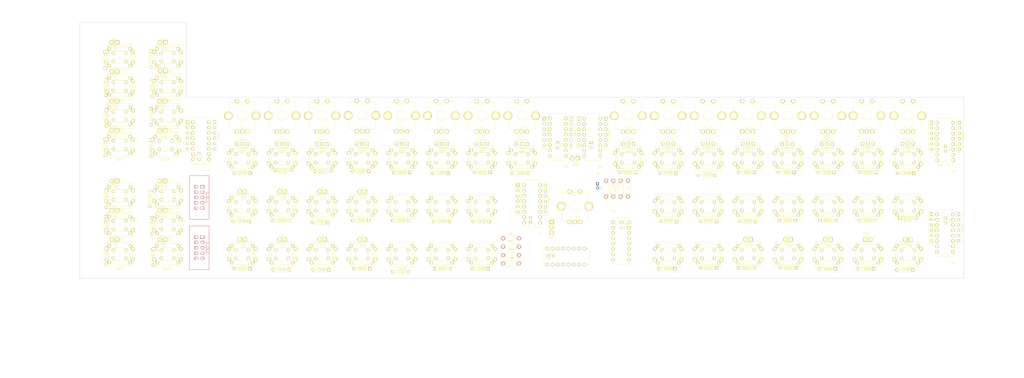
<source format=kicad_pcb>
(kicad_pcb (version 4) (host pcbnew 4.0.2-stable)
  (layers (0 F.Cu signal) (31 B.Cu signal) (34 B.Paste user) (35 F.Paste user) (36 B.SilkS user) (37 F.SilkS user) (38 B.Mask user) (39 F.Mask user) (44 Edge.Cuts user))
  (net 0 "")
  (net 1 "Net-(D101-Pad1)")
  (net 2 "Net-(D102-Pad1)")
  (net 3 /I0)
  (net 4 /I1)
  (net 5 /I2)
  (net 6 /I3)
  (net 7 /I4)
  (net 8 /I5)
  (net 9 /I6)
  (net 10 /I7)
  (net 11 GND)
  (net 12 /O6)
  (net 13 /O7)
  (net 14 /O1)
  (net 15 /O3)
  (net 16 /O5)
  (net 17 /O0)
  (net 18 /O2)
  (net 19 /O4)
  (net 20 +5V)
  (net 21 /O13)
  (net 22 /O14)
  (net 23 /O15)
  (net 24 /O16)
  (net 25 /O17)
  (net 26 /O10)
  (net 27 /I14)
  (net 28 /I15)
  (net 29 /I16)
  (net 30 /I17)
  (net 31 /I10)
  (net 32 /I11)
  (net 33 /I12)
  (net 34 /I13)
  (net 35 "Net-(D8-Pad1)")
  (net 36 "Net-(D9-Pad1)")
  (net 37 "Net-(D10-Pad1)")
  (net 38 "Net-(D11-Pad1)")
  (net 39 "Net-(D12-Pad1)")
  (net 40 "Net-(D13-Pad1)")
  (net 41 "Net-(D14-Pad1)")
  (net 42 "Net-(D22-Pad1)")
  (net 43 "Net-(D23-Pad1)")
  (net 44 "Net-(D24-Pad1)")
  (net 45 "Net-(D25-Pad1)")
  (net 46 "Net-(D26-Pad1)")
  (net 47 "Net-(D27-Pad1)")
  (net 48 "Net-(D28-Pad1)")
  (net 49 "Net-(D32-Pad1)")
  (net 50 "Net-(D33-Pad1)")
  (net 51 "Net-(D34-Pad1)")
  (net 52 "Net-(D38-Pad1)")
  (net 53 "Net-(D39-Pad1)")
  (net 54 "Net-(D40-Pad1)")
  (net 55 "Net-(D44-Pad1)")
  (net 56 "Net-(D45-Pad1)")
  (net 57 "Net-(D46-Pad1)")
  (net 58 "Net-(D50-Pad1)")
  (net 59 "Net-(D51-Pad1)")
  (net 60 "Net-(D52-Pad1)")
  (net 61 "Net-(D54-Pad1)")
  (net 62 "Net-(D55-Pad1)")
  (net 63 "Net-(D56-Pad1)")
  (net 64 "Net-(D58-Pad1)")
  (net 65 "Net-(D59-Pad1)")
  (net 66 "Net-(D60-Pad1)")
  (net 67 "Net-(D62-Pad1)")
  (net 68 "Net-(D63-Pad1)")
  (net 69 "Net-(D64-Pad1)")
  (net 70 "Net-(D66-Pad1)")
  (net 71 "Net-(D69-Pad1)")
  (net 72 "Net-(D71-Pad1)")
  (net 73 "Net-(D72-Pad1)")
  (net 74 "Net-(D73-Pad1)")
  (net 75 "Net-(D75-Pad1)")
  (net 76 "Net-(D76-Pad1)")
  (net 77 "Net-(D77-Pad1)")
  (net 78 "Net-(D80-Pad1)")
  (net 79 "Net-(D81-Pad1)")
  (net 80 "Net-(D82-Pad1)")
  (net 81 "Net-(D85-Pad1)")
  (net 82 "Net-(D86-Pad1)")
  (net 83 "Net-(D87-Pad1)")
  (net 84 "Net-(D90-Pad1)")
  (net 85 "Net-(D91-Pad1)")
  (net 86 "Net-(D92-Pad1)")
  (net 87 "Net-(D95-Pad1)")
  (net 88 "Net-(D96-Pad1)")
  (net 89 "Net-(D97-Pad1)")
  (net 90 "Net-(D100-Pad1)")
  (net 91 "Net-(ec1-PadP$GN)")
  (net 92 "Net-(U1-Pad9)")
  (net 93 /I26)
  (net 94 /I27)
  (net 95 /I24)
  (net 96 /I25)
  (net 97 /I22)
  (net 98 /I23)
  (net 99 /I20)
  (net 100 /I21)
  (net 101 /I56)
  (net 102 /I54)
  (net 103 /I55)
  (net 104 /I36)
  (net 105 /I37)
  (net 106 /I34)
  (net 107 /I35)
  (net 108 /I32)
  (net 109 /I33)
  (net 110 /I30)
  (net 111 /I31)
  (net 112 /I46)
  (net 113 /I47)
  (net 114 /I44)
  (net 115 /I45)
  (net 116 /I42)
  (net 117 /I43)
  (net 118 /I40)
  (net 119 /I41)
  (net 120 /I53)
  (net 121 /I52)
  (net 122 /I51)
  (net 123 /I50)
  (net 124 /011)
  (net 125 /012)
  (net 126 /02)
  (net 127 /I57)
  (net 128 "Net-(R8-Pad1)")
  (net 129 "Net-(R1-Pad1)")
  (net 130 "Net-(R2-Pad1)")
  (net 131 "Net-(R3-Pad1)")
  (net 132 "Net-(R4-Pad1)")
  (net 133 "Net-(R5-Pad2)")
  (net 134 "Net-(R6-Pad1)")
  (net 135 "Net-(R7-Pad1)")
  (net 136 "Net-(RR3-Pad2)")
  (net 137 "Net-(RR5-Pad2)")
  (net 138 "Net-(RR6-Pad2)")
  (net 139 "Net-(RR8-Pad2)")
  (net 140 "Net-(RR10-Pad2)")
  (net 141 "Net-(RR12-Pad2)")
  (net 142 "Net-(U1-Pad1)")
  (net 143 "Net-(U1-Pad2)")
  (net 144 "Net-(U7-Pad14)")
  (net 145 "Net-(U8-Pad9)")
  (net 146 "Net-(J3-Pad2)")
  (net 147 "Net-(U3-Pad1)")
  (net 148 "Net-(U3-Pad2)")
  (net 149 "Net-(U7-Pad9)")
  (module DIP-16_W7.62mm (layer F.Cu) (at 102.235 141.478 180)
    (fp_text reference U1 (at 0 -5.22 180) (layer F.SilkS))
    (fp_text value 74HC165)
    (pad 1 thru_hole oval (at 0 0 180) (size 1.6 1.6) (drill 0.8) (layers *.Cu *.Mask F.SilkS) (net 142 "Net-(U1-Pad1)"))
    (pad 2 thru_hole oval (at 0 2.54 180) (size 1.6 1.6) (drill 0.8) (layers *.Cu *.Mask F.SilkS) (net 143 "Net-(U1-Pad2)"))
    (pad 3 thru_hole oval (at 0 5.08 180) (size 1.6 1.6) (drill 0.8) (layers *.Cu *.Mask F.SilkS) (net 7 /I4))
    (pad 4 thru_hole oval (at 0 7.62 180) (size 1.6 1.6) (drill 0.8) (layers *.Cu *.Mask F.SilkS) (net 8 /I5))
    (pad 5 thru_hole oval (at 0 10.16 180) (size 1.6 1.6) (drill 0.8) (layers *.Cu *.Mask F.SilkS) (net 9 /I6))
    (pad 6 thru_hole oval (at 0 12.7 180) (size 1.6 1.6) (drill 0.8) (layers *.Cu *.Mask F.SilkS) (net 10 /I7))
    (pad 7 thru_hole oval (at 0 15.24 180) (size 1.6 1.6) (drill 0.8) (layers *.Cu *.Mask F.SilkS))
    (pad 8 thru_hole oval (at 0 17.78 180) (size 1.6 1.6) (drill 0.8) (layers *.Cu *.Mask F.SilkS) (net 11 GND))
    (pad 9 thru_hole oval (at 7.62 17.78 180) (size 1.6 1.6) (drill 0.8) (layers *.Cu *.Mask F.SilkS) (net 92 "Net-(U1-Pad9)"))
    (pad 10 thru_hole oval (at 7.62 15.24 180) (size 1.6 1.6) (drill 0.8) (layers *.Cu *.Mask F.SilkS) (net 136 "Net-(RR3-Pad2)"))
    (pad 11 thru_hole oval (at 7.62 12.7 180) (size 1.6 1.6) (drill 0.8) (layers *.Cu *.Mask F.SilkS) (net 3 /I0))
    (pad 12 thru_hole oval (at 7.62 10.16 180) (size 1.6 1.6) (drill 0.8) (layers *.Cu *.Mask F.SilkS) (net 4 /I1))
    (pad 13 thru_hole oval (at 7.62 7.62 180) (size 1.6 1.6) (drill 0.8) (layers *.Cu *.Mask F.SilkS) (net 5 /I2))
    (pad 14 thru_hole oval (at 7.62 5.08 180) (size 1.6 1.6) (drill 0.8) (layers *.Cu *.Mask F.SilkS) (net 6 /I3))
    (pad 15 thru_hole oval (at 7.62 2.54 180) (size 1.6 1.6) (drill 0.8) (layers *.Cu *.Mask F.SilkS) (net 11 GND))
    (pad 16 thru_hole oval (at 7.62 0 180) (size 1.6 1.6) (drill 0.8) (layers *.Cu *.Mask F.SilkS) (net 20 +5V))
  )
  (module LEDs:LED-5MM-3 (layer F.Cu) (at 120.65 133.985 180)
    (fp_text reference D29 (at 2.54508 -3.91668 180) (layer F.SilkS))
    (fp_text value Led_gp1)
    (pad 1 thru_hole circle (at 0 0) (size 1.6764 1.6764) (drill 0.8128) (layers *.Cu *.Mask F.SilkS) (net 124 /011))
    (pad 2 thru_hole circle (at 2.54 0) (size 1.6764 1.6764) (drill 0.8128) (layers *.Cu *.Mask F.SilkS) (net 15 /O3))
    (pad 3 thru_hole circle (at 5.08 0) (size 1.6764 1.6764) (drill 0.8128) (layers *.Cu *.Mask F.SilkS) (net 26 /O10))
  )
  (module LEDs:LED-5MM-3 (layer F.Cu) (at 139.7 133.985 180)
    (fp_text reference D35 (at 2.54508 -3.91668 180) (layer F.SilkS))
    (fp_text value Led_gp2)
    (pad 1 thru_hole circle (at 0 0) (size 1.6764 1.6764) (drill 0.8128) (layers *.Cu *.Mask F.SilkS) (net 21 /O13))
    (pad 2 thru_hole circle (at 2.54 0) (size 1.6764 1.6764) (drill 0.8128) (layers *.Cu *.Mask F.SilkS) (net 15 /O3))
    (pad 3 thru_hole circle (at 5.08 0) (size 1.6764 1.6764) (drill 0.8128) (layers *.Cu *.Mask F.SilkS) (net 125 /012))
  )
  (module LEDs:LED-5MM-3 (layer F.Cu) (at 158.75 134.112 180)
    (fp_text reference D41 (at 2.54508 -3.91668 180) (layer F.SilkS))
    (fp_text value Led_gp3)
    (pad 1 thru_hole circle (at 0 0) (size 1.6764 1.6764) (drill 0.8128) (layers *.Cu *.Mask F.SilkS) (net 23 /O15))
    (pad 2 thru_hole circle (at 2.54 0) (size 1.6764 1.6764) (drill 0.8128) (layers *.Cu *.Mask F.SilkS) (net 18 /O2))
    (pad 3 thru_hole circle (at 5.08 0) (size 1.6764 1.6764) (drill 0.8128) (layers *.Cu *.Mask F.SilkS) (net 22 /O14))
  )
  (module LEDs:LED-5MM-3 (layer F.Cu) (at 177.8 133.985 180)
    (fp_text reference D47 (at 2.54508 -3.91668 180) (layer F.SilkS))
    (fp_text value Led_gp4)
    (pad 1 thru_hole circle (at 0 0) (size 1.6764 1.6764) (drill 0.8128) (layers *.Cu *.Mask F.SilkS) (net 25 /O17))
    (pad 2 thru_hole circle (at 2.54 0) (size 1.6764 1.6764) (drill 0.8128) (layers *.Cu *.Mask F.SilkS) (net 18 /O2))
    (pad 3 thru_hole circle (at 5.08 0) (size 1.6764 1.6764) (drill 0.8128) (layers *.Cu *.Mask F.SilkS) (net 24 /O16))
  )
  (module LEDs:LED-5MM-3 (layer F.Cu) (at 196.85 133.985 180)
    (fp_text reference D53 (at 2.54508 -3.91668 180) (layer F.SilkS))
    (fp_text value Led_gp5)
    (pad 1 thru_hole circle (at 0 0) (size 1.6764 1.6764) (drill 0.8128) (layers *.Cu *.Mask F.SilkS) (net 124 /011))
    (pad 2 thru_hole circle (at 2.54 0) (size 1.6764 1.6764) (drill 0.8128) (layers *.Cu *.Mask F.SilkS) (net 14 /O1))
    (pad 3 thru_hole circle (at 5.08 0) (size 1.6764 1.6764) (drill 0.8128) (layers *.Cu *.Mask F.SilkS) (net 26 /O10))
  )
  (module LEDs:LED-5MM-3 (layer F.Cu) (at 215.9 133.985 180)
    (fp_text reference D57 (at 2.54508 -3.91668 180) (layer F.SilkS))
    (fp_text value Led_gp6)
    (pad 1 thru_hole circle (at 0 0) (size 1.6764 1.6764) (drill 0.8128) (layers *.Cu *.Mask F.SilkS) (net 21 /O13))
    (pad 2 thru_hole circle (at 2.54 0) (size 1.6764 1.6764) (drill 0.8128) (layers *.Cu *.Mask F.SilkS) (net 14 /O1))
    (pad 3 thru_hole circle (at 5.08 0) (size 1.6764 1.6764) (drill 0.8128) (layers *.Cu *.Mask F.SilkS) (net 125 /012))
  )
  (module LEDs:LED-5MM-3 (layer F.Cu) (at 234.95 133.985 180)
    (fp_text reference D61 (at 2.54508 -3.91668 180) (layer F.SilkS))
    (fp_text value Led_gp7)
    (pad 1 thru_hole circle (at 0 0) (size 1.6764 1.6764) (drill 0.8128) (layers *.Cu *.Mask F.SilkS) (net 23 /O15))
    (pad 2 thru_hole circle (at 2.54 0) (size 1.6764 1.6764) (drill 0.8128) (layers *.Cu *.Mask F.SilkS) (net 17 /O0))
    (pad 3 thru_hole circle (at 5.08 0) (size 1.6764 1.6764) (drill 0.8128) (layers *.Cu *.Mask F.SilkS) (net 22 /O14))
  )
  (module LEDs:LED-5MM-3 (layer F.Cu) (at 254 134.112 180)
    (fp_text reference D65 (at 2.54508 -3.91668 180) (layer F.SilkS))
    (fp_text value Led_gp8)
    (pad 1 thru_hole circle (at 0 0) (size 1.6764 1.6764) (drill 0.8128) (layers *.Cu *.Mask F.SilkS) (net 25 /O17))
    (pad 2 thru_hole circle (at 2.54 0) (size 1.6764 1.6764) (drill 0.8128) (layers *.Cu *.Mask F.SilkS) (net 17 /O0))
    (pad 3 thru_hole circle (at 5.08 0) (size 1.6764 1.6764) (drill 0.8128) (layers *.Cu *.Mask F.SilkS) (net 24 /O16))
  )
  (module LEDs:LED-5MM-3 (layer F.Cu) (at 304.8 134.112 180)
    (fp_text reference D68 (at 2.54508 -3.91668 180) (layer F.SilkS))
    (fp_text value Led_gp9)
    (pad 1 thru_hole circle (at 0 0) (size 1.6764 1.6764) (drill 0.8128) (layers *.Cu *.Mask F.SilkS) (net 124 /011))
    (pad 2 thru_hole circle (at 2.54 0) (size 1.6764 1.6764) (drill 0.8128) (layers *.Cu *.Mask F.SilkS) (net 19 /O4))
    (pad 3 thru_hole circle (at 5.08 0) (size 1.6764 1.6764) (drill 0.8128) (layers *.Cu *.Mask F.SilkS) (net 26 /O10))
  )
  (module LEDs:LED-5MM-3 (layer F.Cu) (at 323.85 133.985 180)
    (fp_text reference D70 (at 2.54508 -3.91668 180) (layer F.SilkS))
    (fp_text value Led_gp10)
    (pad 1 thru_hole circle (at 0 0) (size 1.6764 1.6764) (drill 0.8128) (layers *.Cu *.Mask F.SilkS) (net 21 /O13))
    (pad 2 thru_hole circle (at 2.54 0) (size 1.6764 1.6764) (drill 0.8128) (layers *.Cu *.Mask F.SilkS) (net 19 /O4))
    (pad 3 thru_hole circle (at 5.08 0) (size 1.6764 1.6764) (drill 0.8128) (layers *.Cu *.Mask F.SilkS) (net 125 /012))
  )
  (module LEDs:LED-5MM-3 (layer F.Cu) (at 342.9 133.985 180)
    (fp_text reference D74 (at 2.54508 -3.91668 180) (layer F.SilkS))
    (fp_text value Led_gp11)
    (pad 1 thru_hole circle (at 0 0) (size 1.6764 1.6764) (drill 0.8128) (layers *.Cu *.Mask F.SilkS) (net 23 /O15))
    (pad 2 thru_hole circle (at 2.54 0) (size 1.6764 1.6764) (drill 0.8128) (layers *.Cu *.Mask F.SilkS) (net 16 /O5))
    (pad 3 thru_hole circle (at 5.08 0) (size 1.6764 1.6764) (drill 0.8128) (layers *.Cu *.Mask F.SilkS) (net 22 /O14))
  )
  (module LEDs:LED-5MM-3 (layer F.Cu) (at 361.95 133.985 180)
    (fp_text reference D78 (at 2.54508 -3.91668 180) (layer F.SilkS))
    (fp_text value Led_gp12)
    (pad 1 thru_hole circle (at 0 0) (size 1.6764 1.6764) (drill 0.8128) (layers *.Cu *.Mask F.SilkS) (net 25 /O17))
    (pad 2 thru_hole circle (at 2.54 0) (size 1.6764 1.6764) (drill 0.8128) (layers *.Cu *.Mask F.SilkS) (net 16 /O5))
    (pad 3 thru_hole circle (at 5.08 0) (size 1.6764 1.6764) (drill 0.8128) (layers *.Cu *.Mask F.SilkS) (net 24 /O16))
  )
  (module LEDs:LED-5MM-3 (layer F.Cu) (at 375.60516 134.12294)
    (fp_text reference D83 (at 2.54508 -3.91668) (layer F.SilkS))
    (fp_text value Led_gp13)
    (pad 1 thru_hole circle (at 0 0 180) (size 1.6764 1.6764) (drill 0.8128) (layers *.Cu *.Mask F.SilkS) (net 124 /011))
    (pad 2 thru_hole circle (at 2.54 0 180) (size 1.6764 1.6764) (drill 0.8128) (layers *.Cu *.Mask F.SilkS) (net 12 /O6))
    (pad 3 thru_hole circle (at 5.08 0 180) (size 1.6764 1.6764) (drill 0.8128) (layers *.Cu *.Mask F.SilkS) (net 26 /O10))
  )
  (module LEDs:LED-5MM-3 (layer F.Cu) (at 394.60516 134.12294)
    (fp_text reference D88 (at 2.54508 -3.91668) (layer F.SilkS))
    (fp_text value Led_gp14)
    (pad 1 thru_hole circle (at 0 0 180) (size 1.6764 1.6764) (drill 0.8128) (layers *.Cu *.Mask F.SilkS) (net 21 /O13))
    (pad 2 thru_hole circle (at 2.54 0 180) (size 1.6764 1.6764) (drill 0.8128) (layers *.Cu *.Mask F.SilkS) (net 12 /O6))
    (pad 3 thru_hole circle (at 5.08 0 180) (size 1.6764 1.6764) (drill 0.8128) (layers *.Cu *.Mask F.SilkS) (net 125 /012))
  )
  (module LEDs:LED-5MM-3 (layer F.Cu) (at 419.1 133.985 180)
    (fp_text reference D93 (at 2.54508 -3.91668 180) (layer F.SilkS))
    (fp_text value Led_gp15)
    (pad 1 thru_hole circle (at 0 0) (size 1.6764 1.6764) (drill 0.8128) (layers *.Cu *.Mask F.SilkS) (net 23 /O15))
    (pad 2 thru_hole circle (at 2.54 0) (size 1.6764 1.6764) (drill 0.8128) (layers *.Cu *.Mask F.SilkS) (net 13 /O7))
    (pad 3 thru_hole circle (at 5.08 0) (size 1.6764 1.6764) (drill 0.8128) (layers *.Cu *.Mask F.SilkS) (net 22 /O14))
  )
  (module LEDs:LED-5MM-3 (layer F.Cu) (at 438.15 133.985 180)
    (fp_text reference D99 (at 2.54508 -3.91668 180) (layer F.SilkS))
    (fp_text value Led_gp16)
    (pad 1 thru_hole circle (at 0 0) (size 1.6764 1.6764) (drill 0.8128) (layers *.Cu *.Mask F.SilkS) (net 25 /O17))
    (pad 2 thru_hole circle (at 2.54 0) (size 1.6764 1.6764) (drill 0.8128) (layers *.Cu *.Mask F.SilkS) (net 13 /O7))
    (pad 3 thru_hole circle (at 5.08 0) (size 1.6764 1.6764) (drill 0.8128) (layers *.Cu *.Mask F.SilkS) (net 24 /O16))
  )
  (module midibox:PEC11-Switch (layer F.Cu) (at 118.11 120.65)
    (fp_text reference ec1 (at 0.11938 5.4737) (layer F.SilkS) (effects (font (size 1.27 1.27) (thickness 0.0889))))
    (fp_text value SW_Enc (at 0 -5.4864) (layer F.SilkS) (effects (font (size 0.8128 0.8128) (thickness 0.0889))))
    (pad P$1 thru_hole circle (at -2.49936 -7.00024) (size 1.99898 1.99898) (drill 1.00076) (layers *.Cu F.Paste F.SilkS F.Mask) (net 11 GND))
    (pad P$2 thru_hole circle (at 2.49936 -7.00024) (size 1.99898 1.99898) (drill 0.99822) (layers *.Cu F.Paste F.SilkS F.Mask) (net 127 /I57))
    (pad P$A thru_hole circle (at -2.49936 7.50062) (size 1.99898 1.99898) (drill 1.00076) (layers *.Cu F.Paste F.SilkS F.Mask) (net 9 /I6))
    (pad P$B thru_hole circle (at 2.49936 7.50062) (size 1.99898 1.99898) (drill 1.00076) (layers *.Cu F.Paste F.SilkS F.Mask) (net 10 /I7))
    (pad P$C thru_hole circle (at 0 7.50062) (size 1.99898 1.99898) (drill 1.00076) (layers *.Cu F.Paste F.SilkS F.Mask) (net 11 GND))
    (pad P$GN thru_hole circle (at -6.59892 0) (size 4.09956 4.09956) (drill 2.60096) (layers *.Cu F.Paste F.SilkS F.Mask) (net 91 "Net-(ec1-PadP$GN)"))
    (pad P$GN thru_hole circle (at 6.59892 0) (size 4.09956 4.09956) (drill 2.60096) (layers *.Cu F.Paste F.SilkS F.Mask) (net 91 "Net-(ec1-PadP$GN)"))
  )
  (module midibox:PEC11-Switch (layer F.Cu) (at 137.14516 120.62294)
    (fp_text reference ec2 (at 0.11938 5.4737) (layer F.SilkS) (effects (font (size 1.27 1.27) (thickness 0.0889))))
    (fp_text value SW_Enc (at 0 -5.4864) (layer F.SilkS) (effects (font (size 0.8128 0.8128) (thickness 0.0889))))
    (pad P$1 thru_hole circle (at -2.49936 -7.00024) (size 1.99898 1.99898) (drill 1.00076) (layers *.Cu F.Paste F.SilkS F.Mask) (net 11 GND))
    (pad P$2 thru_hole circle (at 2.49936 -7.00024) (size 1.99898 1.99898) (drill 0.99822) (layers *.Cu F.Paste F.SilkS F.Mask) (net 127 /I57))
    (pad P$A thru_hole circle (at -2.49936 7.50062) (size 1.99898 1.99898) (drill 1.00076) (layers *.Cu F.Paste F.SilkS F.Mask) (net 7 /I4))
    (pad P$B thru_hole circle (at 2.49936 7.50062) (size 1.99898 1.99898) (drill 1.00076) (layers *.Cu F.Paste F.SilkS F.Mask) (net 8 /I5))
    (pad P$C thru_hole circle (at 0 7.50062) (size 1.99898 1.99898) (drill 1.00076) (layers *.Cu F.Paste F.SilkS F.Mask) (net 11 GND))
    (pad P$GN thru_hole circle (at -6.59892 0) (size 4.09956 4.09956) (drill 2.60096) (layers *.Cu F.Paste F.SilkS F.Mask) (net 91 "Net-(ec1-PadP$GN)"))
    (pad P$GN thru_hole circle (at 6.59892 0) (size 4.09956 4.09956) (drill 2.60096) (layers *.Cu F.Paste F.SilkS F.Mask) (net 91 "Net-(ec1-PadP$GN)"))
  )
  (module midibox:PEC11-Switch (layer F.Cu) (at 156.21 120.65)
    (fp_text reference ec3 (at 0.11938 5.4737) (layer F.SilkS) (effects (font (size 1.27 1.27) (thickness 0.0889))))
    (fp_text value SW_Enc (at 0 -5.4864) (layer F.SilkS) (effects (font (size 0.8128 0.8128) (thickness 0.0889))))
    (pad P$1 thru_hole circle (at -2.49936 -7.00024) (size 1.99898 1.99898) (drill 1.00076) (layers *.Cu F.Paste F.SilkS F.Mask) (net 11 GND))
    (pad P$2 thru_hole circle (at 2.49936 -7.00024) (size 1.99898 1.99898) (drill 0.99822) (layers *.Cu F.Paste F.SilkS F.Mask) (net 127 /I57))
    (pad P$A thru_hole circle (at -2.49936 7.50062) (size 1.99898 1.99898) (drill 1.00076) (layers *.Cu F.Paste F.SilkS F.Mask) (net 5 /I2))
    (pad P$B thru_hole circle (at 2.49936 7.50062) (size 1.99898 1.99898) (drill 1.00076) (layers *.Cu F.Paste F.SilkS F.Mask) (net 6 /I3))
    (pad P$C thru_hole circle (at 0 7.50062) (size 1.99898 1.99898) (drill 1.00076) (layers *.Cu F.Paste F.SilkS F.Mask) (net 11 GND))
    (pad P$GN thru_hole circle (at -6.59892 0) (size 4.09956 4.09956) (drill 2.60096) (layers *.Cu F.Paste F.SilkS F.Mask) (net 91 "Net-(ec1-PadP$GN)"))
    (pad P$GN thru_hole circle (at 6.59892 0) (size 4.09956 4.09956) (drill 2.60096) (layers *.Cu F.Paste F.SilkS F.Mask) (net 91 "Net-(ec1-PadP$GN)"))
  )
  (module midibox:PEC11-Switch (layer F.Cu) (at 175.26 120.523)
    (fp_text reference ec4 (at 0.11938 5.4737) (layer F.SilkS) (effects (font (size 1.27 1.27) (thickness 0.0889))))
    (fp_text value SW_Enc (at 0 -5.4864) (layer F.SilkS) (effects (font (size 0.8128 0.8128) (thickness 0.0889))))
    (pad P$1 thru_hole circle (at -2.49936 -7.00024) (size 1.99898 1.99898) (drill 1.00076) (layers *.Cu F.Paste F.SilkS F.Mask) (net 11 GND))
    (pad P$2 thru_hole circle (at 2.49936 -7.00024) (size 1.99898 1.99898) (drill 0.99822) (layers *.Cu F.Paste F.SilkS F.Mask) (net 127 /I57))
    (pad P$A thru_hole circle (at -2.49936 7.50062) (size 1.99898 1.99898) (drill 1.00076) (layers *.Cu F.Paste F.SilkS F.Mask) (net 3 /I0))
    (pad P$B thru_hole circle (at 2.49936 7.50062) (size 1.99898 1.99898) (drill 1.00076) (layers *.Cu F.Paste F.SilkS F.Mask) (net 4 /I1))
    (pad P$C thru_hole circle (at 0 7.50062) (size 1.99898 1.99898) (drill 1.00076) (layers *.Cu F.Paste F.SilkS F.Mask) (net 11 GND))
    (pad P$GN thru_hole circle (at -6.59892 0) (size 4.09956 4.09956) (drill 2.60096) (layers *.Cu F.Paste F.SilkS F.Mask) (net 91 "Net-(ec1-PadP$GN)"))
    (pad P$GN thru_hole circle (at 6.59892 0) (size 4.09956 4.09956) (drill 2.60096) (layers *.Cu F.Paste F.SilkS F.Mask) (net 91 "Net-(ec1-PadP$GN)"))
  )
  (module midibox:PEC11-Switch (layer F.Cu) (at 194.14516 120.62294)
    (fp_text reference ec5 (at 0.11938 5.4737) (layer F.SilkS) (effects (font (size 1.27 1.27) (thickness 0.0889))))
    (fp_text value SW_Enc (at 0 -5.4864) (layer F.SilkS) (effects (font (size 0.8128 0.8128) (thickness 0.0889))))
    (pad P$1 thru_hole circle (at -2.49936 -7.00024) (size 1.99898 1.99898) (drill 1.00076) (layers *.Cu F.Paste F.SilkS F.Mask) (net 11 GND))
    (pad P$2 thru_hole circle (at 2.49936 -7.00024) (size 1.99898 1.99898) (drill 0.99822) (layers *.Cu F.Paste F.SilkS F.Mask) (net 127 /I57))
    (pad P$A thru_hole circle (at -2.49936 7.50062) (size 1.99898 1.99898) (drill 1.00076) (layers *.Cu F.Paste F.SilkS F.Mask) (net 93 /I26))
    (pad P$B thru_hole circle (at 2.49936 7.50062) (size 1.99898 1.99898) (drill 1.00076) (layers *.Cu F.Paste F.SilkS F.Mask) (net 94 /I27))
    (pad P$C thru_hole circle (at 0 7.50062) (size 1.99898 1.99898) (drill 1.00076) (layers *.Cu F.Paste F.SilkS F.Mask) (net 11 GND))
    (pad P$GN thru_hole circle (at -6.59892 0) (size 4.09956 4.09956) (drill 2.60096) (layers *.Cu F.Paste F.SilkS F.Mask) (net 91 "Net-(ec1-PadP$GN)"))
    (pad P$GN thru_hole circle (at 6.59892 0) (size 4.09956 4.09956) (drill 2.60096) (layers *.Cu F.Paste F.SilkS F.Mask) (net 91 "Net-(ec1-PadP$GN)"))
  )
  (module midibox:PEC11-Switch (layer F.Cu) (at 213.14516 120.62294)
    (fp_text reference ec6 (at 0.11938 5.4737) (layer F.SilkS) (effects (font (size 1.27 1.27) (thickness 0.0889))))
    (fp_text value SW_Enc (at 0 -5.4864) (layer F.SilkS) (effects (font (size 0.8128 0.8128) (thickness 0.0889))))
    (pad P$1 thru_hole circle (at -2.49936 -7.00024) (size 1.99898 1.99898) (drill 1.00076) (layers *.Cu F.Paste F.SilkS F.Mask) (net 11 GND))
    (pad P$2 thru_hole circle (at 2.49936 -7.00024) (size 1.99898 1.99898) (drill 0.99822) (layers *.Cu F.Paste F.SilkS F.Mask) (net 127 /I57))
    (pad P$A thru_hole circle (at -2.49936 7.50062) (size 1.99898 1.99898) (drill 1.00076) (layers *.Cu F.Paste F.SilkS F.Mask) (net 95 /I24))
    (pad P$B thru_hole circle (at 2.49936 7.50062) (size 1.99898 1.99898) (drill 1.00076) (layers *.Cu F.Paste F.SilkS F.Mask) (net 96 /I25))
    (pad P$C thru_hole circle (at 0 7.50062) (size 1.99898 1.99898) (drill 1.00076) (layers *.Cu F.Paste F.SilkS F.Mask) (net 11 GND))
    (pad P$GN thru_hole circle (at -6.59892 0) (size 4.09956 4.09956) (drill 2.60096) (layers *.Cu F.Paste F.SilkS F.Mask) (net 91 "Net-(ec1-PadP$GN)"))
    (pad P$GN thru_hole circle (at 6.59892 0) (size 4.09956 4.09956) (drill 2.60096) (layers *.Cu F.Paste F.SilkS F.Mask) (net 91 "Net-(ec1-PadP$GN)"))
  )
  (module midibox:PEC11-Switch (layer F.Cu) (at 232.41 120.65)
    (fp_text reference ec7 (at 0.11938 5.4737) (layer F.SilkS) (effects (font (size 1.27 1.27) (thickness 0.0889))))
    (fp_text value SW_Enc (at 0 -5.4864) (layer F.SilkS) (effects (font (size 0.8128 0.8128) (thickness 0.0889))))
    (pad P$1 thru_hole circle (at -2.49936 -7.00024) (size 1.99898 1.99898) (drill 1.00076) (layers *.Cu F.Paste F.SilkS F.Mask) (net 11 GND))
    (pad P$2 thru_hole circle (at 2.49936 -7.00024) (size 1.99898 1.99898) (drill 0.99822) (layers *.Cu F.Paste F.SilkS F.Mask) (net 127 /I57))
    (pad P$A thru_hole circle (at -2.49936 7.50062) (size 1.99898 1.99898) (drill 1.00076) (layers *.Cu F.Paste F.SilkS F.Mask) (net 97 /I22))
    (pad P$B thru_hole circle (at 2.49936 7.50062) (size 1.99898 1.99898) (drill 1.00076) (layers *.Cu F.Paste F.SilkS F.Mask) (net 98 /I23))
    (pad P$C thru_hole circle (at 0 7.50062) (size 1.99898 1.99898) (drill 1.00076) (layers *.Cu F.Paste F.SilkS F.Mask) (net 11 GND))
    (pad P$GN thru_hole circle (at -6.59892 0) (size 4.09956 4.09956) (drill 2.60096) (layers *.Cu F.Paste F.SilkS F.Mask) (net 91 "Net-(ec1-PadP$GN)"))
    (pad P$GN thru_hole circle (at 6.59892 0) (size 4.09956 4.09956) (drill 2.60096) (layers *.Cu F.Paste F.SilkS F.Mask) (net 91 "Net-(ec1-PadP$GN)"))
  )
  (module midibox:PEC11-Switch (layer F.Cu) (at 251.46 120.65)
    (fp_text reference ec8 (at 0.11938 5.4737) (layer F.SilkS) (effects (font (size 1.27 1.27) (thickness 0.0889))))
    (fp_text value SW_Enc (at 0 -5.4864) (layer F.SilkS) (effects (font (size 0.8128 0.8128) (thickness 0.0889))))
    (pad P$1 thru_hole circle (at -2.49936 -7.00024) (size 1.99898 1.99898) (drill 1.00076) (layers *.Cu F.Paste F.SilkS F.Mask) (net 11 GND))
    (pad P$2 thru_hole circle (at 2.49936 -7.00024) (size 1.99898 1.99898) (drill 0.99822) (layers *.Cu F.Paste F.SilkS F.Mask) (net 127 /I57))
    (pad P$A thru_hole circle (at -2.49936 7.50062) (size 1.99898 1.99898) (drill 1.00076) (layers *.Cu F.Paste F.SilkS F.Mask) (net 99 /I20))
    (pad P$B thru_hole circle (at 2.49936 7.50062) (size 1.99898 1.99898) (drill 1.00076) (layers *.Cu F.Paste F.SilkS F.Mask) (net 100 /I21))
    (pad P$C thru_hole circle (at 0 7.50062) (size 1.99898 1.99898) (drill 1.00076) (layers *.Cu F.Paste F.SilkS F.Mask) (net 11 GND))
    (pad P$GN thru_hole circle (at -6.59892 0) (size 4.09956 4.09956) (drill 2.60096) (layers *.Cu F.Paste F.SilkS F.Mask) (net 91 "Net-(ec1-PadP$GN)"))
    (pad P$GN thru_hole circle (at 6.59892 0) (size 4.09956 4.09956) (drill 2.60096) (layers *.Cu F.Paste F.SilkS F.Mask) (net 91 "Net-(ec1-PadP$GN)"))
  )
  (module midibox:PEC11-Switch (layer F.Cu) (at 302.26 120.65)
    (fp_text reference ec9 (at 0.11938 5.4737) (layer F.SilkS) (effects (font (size 1.27 1.27) (thickness 0.0889))))
    (fp_text value SW_Enc (at 0 -5.4864) (layer F.SilkS) (effects (font (size 0.8128 0.8128) (thickness 0.0889))))
    (pad P$1 thru_hole circle (at -2.49936 -7.00024) (size 1.99898 1.99898) (drill 1.00076) (layers *.Cu F.Paste F.SilkS F.Mask) (net 11 GND))
    (pad P$2 thru_hole circle (at 2.49936 -7.00024) (size 1.99898 1.99898) (drill 0.99822) (layers *.Cu F.Paste F.SilkS F.Mask) (net 101 /I56))
    (pad P$A thru_hole circle (at -2.49936 7.50062) (size 1.99898 1.99898) (drill 1.00076) (layers *.Cu F.Paste F.SilkS F.Mask) (net 102 /I54))
    (pad P$B thru_hole circle (at 2.49936 7.50062) (size 1.99898 1.99898) (drill 1.00076) (layers *.Cu F.Paste F.SilkS F.Mask) (net 103 /I55))
    (pad P$C thru_hole circle (at 0 7.50062) (size 1.99898 1.99898) (drill 1.00076) (layers *.Cu F.Paste F.SilkS F.Mask) (net 11 GND))
    (pad P$GN thru_hole circle (at -6.59892 0) (size 4.09956 4.09956) (drill 2.60096) (layers *.Cu F.Paste F.SilkS F.Mask) (net 11 GND))
    (pad P$GN thru_hole circle (at 6.59892 0) (size 4.09956 4.09956) (drill 2.60096) (layers *.Cu F.Paste F.SilkS F.Mask) (net 11 GND))
  )
  (module midibox:PEC11-Switch (layer F.Cu) (at 321.31 120.65)
    (fp_text reference ec10 (at 0.11938 5.4737) (layer F.SilkS) (effects (font (size 1.27 1.27) (thickness 0.0889))))
    (fp_text value SW_Enc (at 0 -5.4864) (layer F.SilkS) (effects (font (size 0.8128 0.8128) (thickness 0.0889))))
    (pad P$1 thru_hole circle (at -2.49936 -7.00024) (size 1.99898 1.99898) (drill 1.00076) (layers *.Cu F.Paste F.SilkS F.Mask) (net 11 GND))
    (pad P$2 thru_hole circle (at 2.49936 -7.00024) (size 1.99898 1.99898) (drill 0.99822) (layers *.Cu F.Paste F.SilkS F.Mask) (net 127 /I57))
    (pad P$A thru_hole circle (at -2.49936 7.50062) (size 1.99898 1.99898) (drill 1.00076) (layers *.Cu F.Paste F.SilkS F.Mask) (net 104 /I36))
    (pad P$B thru_hole circle (at 2.49936 7.50062) (size 1.99898 1.99898) (drill 1.00076) (layers *.Cu F.Paste F.SilkS F.Mask) (net 105 /I37))
    (pad P$C thru_hole circle (at 0 7.50062) (size 1.99898 1.99898) (drill 1.00076) (layers *.Cu F.Paste F.SilkS F.Mask) (net 11 GND))
    (pad P$GN thru_hole circle (at -6.59892 0) (size 4.09956 4.09956) (drill 2.60096) (layers *.Cu F.Paste F.SilkS F.Mask) (net 91 "Net-(ec1-PadP$GN)"))
    (pad P$GN thru_hole circle (at 6.59892 0) (size 4.09956 4.09956) (drill 2.60096) (layers *.Cu F.Paste F.SilkS F.Mask) (net 91 "Net-(ec1-PadP$GN)"))
  )
  (module midibox:PEC11-Switch (layer F.Cu) (at 340.36 120.65)
    (fp_text reference ec11 (at 0.11938 5.4737) (layer F.SilkS) (effects (font (size 1.27 1.27) (thickness 0.0889))))
    (fp_text value SW_Enc (at 0 -5.4864) (layer F.SilkS) (effects (font (size 0.8128 0.8128) (thickness 0.0889))))
    (pad P$1 thru_hole circle (at -2.49936 -7.00024) (size 1.99898 1.99898) (drill 1.00076) (layers *.Cu F.Paste F.SilkS F.Mask) (net 11 GND))
    (pad P$2 thru_hole circle (at 2.49936 -7.00024) (size 1.99898 1.99898) (drill 0.99822) (layers *.Cu F.Paste F.SilkS F.Mask) (net 127 /I57))
    (pad P$A thru_hole circle (at -2.49936 7.50062) (size 1.99898 1.99898) (drill 1.00076) (layers *.Cu F.Paste F.SilkS F.Mask) (net 106 /I34))
    (pad P$B thru_hole circle (at 2.49936 7.50062) (size 1.99898 1.99898) (drill 1.00076) (layers *.Cu F.Paste F.SilkS F.Mask) (net 107 /I35))
    (pad P$C thru_hole circle (at 0 7.50062) (size 1.99898 1.99898) (drill 1.00076) (layers *.Cu F.Paste F.SilkS F.Mask) (net 11 GND))
    (pad P$GN thru_hole circle (at -6.59892 0) (size 4.09956 4.09956) (drill 2.60096) (layers *.Cu F.Paste F.SilkS F.Mask) (net 91 "Net-(ec1-PadP$GN)"))
    (pad P$GN thru_hole circle (at 6.59892 0) (size 4.09956 4.09956) (drill 2.60096) (layers *.Cu F.Paste F.SilkS F.Mask) (net 91 "Net-(ec1-PadP$GN)"))
  )
  (module midibox:PEC11-Switch (layer F.Cu) (at 359.14516 120.62294)
    (fp_text reference ec12 (at 0.11938 5.4737) (layer F.SilkS) (effects (font (size 1.27 1.27) (thickness 0.0889))))
    (fp_text value SW_Enc (at 0 -5.4864) (layer F.SilkS) (effects (font (size 0.8128 0.8128) (thickness 0.0889))))
    (pad P$1 thru_hole circle (at -2.49936 -7.00024) (size 1.99898 1.99898) (drill 1.00076) (layers *.Cu F.Paste F.SilkS F.Mask) (net 11 GND))
    (pad P$2 thru_hole circle (at 2.49936 -7.00024) (size 1.99898 1.99898) (drill 0.99822) (layers *.Cu F.Paste F.SilkS F.Mask) (net 127 /I57))
    (pad P$A thru_hole circle (at -2.49936 7.50062) (size 1.99898 1.99898) (drill 1.00076) (layers *.Cu F.Paste F.SilkS F.Mask) (net 108 /I32))
    (pad P$B thru_hole circle (at 2.49936 7.50062) (size 1.99898 1.99898) (drill 1.00076) (layers *.Cu F.Paste F.SilkS F.Mask) (net 109 /I33))
    (pad P$C thru_hole circle (at 0 7.50062) (size 1.99898 1.99898) (drill 1.00076) (layers *.Cu F.Paste F.SilkS F.Mask) (net 11 GND))
    (pad P$GN thru_hole circle (at -6.59892 0) (size 4.09956 4.09956) (drill 2.60096) (layers *.Cu F.Paste F.SilkS F.Mask) (net 91 "Net-(ec1-PadP$GN)"))
    (pad P$GN thru_hole circle (at 6.59892 0) (size 4.09956 4.09956) (drill 2.60096) (layers *.Cu F.Paste F.SilkS F.Mask) (net 91 "Net-(ec1-PadP$GN)"))
  )
  (module midibox:PEC11-Switch (layer F.Cu) (at 378.46 120.65)
    (fp_text reference ec13 (at 0.11938 5.4737) (layer F.SilkS) (effects (font (size 1.27 1.27) (thickness 0.0889))))
    (fp_text value SW_Enc (at 0 -5.4864) (layer F.SilkS) (effects (font (size 0.8128 0.8128) (thickness 0.0889))))
    (pad P$1 thru_hole circle (at -2.49936 -7.00024) (size 1.99898 1.99898) (drill 1.00076) (layers *.Cu F.Paste F.SilkS F.Mask) (net 11 GND))
    (pad P$2 thru_hole circle (at 2.49936 -7.00024) (size 1.99898 1.99898) (drill 0.99822) (layers *.Cu F.Paste F.SilkS F.Mask) (net 127 /I57))
    (pad P$A thru_hole circle (at -2.49936 7.50062) (size 1.99898 1.99898) (drill 1.00076) (layers *.Cu F.Paste F.SilkS F.Mask) (net 110 /I30))
    (pad P$B thru_hole circle (at 2.49936 7.50062) (size 1.99898 1.99898) (drill 1.00076) (layers *.Cu F.Paste F.SilkS F.Mask) (net 111 /I31))
    (pad P$C thru_hole circle (at 0 7.50062) (size 1.99898 1.99898) (drill 1.00076) (layers *.Cu F.Paste F.SilkS F.Mask) (net 11 GND))
    (pad P$GN thru_hole circle (at -6.59892 0) (size 4.09956 4.09956) (drill 2.60096) (layers *.Cu F.Paste F.SilkS F.Mask) (net 91 "Net-(ec1-PadP$GN)"))
    (pad P$GN thru_hole circle (at 6.59892 0) (size 4.09956 4.09956) (drill 2.60096) (layers *.Cu F.Paste F.SilkS F.Mask) (net 91 "Net-(ec1-PadP$GN)"))
  )
  (module midibox:PEC11-Switch (layer F.Cu) (at 397.51 120.65)
    (fp_text reference ec14 (at 0.11938 5.4737) (layer F.SilkS) (effects (font (size 1.27 1.27) (thickness 0.0889))))
    (fp_text value SW_Enc (at 0 -5.4864) (layer F.SilkS) (effects (font (size 0.8128 0.8128) (thickness 0.0889))))
    (pad P$1 thru_hole circle (at -2.49936 -7.00024) (size 1.99898 1.99898) (drill 1.00076) (layers *.Cu F.Paste F.SilkS F.Mask) (net 11 GND))
    (pad P$2 thru_hole circle (at 2.49936 -7.00024) (size 1.99898 1.99898) (drill 0.99822) (layers *.Cu F.Paste F.SilkS F.Mask) (net 127 /I57))
    (pad P$A thru_hole circle (at -2.49936 7.50062) (size 1.99898 1.99898) (drill 1.00076) (layers *.Cu F.Paste F.SilkS F.Mask) (net 112 /I46))
    (pad P$B thru_hole circle (at 2.49936 7.50062) (size 1.99898 1.99898) (drill 1.00076) (layers *.Cu F.Paste F.SilkS F.Mask) (net 113 /I47))
    (pad P$C thru_hole circle (at 0 7.50062) (size 1.99898 1.99898) (drill 1.00076) (layers *.Cu F.Paste F.SilkS F.Mask) (net 11 GND))
    (pad P$GN thru_hole circle (at -6.59892 0) (size 4.09956 4.09956) (drill 2.60096) (layers *.Cu F.Paste F.SilkS F.Mask) (net 91 "Net-(ec1-PadP$GN)"))
    (pad P$GN thru_hole circle (at 6.59892 0) (size 4.09956 4.09956) (drill 2.60096) (layers *.Cu F.Paste F.SilkS F.Mask) (net 91 "Net-(ec1-PadP$GN)"))
  )
  (module midibox:PEC11-Switch (layer F.Cu) (at 416.14516 120.62294)
    (fp_text reference ec15 (at 0.11938 5.4737) (layer F.SilkS) (effects (font (size 1.27 1.27) (thickness 0.0889))))
    (fp_text value SW_Enc (at 0 -5.4864) (layer F.SilkS) (effects (font (size 0.8128 0.8128) (thickness 0.0889))))
    (pad P$1 thru_hole circle (at -2.49936 -7.00024) (size 1.99898 1.99898) (drill 1.00076) (layers *.Cu F.Paste F.SilkS F.Mask) (net 11 GND))
    (pad P$2 thru_hole circle (at 2.49936 -7.00024) (size 1.99898 1.99898) (drill 0.99822) (layers *.Cu F.Paste F.SilkS F.Mask) (net 127 /I57))
    (pad P$A thru_hole circle (at -2.49936 7.50062) (size 1.99898 1.99898) (drill 1.00076) (layers *.Cu F.Paste F.SilkS F.Mask) (net 114 /I44))
    (pad P$B thru_hole circle (at 2.49936 7.50062) (size 1.99898 1.99898) (drill 1.00076) (layers *.Cu F.Paste F.SilkS F.Mask) (net 115 /I45))
    (pad P$C thru_hole circle (at 0 7.50062) (size 1.99898 1.99898) (drill 1.00076) (layers *.Cu F.Paste F.SilkS F.Mask) (net 11 GND))
    (pad P$GN thru_hole circle (at -6.59892 0) (size 4.09956 4.09956) (drill 2.60096) (layers *.Cu F.Paste F.SilkS F.Mask) (net 91 "Net-(ec1-PadP$GN)"))
    (pad P$GN thru_hole circle (at 6.59892 0) (size 4.09956 4.09956) (drill 2.60096) (layers *.Cu F.Paste F.SilkS F.Mask) (net 91 "Net-(ec1-PadP$GN)"))
  )
  (module midibox:PEC11-Switch (layer F.Cu) (at 435.61 120.65)
    (fp_text reference ec16 (at 0.11938 5.4737) (layer F.SilkS) (effects (font (size 1.27 1.27) (thickness 0.0889))))
    (fp_text value SW_Enc (at 0 -5.4864) (layer F.SilkS) (effects (font (size 0.8128 0.8128) (thickness 0.0889))))
    (pad P$1 thru_hole circle (at -2.49936 -7.00024) (size 1.99898 1.99898) (drill 1.00076) (layers *.Cu F.Paste F.SilkS F.Mask) (net 11 GND))
    (pad P$2 thru_hole circle (at 2.49936 -7.00024) (size 1.99898 1.99898) (drill 0.99822) (layers *.Cu F.Paste F.SilkS F.Mask) (net 127 /I57))
    (pad P$A thru_hole circle (at -2.49936 7.50062) (size 1.99898 1.99898) (drill 1.00076) (layers *.Cu F.Paste F.SilkS F.Mask) (net 116 /I42))
    (pad P$B thru_hole circle (at 2.49936 7.50062) (size 1.99898 1.99898) (drill 1.00076) (layers *.Cu F.Paste F.SilkS F.Mask) (net 117 /I43))
    (pad P$C thru_hole circle (at 0 7.50062) (size 1.99898 1.99898) (drill 1.00076) (layers *.Cu F.Paste F.SilkS F.Mask) (net 11 GND))
    (pad P$GN thru_hole circle (at -6.59892 0) (size 4.09956 4.09956) (drill 2.60096) (layers *.Cu F.Paste F.SilkS F.Mask) (net 91 "Net-(ec1-PadP$GN)"))
    (pad P$GN thru_hole circle (at 6.59892 0) (size 4.09956 4.09956) (drill 2.60096) (layers *.Cu F.Paste F.SilkS F.Mask) (net 91 "Net-(ec1-PadP$GN)"))
  )
  (module midibox:PEC11-Switch (layer F.Cu) (at 276.86 163.83)
    (fp_text reference ec17 (at 0.06 5.11) (layer F.SilkS) (effects (font (size 1.27 1.27) (thickness 0.0889))))
    (fp_text value SW_Enc (at 0 -5.4864) (layer F.SilkS) (effects (font (size 0.8128 0.8128) (thickness 0.0889))))
    (pad P$1 thru_hole circle (at -2.49936 -7.00024) (size 1.99898 1.99898) (drill 1.00076) (layers *.Cu F.Paste F.SilkS F.Mask) (net 11 GND))
    (pad P$2 thru_hole circle (at 2.49936 -7.00024) (size 1.99898 1.99898) (drill 0.99822) (layers *.Cu F.Paste F.SilkS F.Mask) (net 127 /I57))
    (pad P$A thru_hole circle (at -2.49936 7.50062) (size 1.99898 1.99898) (drill 1.00076) (layers *.Cu F.Paste F.SilkS F.Mask) (net 118 /I40))
    (pad P$B thru_hole circle (at 2.49936 7.50062) (size 1.99898 1.99898) (drill 1.00076) (layers *.Cu F.Paste F.SilkS F.Mask) (net 119 /I41))
    (pad P$C thru_hole circle (at 0 7.50062) (size 1.99898 1.99898) (drill 1.00076) (layers *.Cu F.Paste F.SilkS F.Mask) (net 11 GND))
    (pad P$GN thru_hole circle (at -6.59892 0) (size 4.09956 4.09956) (drill 2.60096) (layers *.Cu F.Paste F.SilkS F.Mask) (net 91 "Net-(ec1-PadP$GN)"))
    (pad P$GN thru_hole circle (at 6.59892 0) (size 4.09956 4.09956) (drill 2.60096) (layers *.Cu F.Paste F.SilkS F.Mask) (net 91 "Net-(ec1-PadP$GN)"))
  )
  (module "empreinte ksir:vasch_strip_5x2" (layer B.Cu) (at 97.64516 183.62294 270)
    (fp_text reference j2 (at 0.2 -4 270) (layer B.SilkS) (effects (font (thickness 0.2032)) (justify mirror)))
    (fp_text value CONN_02X05 hide)
    (pad 9 thru_hole oval (at 5.08 -1.27 270) (size 1.5 2) (drill 1 (offset 0 -0.25)) (layers *.Cu *.Mask B.SilkS))
    (pad 10 thru_hole oval (at 5.08 1.27 270) (size 1.5 2) (drill 1 (offset 0 0.25)) (layers *.Cu *.Mask B.SilkS) (net 142 "Net-(U1-Pad1)"))
    (pad 8 thru_hole oval (at 2.54 1.27 270) (size 1.5 2) (drill 1 (offset 0 0.25)) (layers *.Cu *.Mask B.SilkS) (net 143 "Net-(U1-Pad2)"))
    (pad 7 thru_hole oval (at 2.54 -1.27 270) (size 1.5 2) (drill 1 (offset 0 -0.25)) (layers *.Cu *.Mask B.SilkS) (net 143 "Net-(U1-Pad2)"))
    (pad 1 thru_hole rect (at -5.08 -1.27 270) (size 1.5 2) (drill 1 (offset 0 -0.25)) (layers *.Cu *.Mask B.SilkS) (net 11 GND))
    (pad 2 thru_hole oval (at -5.08 1.27 270) (size 1.5 2) (drill 1 (offset 0 0.25)) (layers *.Cu *.Mask B.SilkS) (net 11 GND))
    (pad 3 thru_hole oval (at -2.54 -1.27 270) (size 1.5 2) (drill 1 (offset 0 -0.25)) (layers *.Cu *.Mask B.SilkS) (net 20 +5V))
    (pad 4 thru_hole oval (at -2.54 1.27 270) (size 1.5 2) (drill 1 (offset 0 0.25)) (layers *.Cu *.Mask B.SilkS) (net 20 +5V))
    (pad 5 thru_hole oval (at 0 -1.27 270) (size 1.5 2) (drill 1 (offset 0 -0.25)) (layers *.Cu *.Mask B.SilkS) (net 140 "Net-(RR10-Pad2)"))
    (pad 6 thru_hole oval (at 0 1.27 270) (size 1.5 2) (drill 1 (offset 0 0.25)) (layers *.Cu *.Mask B.SilkS) (net 145 "Net-(U8-Pad9)"))
  )
  (module "empreinte ksir:vasch_strip_5x2" (layer B.Cu) (at 97.64516 159.62294 270)
    (fp_text reference j1 (at 0.2 -4 270) (layer B.SilkS) (effects (font (thickness 0.2032)) (justify mirror)))
    (fp_text value CONN_02X05 hide)
    (pad 9 thru_hole oval (at 5.08 -1.27 270) (size 1.5 2) (drill 1 (offset 0 -0.25)) (layers *.Cu *.Mask B.SilkS))
    (pad 10 thru_hole oval (at 5.08 1.27 270) (size 1.5 2) (drill 1 (offset 0 0.25)) (layers *.Cu *.Mask B.SilkS) (net 142 "Net-(U1-Pad1)"))
    (pad 8 thru_hole oval (at 2.54 1.27 270) (size 1.5 2) (drill 1 (offset 0 0.25)) (layers *.Cu *.Mask B.SilkS) (net 143 "Net-(U1-Pad2)"))
    (pad 7 thru_hole oval (at 2.54 -1.27 270) (size 1.5 2) (drill 1 (offset 0 -0.25)) (layers *.Cu *.Mask B.SilkS) (net 143 "Net-(U1-Pad2)"))
    (pad 1 thru_hole rect (at -5.08 -1.27 270) (size 1.5 2) (drill 1 (offset 0 -0.25)) (layers *.Cu *.Mask B.SilkS) (net 11 GND))
    (pad 2 thru_hole oval (at -5.08 1.27 270) (size 1.5 2) (drill 1 (offset 0 0.25)) (layers *.Cu *.Mask B.SilkS) (net 11 GND))
    (pad 3 thru_hole oval (at -2.54 -1.27 270) (size 1.5 2) (drill 1 (offset 0 -0.25)) (layers *.Cu *.Mask B.SilkS) (net 20 +5V))
    (pad 4 thru_hole oval (at -2.54 1.27 270) (size 1.5 2) (drill 1 (offset 0 0.25)) (layers *.Cu *.Mask B.SilkS) (net 20 +5V))
    (pad 5 thru_hole oval (at 0 -1.27 270) (size 1.5 2) (drill 1 (offset 0 -0.25)) (layers *.Cu *.Mask B.SilkS) (net 92 "Net-(U1-Pad9)"))
    (pad 6 thru_hole oval (at 0 1.27 270) (size 1.5 2) (drill 1 (offset 0 0.25)) (layers *.Cu *.Mask B.SilkS) (net 144 "Net-(U7-Pad14)"))
  )
  (module Resistors_ThroughHole:Resistor_Horizontal_RM7mm (layer F.Cu) (at 242.52516 191.12294)
    (fp_text reference R8 (at 4 -2.5) (layer F.SilkS))
    (fp_text value r220)
    (pad 1 thru_hole circle (at 0 0) (size 1.99898 1.99898) (drill 1.00076) (layers *.Cu *.SilkS *.Mask) (net 128 "Net-(R8-Pad1)"))
    (pad 2 thru_hole circle (at 7.62 0) (size 1.99898 1.99898) (drill 1.00076) (layers *.Cu *.SilkS *.Mask) (net 21 /O13))
  )
  (module "empreinte ksir:DIP-16_W7.62mm" (layer F.Cu) (at 295.02516 171.50294)
    (fp_text reference U8 (at 0 -5.22) (layer F.SilkS))
    (fp_text value 74HC595PWR)
    (pad 1 thru_hole oval (at 0 0) (size 1.6 1.6) (drill 0.8) (layers *.Cu *.Mask F.SilkS) (net 134 "Net-(R6-Pad1)"))
    (pad 2 thru_hole oval (at 0 2.54) (size 1.6 1.6) (drill 0.8) (layers *.Cu *.Mask F.SilkS) (net 135 "Net-(R7-Pad1)"))
    (pad 3 thru_hole oval (at 0 5.08) (size 1.6 1.6) (drill 0.8) (layers *.Cu *.Mask F.SilkS) (net 128 "Net-(R8-Pad1)"))
    (pad 4 thru_hole oval (at 0 7.62) (size 1.6 1.6) (drill 0.8) (layers *.Cu *.Mask F.SilkS) (net 132 "Net-(R4-Pad1)"))
    (pad 5 thru_hole oval (at 0 10.16) (size 1.6 1.6) (drill 0.8) (layers *.Cu *.Mask F.SilkS) (net 131 "Net-(R3-Pad1)"))
    (pad 6 thru_hole oval (at 0 12.7) (size 1.6 1.6) (drill 0.8) (layers *.Cu *.Mask F.SilkS) (net 130 "Net-(R2-Pad1)"))
    (pad 7 thru_hole oval (at 0 15.24) (size 1.6 1.6) (drill 0.8) (layers *.Cu *.Mask F.SilkS) (net 129 "Net-(R1-Pad1)"))
    (pad 8 thru_hole oval (at 0 17.78) (size 1.6 1.6) (drill 0.8) (layers *.Cu *.Mask F.SilkS) (net 11 GND))
    (pad 9 thru_hole oval (at 7.62 17.78) (size 1.6 1.6) (drill 0.8) (layers *.Cu *.Mask F.SilkS) (net 145 "Net-(U8-Pad9)"))
    (pad 10 thru_hole oval (at 7.62 15.24) (size 1.6 1.6) (drill 0.8) (layers *.Cu *.Mask F.SilkS) (net 20 +5V))
    (pad 11 thru_hole oval (at 7.62 12.7) (size 1.6 1.6) (drill 0.8) (layers *.Cu *.Mask F.SilkS) (net 142 "Net-(U1-Pad1)"))
    (pad 12 thru_hole oval (at 7.62 10.16) (size 1.6 1.6) (drill 0.8) (layers *.Cu *.Mask F.SilkS) (net 143 "Net-(U1-Pad2)"))
    (pad 13 thru_hole oval (at 7.62 7.62) (size 1.6 1.6) (drill 0.8) (layers *.Cu *.Mask F.SilkS) (net 11 GND))
    (pad 14 thru_hole oval (at 7.62 5.08) (size 1.6 1.6) (drill 0.8) (layers *.Cu *.Mask F.SilkS) (net 149 "Net-(U7-Pad9)"))
    (pad 15 thru_hole oval (at 7.62 2.54) (size 1.6 1.6) (drill 0.8) (layers *.Cu *.Mask F.SilkS) (net 133 "Net-(R5-Pad2)"))
    (pad 16 thru_hole oval (at 7.62 0) (size 1.6 1.6) (drill 0.8) (layers *.Cu *.Mask F.SilkS) (net 20 +5V))
  )
  (module "empreinte ksir:DIP-16_W7.62mm" (layer F.Cu) (at 263.64516 191.62294 90)
    (fp_text reference U7 (at 5 2 180) (layer F.SilkS))
    (fp_text value 74HC595PWR)
    (pad 1 thru_hole oval (at 0 0 90) (size 1.6 1.6) (drill 0.8) (layers *.Cu *.Mask F.SilkS))
    (pad 2 thru_hole oval (at 0 2.54 90) (size 1.6 1.6) (drill 0.8) (layers *.Cu *.Mask F.SilkS) (net 126 /02))
    (pad 3 thru_hole oval (at 0 5.08 90) (size 1.6 1.6) (drill 0.8) (layers *.Cu *.Mask F.SilkS) (net 15 /O3))
    (pad 4 thru_hole oval (at 0 7.62 90) (size 1.6 1.6) (drill 0.8) (layers *.Cu *.Mask F.SilkS) (net 19 /O4))
    (pad 5 thru_hole oval (at 0 10.16 90) (size 1.6 1.6) (drill 0.8) (layers *.Cu *.Mask F.SilkS) (net 16 /O5))
    (pad 6 thru_hole oval (at 0 12.7 90) (size 1.6 1.6) (drill 0.8) (layers *.Cu *.Mask F.SilkS) (net 12 /O6))
    (pad 7 thru_hole oval (at 0 15.24 90) (size 1.6 1.6) (drill 0.8) (layers *.Cu *.Mask F.SilkS) (net 13 /O7))
    (pad 8 thru_hole oval (at 0 17.78 90) (size 1.6 1.6) (drill 0.8) (layers *.Cu *.Mask F.SilkS) (net 11 GND))
    (pad 9 thru_hole oval (at 7.62 17.78 90) (size 1.6 1.6) (drill 0.8) (layers *.Cu *.Mask F.SilkS) (net 149 "Net-(U7-Pad9)"))
    (pad 10 thru_hole oval (at 7.62 15.24 90) (size 1.6 1.6) (drill 0.8) (layers *.Cu *.Mask F.SilkS) (net 20 +5V))
    (pad 11 thru_hole oval (at 7.62 12.7 90) (size 1.6 1.6) (drill 0.8) (layers *.Cu *.Mask F.SilkS) (net 143 "Net-(U1-Pad2)"))
    (pad 12 thru_hole oval (at 7.62 10.16 90) (size 1.6 1.6) (drill 0.8) (layers *.Cu *.Mask F.SilkS) (net 142 "Net-(U1-Pad1)"))
    (pad 13 thru_hole oval (at 7.62 7.62 90) (size 1.6 1.6) (drill 0.8) (layers *.Cu *.Mask F.SilkS) (net 11 GND))
    (pad 14 thru_hole oval (at 7.62 5.08 90) (size 1.6 1.6) (drill 0.8) (layers *.Cu *.Mask F.SilkS) (net 144 "Net-(U7-Pad14)"))
    (pad 15 thru_hole oval (at 7.62 2.54 90) (size 1.6 1.6) (drill 0.8) (layers *.Cu *.Mask F.SilkS) (net 17 /O0))
    (pad 16 thru_hole oval (at 7.62 0 90) (size 1.6 1.6) (drill 0.8) (layers *.Cu *.Mask F.SilkS) (net 20 +5V))
  )
  (module "empreinte ksir:DIP-16_W7.62mm" (layer F.Cu) (at 457.170864 185.485912 180)
    (fp_text reference U6 (at 0 -5.22 180) (layer F.SilkS))
    (fp_text value 74HC165)
    (pad 1 thru_hole oval (at 0 0 180) (size 1.6 1.6) (drill 0.8) (layers *.Cu *.Mask F.SilkS) (net 147 "Net-(U3-Pad1)"))
    (pad 2 thru_hole oval (at 0 2.54 180) (size 1.6 1.6) (drill 0.8) (layers *.Cu *.Mask F.SilkS) (net 148 "Net-(U3-Pad2)"))
    (pad 3 thru_hole oval (at 0 5.08 180) (size 1.6 1.6) (drill 0.8) (layers *.Cu *.Mask F.SilkS) (net 102 /I54))
    (pad 4 thru_hole oval (at 0 7.62 180) (size 1.6 1.6) (drill 0.8) (layers *.Cu *.Mask F.SilkS) (net 103 /I55))
    (pad 5 thru_hole oval (at 0 10.16 180) (size 1.6 1.6) (drill 0.8) (layers *.Cu *.Mask F.SilkS) (net 101 /I56))
    (pad 6 thru_hole oval (at 0 12.7 180) (size 1.6 1.6) (drill 0.8) (layers *.Cu *.Mask F.SilkS) (net 127 /I57))
    (pad 7 thru_hole oval (at 0 15.24 180) (size 1.6 1.6) (drill 0.8) (layers *.Cu *.Mask F.SilkS))
    (pad 8 thru_hole oval (at 0 17.78 180) (size 1.6 1.6) (drill 0.8) (layers *.Cu *.Mask F.SilkS) (net 11 GND))
    (pad 9 thru_hole oval (at 7.62 17.78 180) (size 1.6 1.6) (drill 0.8) (layers *.Cu *.Mask F.SilkS) (net 139 "Net-(RR8-Pad2)"))
    (pad 10 thru_hole oval (at 7.62 15.24 180) (size 1.6 1.6) (drill 0.8) (layers *.Cu *.Mask F.SilkS) (net 141 "Net-(RR12-Pad2)"))
    (pad 11 thru_hole oval (at 7.62 12.7 180) (size 1.6 1.6) (drill 0.8) (layers *.Cu *.Mask F.SilkS) (net 123 /I50))
    (pad 12 thru_hole oval (at 7.62 10.16 180) (size 1.6 1.6) (drill 0.8) (layers *.Cu *.Mask F.SilkS) (net 122 /I51))
    (pad 13 thru_hole oval (at 7.62 7.62 180) (size 1.6 1.6) (drill 0.8) (layers *.Cu *.Mask F.SilkS) (net 121 /I52))
    (pad 14 thru_hole oval (at 7.62 5.08 180) (size 1.6 1.6) (drill 0.8) (layers *.Cu *.Mask F.SilkS) (net 120 /I53))
    (pad 15 thru_hole oval (at 7.62 2.54 180) (size 1.6 1.6) (drill 0.8) (layers *.Cu *.Mask F.SilkS) (net 11 GND))
    (pad 16 thru_hole oval (at 7.62 0 180) (size 1.6 1.6) (drill 0.8) (layers *.Cu *.Mask F.SilkS) (net 20 +5V))
  )
  (module "empreinte ksir:DIP-16_W7.62mm" (layer F.Cu) (at 457.251194 141.875812 180)
    (fp_text reference U5 (at 0 -5.22 180) (layer F.SilkS))
    (fp_text value 74HC165)
    (pad 1 thru_hole oval (at 0 0 180) (size 1.6 1.6) (drill 0.8) (layers *.Cu *.Mask F.SilkS) (net 147 "Net-(U3-Pad1)"))
    (pad 2 thru_hole oval (at 0 2.54 180) (size 1.6 1.6) (drill 0.8) (layers *.Cu *.Mask F.SilkS) (net 148 "Net-(U3-Pad2)"))
    (pad 3 thru_hole oval (at 0 5.08 180) (size 1.6 1.6) (drill 0.8) (layers *.Cu *.Mask F.SilkS) (net 114 /I44))
    (pad 4 thru_hole oval (at 0 7.62 180) (size 1.6 1.6) (drill 0.8) (layers *.Cu *.Mask F.SilkS) (net 115 /I45))
    (pad 5 thru_hole oval (at 0 10.16 180) (size 1.6 1.6) (drill 0.8) (layers *.Cu *.Mask F.SilkS) (net 112 /I46))
    (pad 6 thru_hole oval (at 0 12.7 180) (size 1.6 1.6) (drill 0.8) (layers *.Cu *.Mask F.SilkS) (net 113 /I47))
    (pad 7 thru_hole oval (at 0 15.24 180) (size 1.6 1.6) (drill 0.8) (layers *.Cu *.Mask F.SilkS))
    (pad 8 thru_hole oval (at 0 17.78 180) (size 1.6 1.6) (drill 0.8) (layers *.Cu *.Mask F.SilkS) (net 11 GND))
    (pad 9 thru_hole oval (at 7.62 17.78 180) (size 1.6 1.6) (drill 0.8) (layers *.Cu *.Mask F.SilkS) (net 141 "Net-(RR12-Pad2)"))
    (pad 10 thru_hole oval (at 7.62 15.24 180) (size 1.6 1.6) (drill 0.8) (layers *.Cu *.Mask F.SilkS) (net 140 "Net-(RR10-Pad2)"))
    (pad 11 thru_hole oval (at 7.62 12.7 180) (size 1.6 1.6) (drill 0.8) (layers *.Cu *.Mask F.SilkS) (net 118 /I40))
    (pad 12 thru_hole oval (at 7.62 10.16 180) (size 1.6 1.6) (drill 0.8) (layers *.Cu *.Mask F.SilkS) (net 119 /I41))
    (pad 13 thru_hole oval (at 7.62 7.62 180) (size 1.6 1.6) (drill 0.8) (layers *.Cu *.Mask F.SilkS) (net 116 /I42))
    (pad 14 thru_hole oval (at 7.62 5.08 180) (size 1.6 1.6) (drill 0.8) (layers *.Cu *.Mask F.SilkS) (net 117 /I43))
    (pad 15 thru_hole oval (at 7.62 2.54 180) (size 1.6 1.6) (drill 0.8) (layers *.Cu *.Mask F.SilkS) (net 11 GND))
    (pad 16 thru_hole oval (at 7.62 0 180) (size 1.6 1.6) (drill 0.8) (layers *.Cu *.Mask F.SilkS) (net 20 +5V))
  )
  (module "empreinte ksir:DIP-16_W7.62mm" (layer F.Cu) (at 288.925 139.827 180)
    (fp_text reference U4 (at 0 -5.22 180) (layer F.SilkS))
    (fp_text value 74HC165)
    (pad 1 thru_hole oval (at 0 0 180) (size 1.6 1.6) (drill 0.8) (layers *.Cu *.Mask F.SilkS) (net 147 "Net-(U3-Pad1)"))
    (pad 2 thru_hole oval (at 0 2.54 180) (size 1.6 1.6) (drill 0.8) (layers *.Cu *.Mask F.SilkS) (net 148 "Net-(U3-Pad2)"))
    (pad 3 thru_hole oval (at 0 5.08 180) (size 1.6 1.6) (drill 0.8) (layers *.Cu *.Mask F.SilkS) (net 106 /I34))
    (pad 4 thru_hole oval (at 0 7.62 180) (size 1.6 1.6) (drill 0.8) (layers *.Cu *.Mask F.SilkS) (net 107 /I35))
    (pad 5 thru_hole oval (at 0 10.16 180) (size 1.6 1.6) (drill 0.8) (layers *.Cu *.Mask F.SilkS) (net 104 /I36))
    (pad 6 thru_hole oval (at 0 12.7 180) (size 1.6 1.6) (drill 0.8) (layers *.Cu *.Mask F.SilkS) (net 105 /I37))
    (pad 7 thru_hole oval (at 0 15.24 180) (size 1.6 1.6) (drill 0.8) (layers *.Cu *.Mask F.SilkS))
    (pad 8 thru_hole oval (at 0 17.78 180) (size 1.6 1.6) (drill 0.8) (layers *.Cu *.Mask F.SilkS) (net 11 GND))
    (pad 9 thru_hole oval (at 7.62 17.78 180) (size 1.6 1.6) (drill 0.8) (layers *.Cu *.Mask F.SilkS) (net 138 "Net-(RR6-Pad2)"))
    (pad 10 thru_hole oval (at 7.62 15.24 180) (size 1.6 1.6) (drill 0.8) (layers *.Cu *.Mask F.SilkS) (net 139 "Net-(RR8-Pad2)"))
    (pad 11 thru_hole oval (at 7.62 12.7 180) (size 1.6 1.6) (drill 0.8) (layers *.Cu *.Mask F.SilkS) (net 110 /I30))
    (pad 12 thru_hole oval (at 7.62 10.16 180) (size 1.6 1.6) (drill 0.8) (layers *.Cu *.Mask F.SilkS) (net 111 /I31))
    (pad 13 thru_hole oval (at 7.62 7.62 180) (size 1.6 1.6) (drill 0.8) (layers *.Cu *.Mask F.SilkS) (net 108 /I32))
    (pad 14 thru_hole oval (at 7.62 5.08 180) (size 1.6 1.6) (drill 0.8) (layers *.Cu *.Mask F.SilkS) (net 109 /I33))
    (pad 15 thru_hole oval (at 7.62 2.54 180) (size 1.6 1.6) (drill 0.8) (layers *.Cu *.Mask F.SilkS) (net 11 GND))
    (pad 16 thru_hole oval (at 7.62 0 180) (size 1.6 1.6) (drill 0.8) (layers *.Cu *.Mask F.SilkS) (net 20 +5V))
  )
  (module "empreinte ksir:DIP-16_W7.62mm" (layer F.Cu) (at 272.415 139.7 180)
    (fp_text reference U3 (at 0 -5.22 180) (layer F.SilkS))
    (fp_text value 74HC165)
    (pad 1 thru_hole oval (at 0 0 180) (size 1.6 1.6) (drill 0.8) (layers *.Cu *.Mask F.SilkS) (net 147 "Net-(U3-Pad1)"))
    (pad 2 thru_hole oval (at 0 2.54 180) (size 1.6 1.6) (drill 0.8) (layers *.Cu *.Mask F.SilkS) (net 148 "Net-(U3-Pad2)"))
    (pad 3 thru_hole oval (at 0 5.08 180) (size 1.6 1.6) (drill 0.8) (layers *.Cu *.Mask F.SilkS) (net 95 /I24))
    (pad 4 thru_hole oval (at 0 7.62 180) (size 1.6 1.6) (drill 0.8) (layers *.Cu *.Mask F.SilkS) (net 96 /I25))
    (pad 5 thru_hole oval (at 0 10.16 180) (size 1.6 1.6) (drill 0.8) (layers *.Cu *.Mask F.SilkS) (net 93 /I26))
    (pad 6 thru_hole oval (at 0 12.7 180) (size 1.6 1.6) (drill 0.8) (layers *.Cu *.Mask F.SilkS) (net 94 /I27))
    (pad 7 thru_hole oval (at 0 15.24 180) (size 1.6 1.6) (drill 0.8) (layers *.Cu *.Mask F.SilkS))
    (pad 8 thru_hole oval (at 0 17.78 180) (size 1.6 1.6) (drill 0.8) (layers *.Cu *.Mask F.SilkS) (net 11 GND))
    (pad 9 thru_hole oval (at 7.62 17.78 180) (size 1.6 1.6) (drill 0.8) (layers *.Cu *.Mask F.SilkS) (net 137 "Net-(RR5-Pad2)"))
    (pad 10 thru_hole oval (at 7.62 15.24 180) (size 1.6 1.6) (drill 0.8) (layers *.Cu *.Mask F.SilkS) (net 138 "Net-(RR6-Pad2)"))
    (pad 11 thru_hole oval (at 7.62 12.7 180) (size 1.6 1.6) (drill 0.8) (layers *.Cu *.Mask F.SilkS) (net 99 /I20))
    (pad 12 thru_hole oval (at 7.62 10.16 180) (size 1.6 1.6) (drill 0.8) (layers *.Cu *.Mask F.SilkS) (net 100 /I21))
    (pad 13 thru_hole oval (at 7.62 7.62 180) (size 1.6 1.6) (drill 0.8) (layers *.Cu *.Mask F.SilkS) (net 97 /I22))
    (pad 14 thru_hole oval (at 7.62 5.08 180) (size 1.6 1.6) (drill 0.8) (layers *.Cu *.Mask F.SilkS) (net 98 /I23))
    (pad 15 thru_hole oval (at 7.62 2.54 180) (size 1.6 1.6) (drill 0.8) (layers *.Cu *.Mask F.SilkS) (net 11 GND))
    (pad 16 thru_hole oval (at 7.62 0 180) (size 1.6 1.6) (drill 0.8) (layers *.Cu *.Mask F.SilkS) (net 20 +5V))
  )
  (module "empreinte ksir:DIP-16_W7.62mm" (layer F.Cu) (at 260.223 171.577 180)
    (fp_text reference U2 (at 0 -5.22 180) (layer F.SilkS))
    (fp_text value 74HC165)
    (pad 1 thru_hole oval (at 0 0 180) (size 1.6 1.6) (drill 0.8) (layers *.Cu *.Mask F.SilkS) (net 142 "Net-(U1-Pad1)"))
    (pad 2 thru_hole oval (at 0 2.54 180) (size 1.6 1.6) (drill 0.8) (layers *.Cu *.Mask F.SilkS) (net 143 "Net-(U1-Pad2)"))
    (pad 3 thru_hole oval (at 0 5.08 180) (size 1.6 1.6) (drill 0.8) (layers *.Cu *.Mask F.SilkS) (net 27 /I14))
    (pad 4 thru_hole oval (at 0 7.62 180) (size 1.6 1.6) (drill 0.8) (layers *.Cu *.Mask F.SilkS) (net 28 /I15))
    (pad 5 thru_hole oval (at 0 10.16 180) (size 1.6 1.6) (drill 0.8) (layers *.Cu *.Mask F.SilkS) (net 29 /I16))
    (pad 6 thru_hole oval (at 0 12.7 180) (size 1.6 1.6) (drill 0.8) (layers *.Cu *.Mask F.SilkS) (net 30 /I17))
    (pad 7 thru_hole oval (at 0 15.24 180) (size 1.6 1.6) (drill 0.8) (layers *.Cu *.Mask F.SilkS))
    (pad 8 thru_hole oval (at 0 17.78 180) (size 1.6 1.6) (drill 0.8) (layers *.Cu *.Mask F.SilkS) (net 11 GND))
    (pad 9 thru_hole oval (at 7.62 17.78 180) (size 1.6 1.6) (drill 0.8) (layers *.Cu *.Mask F.SilkS) (net 136 "Net-(RR3-Pad2)"))
    (pad 10 thru_hole oval (at 7.62 15.24 180) (size 1.6 1.6) (drill 0.8) (layers *.Cu *.Mask F.SilkS) (net 137 "Net-(RR5-Pad2)"))
    (pad 11 thru_hole oval (at 7.62 12.7 180) (size 1.6 1.6) (drill 0.8) (layers *.Cu *.Mask F.SilkS) (net 31 /I10))
    (pad 12 thru_hole oval (at 7.62 10.16 180) (size 1.6 1.6) (drill 0.8) (layers *.Cu *.Mask F.SilkS) (net 32 /I11))
    (pad 13 thru_hole oval (at 7.62 7.62 180) (size 1.6 1.6) (drill 0.8) (layers *.Cu *.Mask F.SilkS) (net 33 /I12))
    (pad 14 thru_hole oval (at 7.62 5.08 180) (size 1.6 1.6) (drill 0.8) (layers *.Cu *.Mask F.SilkS) (net 34 /I13))
    (pad 15 thru_hole oval (at 7.62 2.54 180) (size 1.6 1.6) (drill 0.8) (layers *.Cu *.Mask F.SilkS) (net 11 GND))
    (pad 16 thru_hole oval (at 7.62 0 180) (size 1.6 1.6) (drill 0.8) (layers *.Cu *.Mask F.SilkS) (net 20 +5V))
  )
  (module Resistors_ThroughHole:Resistor_Horizontal_RM7mm (layer F.Cu) (at 291.64516 159.24294 90)
    (fp_text reference R1 (at 4 -2.5 90) (layer F.SilkS))
    (fp_text value 470ohm)
    (pad 1 thru_hole circle (at 0 0 90) (size 1.99898 1.99898) (drill 1.00076) (layers *.Cu *.SilkS *.Mask) (net 129 "Net-(R1-Pad1)"))
    (pad 2 thru_hole circle (at 7.62 0 90) (size 1.99898 1.99898) (drill 1.00076) (layers *.Cu *.SilkS *.Mask) (net 25 /O17))
  )
  (module Resistors_ThroughHole:Resistor_Horizontal_RM7mm (layer F.Cu) (at 295.14516 159.24294 90)
    (fp_text reference R2 (at 5.62 0 90) (layer F.SilkS))
    (fp_text value 1k)
    (pad 1 thru_hole circle (at 0 0 90) (size 1.99898 1.99898) (drill 1.00076) (layers *.Cu *.SilkS *.Mask) (net 130 "Net-(R2-Pad1)"))
    (pad 2 thru_hole circle (at 7.62 0 90) (size 1.99898 1.99898) (drill 1.00076) (layers *.Cu *.SilkS *.Mask) (net 24 /O16))
  )
  (module Resistors_ThroughHole:Resistor_Horizontal_RM7mm (layer F.Cu) (at 298.64516 159.24294 90)
    (fp_text reference R3 (at 3.5 -2.5 90) (layer F.SilkS))
    (fp_text value 470ohm)
    (pad 1 thru_hole circle (at 0 0 90) (size 1.99898 1.99898) (drill 1.00076) (layers *.Cu *.SilkS *.Mask) (net 131 "Net-(R3-Pad1)"))
    (pad 2 thru_hole circle (at 7.62 0 90) (size 1.99898 1.99898) (drill 1.00076) (layers *.Cu *.SilkS *.Mask) (net 23 /O15))
  )
  (module Resistors_ThroughHole:Resistor_Horizontal_RM7mm (layer F.Cu) (at 302.14516 159.24294 90)
    (fp_text reference R4 (at 4.5 0.5 90) (layer F.SilkS))
    (fp_text value 1k)
    (pad 1 thru_hole circle (at 0 0 90) (size 1.99898 1.99898) (drill 1.00076) (layers *.Cu *.SilkS *.Mask) (net 132 "Net-(R4-Pad1)"))
    (pad 2 thru_hole circle (at 7.62 0 90) (size 1.99898 1.99898) (drill 1.00076) (layers *.Cu *.SilkS *.Mask) (net 22 /O14))
  )
  (module Resistors_ThroughHole:Resistor_Horizontal_RM7mm (layer F.Cu) (at 242.52516 179.12294)
    (fp_text reference R5 (at 3.62 -2) (layer F.SilkS))
    (fp_text value r220)
    (pad 1 thru_hole circle (at 0 0) (size 1.99898 1.99898) (drill 1.00076) (layers *.Cu *.SilkS *.Mask) (net 26 /O10))
    (pad 2 thru_hole circle (at 7.62 0) (size 1.99898 1.99898) (drill 1.00076) (layers *.Cu *.SilkS *.Mask) (net 133 "Net-(R5-Pad2)"))
  )
  (module Resistors_ThroughHole:Resistor_Horizontal_RM7mm (layer F.Cu) (at 242.52516 183.12294)
    (fp_text reference R6 (at 3.62 -2.5) (layer F.SilkS))
    (fp_text value r220)
    (pad 1 thru_hole circle (at 0 0) (size 1.99898 1.99898) (drill 1.00076) (layers *.Cu *.SilkS *.Mask) (net 134 "Net-(R6-Pad1)"))
    (pad 2 thru_hole circle (at 7.62 0) (size 1.99898 1.99898) (drill 1.00076) (layers *.Cu *.SilkS *.Mask) (net 124 /011))
  )
  (module Resistors_ThroughHole:Resistor_Horizontal_RM7mm (layer F.Cu) (at 242.52516 187.12294)
    (fp_text reference R7 (at 4.12 -2.5) (layer F.SilkS))
    (fp_text value r220)
    (pad 1 thru_hole circle (at 0 0) (size 1.99898 1.99898) (drill 1.00076) (layers *.Cu *.SilkS *.Mask) (net 135 "Net-(R7-Pad1)"))
    (pad 2 thru_hole circle (at 7.62 0) (size 1.99898 1.99898) (drill 1.00076) (layers *.Cu *.SilkS *.Mask) (net 125 /012))
  )
  (module "empreinte ksir:Resistor_Array_SIP6" (layer F.Cu) (at 104.902 130.048 270)
    (fp_text reference RR2 (at 0.254 -2.032 270) (layer F.SilkS))
    (fp_text value 5x10k)
    (pad 1 thru_hole rect (at -6.35 0 270) (size 1.397 1.397) (drill 0.8128) (layers *.Cu *.Mask F.SilkS) (net 146 "Net-(J3-Pad2)"))
    (pad 2 thru_hole circle (at -3.81 0 270) (size 1.397 1.397) (drill 0.8128) (layers *.Cu *.Mask F.SilkS))
    (pad 3 thru_hole circle (at -1.27 0 270) (size 1.397 1.397) (drill 0.8128) (layers *.Cu *.Mask F.SilkS) (net 10 /I7))
    (pad 4 thru_hole circle (at 1.27 0 270) (size 1.397 1.397) (drill 0.8128) (layers *.Cu *.Mask F.SilkS) (net 9 /I6))
    (pad 5 thru_hole circle (at 3.81 0 270) (size 1.397 1.397) (drill 0.8128) (layers *.Cu *.Mask F.SilkS) (net 8 /I5))
    (pad 6 thru_hole circle (at 6.35 0 270) (size 1.397 1.397) (drill 0.8128) (layers *.Cu *.Mask F.SilkS) (net 7 /I4))
  )
  (module "empreinte ksir:Resistor_Array_SIP6" (layer F.Cu) (at 274.955 128.397 270)
    (fp_text reference RR1 (at 0.254 -2.032 270) (layer F.SilkS))
    (fp_text value 5x10k)
    (pad 1 thru_hole rect (at -6.35 0 270) (size 1.397 1.397) (drill 0.8128) (layers *.Cu *.Mask F.SilkS) (net 146 "Net-(J3-Pad2)"))
    (pad 2 thru_hole circle (at -3.81 0 270) (size 1.397 1.397) (drill 0.8128) (layers *.Cu *.Mask F.SilkS))
    (pad 3 thru_hole circle (at -1.27 0 270) (size 1.397 1.397) (drill 0.8128) (layers *.Cu *.Mask F.SilkS) (net 94 /I27))
    (pad 4 thru_hole circle (at 1.27 0 270) (size 1.397 1.397) (drill 0.8128) (layers *.Cu *.Mask F.SilkS) (net 93 /I26))
    (pad 5 thru_hole circle (at 3.81 0 270) (size 1.397 1.397) (drill 0.8128) (layers *.Cu *.Mask F.SilkS) (net 96 /I25))
    (pad 6 thru_hole circle (at 6.35 0 270) (size 1.397 1.397) (drill 0.8128) (layers *.Cu *.Mask F.SilkS) (net 95 /I24))
  )
  (module "empreinte ksir:Resistor_Array_SIP6" (layer F.Cu) (at 92.075 130.048 270)
    (fp_text reference RR3 (at 0.254 -2.032 270) (layer F.SilkS))
    (fp_text value 5x10k)
    (pad 1 thru_hole rect (at -6.35 0 270) (size 1.397 1.397) (drill 0.8128) (layers *.Cu *.Mask F.SilkS) (net 146 "Net-(J3-Pad2)"))
    (pad 2 thru_hole circle (at -3.81 0 270) (size 1.397 1.397) (drill 0.8128) (layers *.Cu *.Mask F.SilkS) (net 136 "Net-(RR3-Pad2)"))
    (pad 3 thru_hole circle (at -1.27 0 270) (size 1.397 1.397) (drill 0.8128) (layers *.Cu *.Mask F.SilkS) (net 3 /I0))
    (pad 4 thru_hole circle (at 1.27 0 270) (size 1.397 1.397) (drill 0.8128) (layers *.Cu *.Mask F.SilkS) (net 4 /I1))
    (pad 5 thru_hole circle (at 3.81 0 270) (size 1.397 1.397) (drill 0.8128) (layers *.Cu *.Mask F.SilkS) (net 5 /I2))
    (pad 6 thru_hole circle (at 6.35 0 270) (size 1.397 1.397) (drill 0.8128) (layers *.Cu *.Mask F.SilkS) (net 6 /I3))
  )
  (module "empreinte ksir:Resistor_Array_SIP6" (layer F.Cu) (at 262.763 160.274 270)
    (fp_text reference RR4 (at 0.254 -2.032 270) (layer F.SilkS))
    (fp_text value 5x10k)
    (pad 1 thru_hole rect (at -6.35 0 270) (size 1.397 1.397) (drill 0.8128) (layers *.Cu *.Mask F.SilkS) (net 146 "Net-(J3-Pad2)"))
    (pad 2 thru_hole circle (at -3.81 0 270) (size 1.397 1.397) (drill 0.8128) (layers *.Cu *.Mask F.SilkS))
    (pad 3 thru_hole circle (at -1.27 0 270) (size 1.397 1.397) (drill 0.8128) (layers *.Cu *.Mask F.SilkS) (net 30 /I17))
    (pad 4 thru_hole circle (at 1.27 0 270) (size 1.397 1.397) (drill 0.8128) (layers *.Cu *.Mask F.SilkS) (net 29 /I16))
    (pad 5 thru_hole circle (at 3.81 0 270) (size 1.397 1.397) (drill 0.8128) (layers *.Cu *.Mask F.SilkS) (net 28 /I15))
    (pad 6 thru_hole circle (at 6.35 0 270) (size 1.397 1.397) (drill 0.8128) (layers *.Cu *.Mask F.SilkS) (net 27 /I14))
  )
  (module "empreinte ksir:Resistor_Array_SIP6" (layer F.Cu) (at 249.555 160.147 270)
    (fp_text reference RR5 (at 0.254 -2.032 270) (layer F.SilkS))
    (fp_text value 5x10k)
    (pad 1 thru_hole rect (at -6.35 0 270) (size 1.397 1.397) (drill 0.8128) (layers *.Cu *.Mask F.SilkS) (net 146 "Net-(J3-Pad2)"))
    (pad 2 thru_hole circle (at -3.81 0 270) (size 1.397 1.397) (drill 0.8128) (layers *.Cu *.Mask F.SilkS) (net 137 "Net-(RR5-Pad2)"))
    (pad 3 thru_hole circle (at -1.27 0 270) (size 1.397 1.397) (drill 0.8128) (layers *.Cu *.Mask F.SilkS) (net 31 /I10))
    (pad 4 thru_hole circle (at 1.27 0 270) (size 1.397 1.397) (drill 0.8128) (layers *.Cu *.Mask F.SilkS) (net 32 /I11))
    (pad 5 thru_hole circle (at 3.81 0 270) (size 1.397 1.397) (drill 0.8128) (layers *.Cu *.Mask F.SilkS) (net 33 /I12))
    (pad 6 thru_hole circle (at 6.35 0 270) (size 1.397 1.397) (drill 0.8128) (layers *.Cu *.Mask F.SilkS) (net 34 /I13))
  )
  (module "empreinte ksir:Resistor_Array_SIP6" (layer F.Cu) (at 262.255 128.397 270)
    (fp_text reference RR6 (at 0.254 -2.032 270) (layer F.SilkS))
    (fp_text value 5x10k)
    (pad 1 thru_hole rect (at -6.35 0 270) (size 1.397 1.397) (drill 0.8128) (layers *.Cu *.Mask F.SilkS) (net 146 "Net-(J3-Pad2)"))
    (pad 2 thru_hole circle (at -3.81 0 270) (size 1.397 1.397) (drill 0.8128) (layers *.Cu *.Mask F.SilkS) (net 138 "Net-(RR6-Pad2)"))
    (pad 3 thru_hole circle (at -1.27 0 270) (size 1.397 1.397) (drill 0.8128) (layers *.Cu *.Mask F.SilkS) (net 99 /I20))
    (pad 4 thru_hole circle (at 1.27 0 270) (size 1.397 1.397) (drill 0.8128) (layers *.Cu *.Mask F.SilkS) (net 100 /I21))
    (pad 5 thru_hole circle (at 3.81 0 270) (size 1.397 1.397) (drill 0.8128) (layers *.Cu *.Mask F.SilkS) (net 97 /I22))
    (pad 6 thru_hole circle (at 6.35 0 270) (size 1.397 1.397) (drill 0.8128) (layers *.Cu *.Mask F.SilkS) (net 98 /I23))
  )
  (module "empreinte ksir:Resistor_Array_SIP6" (layer F.Cu) (at 291.592 128.397 270)
    (fp_text reference RR7 (at 0.254 -2.032 270) (layer F.SilkS))
    (fp_text value 5x10k)
    (pad 1 thru_hole rect (at -6.35 0 270) (size 1.397 1.397) (drill 0.8128) (layers *.Cu *.Mask F.SilkS) (net 146 "Net-(J3-Pad2)"))
    (pad 2 thru_hole circle (at -3.81 0 270) (size 1.397 1.397) (drill 0.8128) (layers *.Cu *.Mask F.SilkS))
    (pad 3 thru_hole circle (at -1.27 0 270) (size 1.397 1.397) (drill 0.8128) (layers *.Cu *.Mask F.SilkS) (net 105 /I37))
    (pad 4 thru_hole circle (at 1.27 0 270) (size 1.397 1.397) (drill 0.8128) (layers *.Cu *.Mask F.SilkS) (net 104 /I36))
    (pad 5 thru_hole circle (at 3.81 0 270) (size 1.397 1.397) (drill 0.8128) (layers *.Cu *.Mask F.SilkS) (net 107 /I35))
    (pad 6 thru_hole circle (at 6.35 0 270) (size 1.397 1.397) (drill 0.8128) (layers *.Cu *.Mask F.SilkS) (net 106 /I34))
  )
  (module "empreinte ksir:Resistor_Array_SIP6" (layer F.Cu) (at 278.765 128.397 270)
    (fp_text reference RR8 (at 0.254 -2.032 270) (layer F.SilkS))
    (fp_text value 5x10k)
    (pad 1 thru_hole rect (at -6.35 0 270) (size 1.397 1.397) (drill 0.8128) (layers *.Cu *.Mask F.SilkS) (net 146 "Net-(J3-Pad2)"))
    (pad 2 thru_hole circle (at -3.81 0 270) (size 1.397 1.397) (drill 0.8128) (layers *.Cu *.Mask F.SilkS) (net 139 "Net-(RR8-Pad2)"))
    (pad 3 thru_hole circle (at -1.27 0 270) (size 1.397 1.397) (drill 0.8128) (layers *.Cu *.Mask F.SilkS) (net 110 /I30))
    (pad 4 thru_hole circle (at 1.27 0 270) (size 1.397 1.397) (drill 0.8128) (layers *.Cu *.Mask F.SilkS) (net 111 /I31))
    (pad 5 thru_hole circle (at 3.81 0 270) (size 1.397 1.397) (drill 0.8128) (layers *.Cu *.Mask F.SilkS) (net 108 /I32))
    (pad 6 thru_hole circle (at 6.35 0 270) (size 1.397 1.397) (drill 0.8128) (layers *.Cu *.Mask F.SilkS) (net 109 /I33))
  )
  (module "empreinte ksir:Resistor_Array_SIP6" (layer F.Cu) (at 460.237354 130.322752 270)
    (fp_text reference RR9 (at 0.254 -2.032 270) (layer F.SilkS))
    (fp_text value 5x10k)
    (pad 1 thru_hole rect (at -6.35 0 270) (size 1.397 1.397) (drill 0.8128) (layers *.Cu *.Mask F.SilkS) (net 146 "Net-(J3-Pad2)"))
    (pad 2 thru_hole circle (at -3.81 0 270) (size 1.397 1.397) (drill 0.8128) (layers *.Cu *.Mask F.SilkS))
    (pad 3 thru_hole circle (at -1.27 0 270) (size 1.397 1.397) (drill 0.8128) (layers *.Cu *.Mask F.SilkS) (net 113 /I47))
    (pad 4 thru_hole circle (at 1.27 0 270) (size 1.397 1.397) (drill 0.8128) (layers *.Cu *.Mask F.SilkS) (net 112 /I46))
    (pad 5 thru_hole circle (at 3.81 0 270) (size 1.397 1.397) (drill 0.8128) (layers *.Cu *.Mask F.SilkS) (net 115 /I45))
    (pad 6 thru_hole circle (at 6.35 0 270) (size 1.397 1.397) (drill 0.8128) (layers *.Cu *.Mask F.SilkS) (net 114 /I44))
  )
  (module "empreinte ksir:Resistor_Array_SIP6" (layer F.Cu) (at 446.902354 130.322752 270)
    (fp_text reference RR10 (at 0.254 -2.032 270) (layer F.SilkS))
    (fp_text value 5x10k)
    (pad 1 thru_hole rect (at -6.35 0 270) (size 1.397 1.397) (drill 0.8128) (layers *.Cu *.Mask F.SilkS) (net 146 "Net-(J3-Pad2)"))
    (pad 2 thru_hole circle (at -3.81 0 270) (size 1.397 1.397) (drill 0.8128) (layers *.Cu *.Mask F.SilkS) (net 140 "Net-(RR10-Pad2)"))
    (pad 3 thru_hole circle (at -1.27 0 270) (size 1.397 1.397) (drill 0.8128) (layers *.Cu *.Mask F.SilkS) (net 118 /I40))
    (pad 4 thru_hole circle (at 1.27 0 270) (size 1.397 1.397) (drill 0.8128) (layers *.Cu *.Mask F.SilkS) (net 119 /I41))
    (pad 5 thru_hole circle (at 3.81 0 270) (size 1.397 1.397) (drill 0.8128) (layers *.Cu *.Mask F.SilkS) (net 116 /I42))
    (pad 6 thru_hole circle (at 6.35 0 270) (size 1.397 1.397) (drill 0.8128) (layers *.Cu *.Mask F.SilkS) (net 117 /I43))
  )
  (module "empreinte ksir:Resistor_Array_SIP6" (layer F.Cu) (at 459.771824 173.956852 270)
    (fp_text reference RR11 (at 0.254 -2.032 270) (layer F.SilkS))
    (fp_text value 5x10k)
    (pad 1 thru_hole rect (at -6.35 0 270) (size 1.397 1.397) (drill 0.8128) (layers *.Cu *.Mask F.SilkS) (net 146 "Net-(J3-Pad2)"))
    (pad 2 thru_hole circle (at -3.81 0 270) (size 1.397 1.397) (drill 0.8128) (layers *.Cu *.Mask F.SilkS))
    (pad 3 thru_hole circle (at -1.27 0 270) (size 1.397 1.397) (drill 0.8128) (layers *.Cu *.Mask F.SilkS) (net 127 /I57))
    (pad 4 thru_hole circle (at 1.27 0 270) (size 1.397 1.397) (drill 0.8128) (layers *.Cu *.Mask F.SilkS) (net 101 /I56))
    (pad 5 thru_hole circle (at 3.81 0 270) (size 1.397 1.397) (drill 0.8128) (layers *.Cu *.Mask F.SilkS) (net 103 /I55))
    (pad 6 thru_hole circle (at 6.35 0 270) (size 1.397 1.397) (drill 0.8128) (layers *.Cu *.Mask F.SilkS) (net 102 /I54))
  )
  (module "empreinte ksir:Resistor_Array_SIP6" (layer F.Cu) (at 446.944824 173.956852 270)
    (fp_text reference RR12 (at 0.254 -2.032 270) (layer F.SilkS))
    (fp_text value 5x10k)
    (pad 1 thru_hole rect (at -6.35 0 270) (size 1.397 1.397) (drill 0.8128) (layers *.Cu *.Mask F.SilkS) (net 146 "Net-(J3-Pad2)"))
    (pad 2 thru_hole circle (at -3.81 0 270) (size 1.397 1.397) (drill 0.8128) (layers *.Cu *.Mask F.SilkS) (net 141 "Net-(RR12-Pad2)"))
    (pad 3 thru_hole circle (at -1.27 0 270) (size 1.397 1.397) (drill 0.8128) (layers *.Cu *.Mask F.SilkS) (net 123 /I50))
    (pad 4 thru_hole circle (at 1.27 0 270) (size 1.397 1.397) (drill 0.8128) (layers *.Cu *.Mask F.SilkS) (net 122 /I51))
    (pad 5 thru_hole circle (at 3.81 0 270) (size 1.397 1.397) (drill 0.8128) (layers *.Cu *.Mask F.SilkS) (net 121 /I52))
    (pad 6 thru_hole circle (at 6.35 0 270) (size 1.397 1.397) (drill 0.8128) (layers *.Cu *.Mask F.SilkS) (net 120 /I53))
  )
  (module Discret:DO-35 (layer F.Cu) (at 52.64516 94.12294 90)
    (fp_text reference D8 (at 0 0 90) (layer F.SilkS))
    (fp_text value D)
    (pad 1 thru_hole rect (at 3.81 0 90) (size 1.4224 1.4224) (drill 0.6096) (layers *.Cu *.Mask F.SilkS) (net 35 "Net-(D8-Pad1)"))
    (pad 2 thru_hole circle (at -3.81 0 90) (size 1.4224 1.4224) (drill 0.6096) (layers *.Cu *.Mask F.SilkS) (net 29 /I16))
  )
  (module Discret:DO-35 (layer F.Cu) (at 53.14516 107.12294 90)
    (fp_text reference D9 (at 0 0 90) (layer F.SilkS))
    (fp_text value D)
    (pad 1 thru_hole rect (at 3.81 0 90) (size 1.4224 1.4224) (drill 0.6096) (layers *.Cu *.Mask F.SilkS) (net 36 "Net-(D9-Pad1)"))
    (pad 2 thru_hole circle (at -3.81 0 90) (size 1.4224 1.4224) (drill 0.6096) (layers *.Cu *.Mask F.SilkS) (net 30 /I17))
  )
  (module Discret:DO-35 (layer F.Cu) (at 53.14516 121.62294 90)
    (fp_text reference D10 (at 0 0 90) (layer F.SilkS))
    (fp_text value D)
    (pad 1 thru_hole rect (at 3.81 0 90) (size 1.4224 1.4224) (drill 0.6096) (layers *.Cu *.Mask F.SilkS) (net 37 "Net-(D10-Pad1)"))
    (pad 2 thru_hole circle (at -3.81 0 90) (size 1.4224 1.4224) (drill 0.6096) (layers *.Cu *.Mask F.SilkS) (net 29 /I16))
  )
  (module Discret:DO-35 (layer F.Cu) (at 52.64516 135.62294 90)
    (fp_text reference D11 (at 0 0 90) (layer F.SilkS))
    (fp_text value D)
    (pad 1 thru_hole rect (at 3.81 0 90) (size 1.4224 1.4224) (drill 0.6096) (layers *.Cu *.Mask F.SilkS) (net 38 "Net-(D11-Pad1)"))
    (pad 2 thru_hole circle (at -3.81 0 90) (size 1.4224 1.4224) (drill 0.6096) (layers *.Cu *.Mask F.SilkS) (net 30 /I17))
  )
  (module Discret:DO-35 (layer F.Cu) (at 53.14516 160.62294 90)
    (fp_text reference D12 (at 0 0 90) (layer F.SilkS))
    (fp_text value D)
    (pad 1 thru_hole rect (at 3.81 0 90) (size 1.4224 1.4224) (drill 0.6096) (layers *.Cu *.Mask F.SilkS) (net 39 "Net-(D12-Pad1)"))
    (pad 2 thru_hole circle (at -3.81 0 90) (size 1.4224 1.4224) (drill 0.6096) (layers *.Cu *.Mask F.SilkS) (net 29 /I16))
  )
  (module Discret:DO-35 (layer F.Cu) (at 53.14516 172.62294 90)
    (fp_text reference D13 (at 0 0 90) (layer F.SilkS))
    (fp_text value D)
    (pad 1 thru_hole rect (at 3.81 0 90) (size 1.4224 1.4224) (drill 0.6096) (layers *.Cu *.Mask F.SilkS) (net 40 "Net-(D13-Pad1)"))
    (pad 2 thru_hole circle (at -3.81 0 90) (size 1.4224 1.4224) (drill 0.6096) (layers *.Cu *.Mask F.SilkS) (net 30 /I17))
  )
  (module Discret:DO-35 (layer F.Cu) (at 53.14516 187.62294 90)
    (fp_text reference D14 (at 0 0 90) (layer F.SilkS))
    (fp_text value D)
    (pad 1 thru_hole rect (at 3.81 0 90) (size 1.4224 1.4224) (drill 0.6096) (layers *.Cu *.Mask F.SilkS) (net 41 "Net-(D14-Pad1)"))
    (pad 2 thru_hole circle (at -3.81 0 90) (size 1.4224 1.4224) (drill 0.6096) (layers *.Cu *.Mask F.SilkS) (net 29 /I16))
  )
  (module Discret:DO-35 (layer F.Cu) (at 74.64516 93.62294 90)
    (fp_text reference D22 (at 0 0 90) (layer F.SilkS))
    (fp_text value D)
    (pad 1 thru_hole rect (at 3.81 0 90) (size 1.4224 1.4224) (drill 0.6096) (layers *.Cu *.Mask F.SilkS) (net 42 "Net-(D22-Pad1)"))
    (pad 2 thru_hole circle (at -3.81 0 90) (size 1.4224 1.4224) (drill 0.6096) (layers *.Cu *.Mask F.SilkS) (net 29 /I16))
  )
  (module Discret:DO-35 (layer F.Cu) (at 75.14516 107.62294 90)
    (fp_text reference D23 (at 0 0 90) (layer F.SilkS))
    (fp_text value D)
    (pad 1 thru_hole rect (at 3.81 0 90) (size 1.4224 1.4224) (drill 0.6096) (layers *.Cu *.Mask F.SilkS) (net 43 "Net-(D23-Pad1)"))
    (pad 2 thru_hole circle (at -3.81 0 90) (size 1.4224 1.4224) (drill 0.6096) (layers *.Cu *.Mask F.SilkS) (net 30 /I17))
  )
  (module Discret:DO-35 (layer F.Cu) (at 74.64516 121.12294 90)
    (fp_text reference D24 (at 0 0 90) (layer F.SilkS))
    (fp_text value D)
    (pad 1 thru_hole rect (at 3.81 0 90) (size 1.4224 1.4224) (drill 0.6096) (layers *.Cu *.Mask F.SilkS) (net 44 "Net-(D24-Pad1)"))
    (pad 2 thru_hole circle (at -3.81 0 90) (size 1.4224 1.4224) (drill 0.6096) (layers *.Cu *.Mask F.SilkS) (net 29 /I16))
  )
  (module Discret:DO-35 (layer F.Cu) (at 74.64516 136.12294 90)
    (fp_text reference D25 (at 0 0 90) (layer F.SilkS))
    (fp_text value D)
    (pad 1 thru_hole rect (at 3.81 0 90) (size 1.4224 1.4224) (drill 0.6096) (layers *.Cu *.Mask F.SilkS) (net 45 "Net-(D25-Pad1)"))
    (pad 2 thru_hole circle (at -3.81 0 90) (size 1.4224 1.4224) (drill 0.6096) (layers *.Cu *.Mask F.SilkS) (net 30 /I17))
  )
  (module Discret:DO-35 (layer F.Cu) (at 74.14516 160.12294 90)
    (fp_text reference D26 (at 0 0 90) (layer F.SilkS))
    (fp_text value D)
    (pad 1 thru_hole rect (at 3.81 0 90) (size 1.4224 1.4224) (drill 0.6096) (layers *.Cu *.Mask F.SilkS) (net 46 "Net-(D26-Pad1)"))
    (pad 2 thru_hole circle (at -3.81 0 90) (size 1.4224 1.4224) (drill 0.6096) (layers *.Cu *.Mask F.SilkS) (net 29 /I16))
  )
  (module Discret:DO-35 (layer F.Cu) (at 75.14516 173.12294 90)
    (fp_text reference D27 (at 0 0 90) (layer F.SilkS))
    (fp_text value D)
    (pad 1 thru_hole rect (at 3.81 0 90) (size 1.4224 1.4224) (drill 0.6096) (layers *.Cu *.Mask F.SilkS) (net 47 "Net-(D27-Pad1)"))
    (pad 2 thru_hole circle (at -3.81 0 90) (size 1.4224 1.4224) (drill 0.6096) (layers *.Cu *.Mask F.SilkS) (net 30 /I17))
  )
  (module Discret:DO-35 (layer F.Cu) (at 75.64516 188.12294 90)
    (fp_text reference D28 (at 0 0 90) (layer F.SilkS))
    (fp_text value D)
    (pad 1 thru_hole rect (at 3.81 0 90) (size 1.4224 1.4224) (drill 0.6096) (layers *.Cu *.Mask F.SilkS) (net 48 "Net-(D28-Pad1)"))
    (pad 2 thru_hole circle (at -3.81 0 90) (size 1.4224 1.4224) (drill 0.6096) (layers *.Cu *.Mask F.SilkS) (net 29 /I16))
  )
  (module Discret:DO-35 (layer F.Cu) (at 118.14516 148.12294)
    (fp_text reference D32 (at 0 0) (layer F.SilkS))
    (fp_text value D)
    (pad 1 thru_hole rect (at 3.81 0) (size 1.4224 1.4224) (drill 0.6096) (layers *.Cu *.Mask F.SilkS) (net 49 "Net-(D32-Pad1)"))
    (pad 2 thru_hole circle (at -3.81 0) (size 1.4224 1.4224) (drill 0.6096) (layers *.Cu *.Mask F.SilkS) (net 31 /I10))
  )
  (module Discret:DO-35 (layer F.Cu) (at 117.64516 171.12294)
    (fp_text reference D33 (at 0 0) (layer F.SilkS))
    (fp_text value D)
    (pad 1 thru_hole rect (at 3.81 0) (size 1.4224 1.4224) (drill 0.6096) (layers *.Cu *.Mask F.SilkS) (net 50 "Net-(D33-Pad1)"))
    (pad 2 thru_hole circle (at -3.81 0) (size 1.4224 1.4224) (drill 0.6096) (layers *.Cu *.Mask F.SilkS) (net 34 /I13))
  )
  (module Discret:DO-35 (layer F.Cu) (at 118.14516 193.62294)
    (fp_text reference D34 (at 0 0) (layer F.SilkS))
    (fp_text value D)
    (pad 1 thru_hole rect (at 3.81 0) (size 1.4224 1.4224) (drill 0.6096) (layers *.Cu *.Mask F.SilkS) (net 51 "Net-(D34-Pad1)"))
    (pad 2 thru_hole circle (at -3.81 0) (size 1.4224 1.4224) (drill 0.6096) (layers *.Cu *.Mask F.SilkS) (net 28 /I15))
  )
  (module Discret:DO-35 (layer F.Cu) (at 137.64516 146.62294 180)
    (fp_text reference D38 (at 0 0 180) (layer F.SilkS))
    (fp_text value D)
    (pad 1 thru_hole rect (at 3.81 0 180) (size 1.4224 1.4224) (drill 0.6096) (layers *.Cu *.Mask F.SilkS) (net 52 "Net-(D38-Pad1)"))
    (pad 2 thru_hole circle (at -3.81 0 180) (size 1.4224 1.4224) (drill 0.6096) (layers *.Cu *.Mask F.SilkS) (net 32 /I11))
  )
  (module Discret:DO-35 (layer F.Cu) (at 136.64516 170.62294)
    (fp_text reference D39 (at 0 0) (layer F.SilkS))
    (fp_text value D)
    (pad 1 thru_hole rect (at 3.81 0) (size 1.4224 1.4224) (drill 0.6096) (layers *.Cu *.Mask F.SilkS) (net 53 "Net-(D39-Pad1)"))
    (pad 2 thru_hole circle (at -3.81 0) (size 1.4224 1.4224) (drill 0.6096) (layers *.Cu *.Mask F.SilkS) (net 33 /I12))
  )
  (module Discret:DO-35 (layer F.Cu) (at 136.64516 194.12294)
    (fp_text reference D40 (at 0 0) (layer F.SilkS))
    (fp_text value D)
    (pad 1 thru_hole rect (at 3.81 0) (size 1.4224 1.4224) (drill 0.6096) (layers *.Cu *.Mask F.SilkS) (net 54 "Net-(D40-Pad1)"))
    (pad 2 thru_hole circle (at -3.81 0) (size 1.4224 1.4224) (drill 0.6096) (layers *.Cu *.Mask F.SilkS) (net 27 /I14))
  )
  (module Discret:DO-35 (layer F.Cu) (at 156.64516 147.12294 180)
    (fp_text reference D44 (at 0 0 180) (layer F.SilkS))
    (fp_text value D)
    (pad 1 thru_hole rect (at 3.81 0 180) (size 1.4224 1.4224) (drill 0.6096) (layers *.Cu *.Mask F.SilkS) (net 55 "Net-(D44-Pad1)"))
    (pad 2 thru_hole circle (at -3.81 0 180) (size 1.4224 1.4224) (drill 0.6096) (layers *.Cu *.Mask F.SilkS) (net 31 /I10))
  )
  (module Discret:DO-35 (layer F.Cu) (at 155.14516 171.62294)
    (fp_text reference D45 (at 0 0) (layer F.SilkS))
    (fp_text value D)
    (pad 1 thru_hole rect (at 3.81 0) (size 1.4224 1.4224) (drill 0.6096) (layers *.Cu *.Mask F.SilkS) (net 56 "Net-(D45-Pad1)"))
    (pad 2 thru_hole circle (at -3.81 0) (size 1.4224 1.4224) (drill 0.6096) (layers *.Cu *.Mask F.SilkS) (net 34 /I13))
  )
  (module Discret:DO-35 (layer F.Cu) (at 155.64516 194.12294)
    (fp_text reference D46 (at 0 0) (layer F.SilkS))
    (fp_text value D)
    (pad 1 thru_hole rect (at 3.81 0) (size 1.4224 1.4224) (drill 0.6096) (layers *.Cu *.Mask F.SilkS) (net 57 "Net-(D46-Pad1)"))
    (pad 2 thru_hole circle (at -3.81 0) (size 1.4224 1.4224) (drill 0.6096) (layers *.Cu *.Mask F.SilkS) (net 28 /I15))
  )
  (module Discret:DO-35 (layer F.Cu) (at 174.64516 147.12294)
    (fp_text reference D50 (at 0 0) (layer F.SilkS))
    (fp_text value D)
    (pad 1 thru_hole rect (at 3.81 0) (size 1.4224 1.4224) (drill 0.6096) (layers *.Cu *.Mask F.SilkS) (net 58 "Net-(D50-Pad1)"))
    (pad 2 thru_hole circle (at -3.81 0) (size 1.4224 1.4224) (drill 0.6096) (layers *.Cu *.Mask F.SilkS) (net 32 /I11))
  )
  (module Discret:DO-35 (layer F.Cu) (at 174.64516 170.62294)
    (fp_text reference D51 (at 0 0) (layer F.SilkS))
    (fp_text value D)
    (pad 1 thru_hole rect (at 3.81 0) (size 1.4224 1.4224) (drill 0.6096) (layers *.Cu *.Mask F.SilkS) (net 59 "Net-(D51-Pad1)"))
    (pad 2 thru_hole circle (at -3.81 0) (size 1.4224 1.4224) (drill 0.6096) (layers *.Cu *.Mask F.SilkS) (net 33 /I12))
  )
  (module Discret:DO-35 (layer F.Cu) (at 175.14516 193.62294)
    (fp_text reference D52 (at 0 0) (layer F.SilkS))
    (fp_text value D)
    (pad 1 thru_hole rect (at 3.81 0) (size 1.4224 1.4224) (drill 0.6096) (layers *.Cu *.Mask F.SilkS) (net 60 "Net-(D52-Pad1)"))
    (pad 2 thru_hole circle (at -3.81 0) (size 1.4224 1.4224) (drill 0.6096) (layers *.Cu *.Mask F.SilkS) (net 27 /I14))
  )
  (module Discret:DO-35 (layer F.Cu) (at 194.14516 147.62294)
    (fp_text reference D54 (at 0 0) (layer F.SilkS))
    (fp_text value D)
    (pad 1 thru_hole rect (at 3.81 0) (size 1.4224 1.4224) (drill 0.6096) (layers *.Cu *.Mask F.SilkS) (net 61 "Net-(D54-Pad1)"))
    (pad 2 thru_hole circle (at -3.81 0) (size 1.4224 1.4224) (drill 0.6096) (layers *.Cu *.Mask F.SilkS) (net 31 /I10))
  )
  (module Discret:DO-35 (layer F.Cu) (at 193.64516 170.62294)
    (fp_text reference D55 (at 0 0) (layer F.SilkS))
    (fp_text value D)
    (pad 1 thru_hole rect (at 3.81 0) (size 1.4224 1.4224) (drill 0.6096) (layers *.Cu *.Mask F.SilkS) (net 62 "Net-(D55-Pad1)"))
    (pad 2 thru_hole circle (at -3.81 0) (size 1.4224 1.4224) (drill 0.6096) (layers *.Cu *.Mask F.SilkS) (net 34 /I13))
  )
  (module Discret:DO-35 (layer F.Cu) (at 193.64516 195.12294)
    (fp_text reference D56 (at 0 0) (layer F.SilkS))
    (fp_text value D)
    (pad 1 thru_hole rect (at 3.81 0) (size 1.4224 1.4224) (drill 0.6096) (layers *.Cu *.Mask F.SilkS) (net 63 "Net-(D56-Pad1)"))
    (pad 2 thru_hole circle (at -3.81 0) (size 1.4224 1.4224) (drill 0.6096) (layers *.Cu *.Mask F.SilkS) (net 28 /I15))
  )
  (module Discret:DO-35 (layer F.Cu) (at 212.64516 148.12294)
    (fp_text reference D58 (at 0 0) (layer F.SilkS))
    (fp_text value D)
    (pad 1 thru_hole rect (at 3.81 0) (size 1.4224 1.4224) (drill 0.6096) (layers *.Cu *.Mask F.SilkS) (net 64 "Net-(D58-Pad1)"))
    (pad 2 thru_hole circle (at -3.81 0) (size 1.4224 1.4224) (drill 0.6096) (layers *.Cu *.Mask F.SilkS) (net 32 /I11))
  )
  (module Discret:DO-35 (layer F.Cu) (at 213.14516 171.12294)
    (fp_text reference D59 (at 0 0) (layer F.SilkS))
    (fp_text value D)
    (pad 1 thru_hole rect (at 3.81 0) (size 1.4224 1.4224) (drill 0.6096) (layers *.Cu *.Mask F.SilkS) (net 65 "Net-(D59-Pad1)"))
    (pad 2 thru_hole circle (at -3.81 0) (size 1.4224 1.4224) (drill 0.6096) (layers *.Cu *.Mask F.SilkS) (net 33 /I12))
  )
  (module Discret:DO-35 (layer F.Cu) (at 213.64516 193.62294 180)
    (fp_text reference D60 (at 0 0 180) (layer F.SilkS))
    (fp_text value D)
    (pad 1 thru_hole rect (at 3.81 0 180) (size 1.4224 1.4224) (drill 0.6096) (layers *.Cu *.Mask F.SilkS) (net 66 "Net-(D60-Pad1)"))
    (pad 2 thru_hole circle (at -3.81 0 180) (size 1.4224 1.4224) (drill 0.6096) (layers *.Cu *.Mask F.SilkS) (net 27 /I14))
  )
  (module Discret:DO-35 (layer F.Cu) (at 232.64516 147.62294)
    (fp_text reference D62 (at 0 0) (layer F.SilkS))
    (fp_text value D)
    (pad 1 thru_hole rect (at 3.81 0) (size 1.4224 1.4224) (drill 0.6096) (layers *.Cu *.Mask F.SilkS) (net 67 "Net-(D62-Pad1)"))
    (pad 2 thru_hole circle (at -3.81 0) (size 1.4224 1.4224) (drill 0.6096) (layers *.Cu *.Mask F.SilkS) (net 31 /I10))
  )
  (module Discret:DO-35 (layer F.Cu) (at 232.14516 171.12294)
    (fp_text reference D63 (at 0 0) (layer F.SilkS))
    (fp_text value D)
    (pad 1 thru_hole rect (at 3.81 0) (size 1.4224 1.4224) (drill 0.6096) (layers *.Cu *.Mask F.SilkS) (net 68 "Net-(D63-Pad1)"))
    (pad 2 thru_hole circle (at -3.81 0) (size 1.4224 1.4224) (drill 0.6096) (layers *.Cu *.Mask F.SilkS) (net 34 /I13))
  )
  (module Discret:DO-35 (layer F.Cu) (at 231.64516 193.62294)
    (fp_text reference D64 (at 0 0) (layer F.SilkS))
    (fp_text value D)
    (pad 1 thru_hole rect (at 3.81 0) (size 1.4224 1.4224) (drill 0.6096) (layers *.Cu *.Mask F.SilkS) (net 69 "Net-(D64-Pad1)"))
    (pad 2 thru_hole circle (at -3.81 0) (size 1.4224 1.4224) (drill 0.6096) (layers *.Cu *.Mask F.SilkS) (net 28 /I15))
  )
  (module Discret:DO-35 (layer F.Cu) (at 250.64516 148.12294)
    (fp_text reference D66 (at 0 0) (layer F.SilkS))
    (fp_text value D)
    (pad 1 thru_hole rect (at 3.81 0) (size 1.4224 1.4224) (drill 0.6096) (layers *.Cu *.Mask F.SilkS) (net 70 "Net-(D66-Pad1)"))
    (pad 2 thru_hole circle (at -3.81 0) (size 1.4224 1.4224) (drill 0.6096) (layers *.Cu *.Mask F.SilkS) (net 32 /I11))
  )
  (module Discret:DO-35 (layer F.Cu) (at 302.14516 147.62294)
    (fp_text reference D69 (at 0 0) (layer F.SilkS))
    (fp_text value D)
    (pad 1 thru_hole rect (at 3.81 0) (size 1.4224 1.4224) (drill 0.6096) (layers *.Cu *.Mask F.SilkS) (net 71 "Net-(D69-Pad1)"))
    (pad 2 thru_hole circle (at -3.81 0) (size 1.4224 1.4224) (drill 0.6096) (layers *.Cu *.Mask F.SilkS) (net 31 /I10))
  )
  (module Discret:DO-35 (layer F.Cu) (at 321.14516 148.12294)
    (fp_text reference D71 (at 0 0) (layer F.SilkS))
    (fp_text value D)
    (pad 1 thru_hole rect (at 3.81 0) (size 1.4224 1.4224) (drill 0.6096) (layers *.Cu *.Mask F.SilkS) (net 72 "Net-(D71-Pad1)"))
    (pad 2 thru_hole circle (at -3.81 0) (size 1.4224 1.4224) (drill 0.6096) (layers *.Cu *.Mask F.SilkS) (net 32 /I11))
  )
  (module Discret:DO-35 (layer F.Cu) (at 321.64516 171.12294)
    (fp_text reference D72 (at 0 0) (layer F.SilkS))
    (fp_text value D)
    (pad 1 thru_hole rect (at 3.81 0) (size 1.4224 1.4224) (drill 0.6096) (layers *.Cu *.Mask F.SilkS) (net 73 "Net-(D72-Pad1)"))
    (pad 2 thru_hole circle (at -3.81 0) (size 1.4224 1.4224) (drill 0.6096) (layers *.Cu *.Mask F.SilkS) (net 33 /I12))
  )
  (module Discret:DO-35 (layer F.Cu) (at 320.64516 193.62294)
    (fp_text reference D73 (at 0 0) (layer F.SilkS))
    (fp_text value D)
    (pad 1 thru_hole rect (at 3.81 0) (size 1.4224 1.4224) (drill 0.6096) (layers *.Cu *.Mask F.SilkS) (net 74 "Net-(D73-Pad1)"))
    (pad 2 thru_hole circle (at -3.81 0) (size 1.4224 1.4224) (drill 0.6096) (layers *.Cu *.Mask F.SilkS) (net 27 /I14))
  )
  (module Discret:DO-35 (layer F.Cu) (at 339.64516 149.12294)
    (fp_text reference D75 (at 0 0) (layer F.SilkS))
    (fp_text value D)
    (pad 1 thru_hole rect (at 3.81 0) (size 1.4224 1.4224) (drill 0.6096) (layers *.Cu *.Mask F.SilkS) (net 75 "Net-(D75-Pad1)"))
    (pad 2 thru_hole circle (at -3.81 0) (size 1.4224 1.4224) (drill 0.6096) (layers *.Cu *.Mask F.SilkS) (net 31 /I10))
  )
  (module Discret:DO-35 (layer F.Cu) (at 340.64516 171.12294)
    (fp_text reference D76 (at 0 0) (layer F.SilkS))
    (fp_text value D)
    (pad 1 thru_hole rect (at 3.81 0) (size 1.4224 1.4224) (drill 0.6096) (layers *.Cu *.Mask F.SilkS) (net 76 "Net-(D76-Pad1)"))
    (pad 2 thru_hole circle (at -3.81 0) (size 1.4224 1.4224) (drill 0.6096) (layers *.Cu *.Mask F.SilkS) (net 34 /I13))
  )
  (module Discret:DO-35 (layer F.Cu) (at 340.64516 193.12294)
    (fp_text reference D77 (at 0 0) (layer F.SilkS))
    (fp_text value D)
    (pad 1 thru_hole rect (at 3.81 0) (size 1.4224 1.4224) (drill 0.6096) (layers *.Cu *.Mask F.SilkS) (net 77 "Net-(D77-Pad1)"))
    (pad 2 thru_hole circle (at -3.81 0) (size 1.4224 1.4224) (drill 0.6096) (layers *.Cu *.Mask F.SilkS) (net 28 /I15))
  )
  (module Discret:DO-35 (layer F.Cu) (at 358.64516 147.62294)
    (fp_text reference D80 (at 0 0) (layer F.SilkS))
    (fp_text value D)
    (pad 1 thru_hole rect (at 3.81 0) (size 1.4224 1.4224) (drill 0.6096) (layers *.Cu *.Mask F.SilkS) (net 78 "Net-(D80-Pad1)"))
    (pad 2 thru_hole circle (at -3.81 0) (size 1.4224 1.4224) (drill 0.6096) (layers *.Cu *.Mask F.SilkS) (net 32 /I11))
  )
  (module Discret:DO-35 (layer F.Cu) (at 359.14516 171.12294)
    (fp_text reference D81 (at 0 0) (layer F.SilkS))
    (fp_text value D)
    (pad 1 thru_hole rect (at 3.81 0) (size 1.4224 1.4224) (drill 0.6096) (layers *.Cu *.Mask F.SilkS) (net 79 "Net-(D81-Pad1)"))
    (pad 2 thru_hole circle (at -3.81 0) (size 1.4224 1.4224) (drill 0.6096) (layers *.Cu *.Mask F.SilkS) (net 33 /I12))
  )
  (module Discret:DO-35 (layer F.Cu) (at 358.64516 193.12294 180)
    (fp_text reference D82 (at 0 0 180) (layer F.SilkS))
    (fp_text value D)
    (pad 1 thru_hole rect (at 3.81 0 180) (size 1.4224 1.4224) (drill 0.6096) (layers *.Cu *.Mask F.SilkS) (net 80 "Net-(D82-Pad1)"))
    (pad 2 thru_hole circle (at -3.81 0 180) (size 1.4224 1.4224) (drill 0.6096) (layers *.Cu *.Mask F.SilkS) (net 27 /I14))
  )
  (module Discret:DO-35 (layer F.Cu) (at 377.64516 147.62294)
    (fp_text reference D85 (at 0 0) (layer F.SilkS))
    (fp_text value D)
    (pad 1 thru_hole rect (at 3.81 0) (size 1.4224 1.4224) (drill 0.6096) (layers *.Cu *.Mask F.SilkS) (net 81 "Net-(D85-Pad1)"))
    (pad 2 thru_hole circle (at -3.81 0) (size 1.4224 1.4224) (drill 0.6096) (layers *.Cu *.Mask F.SilkS) (net 31 /I10))
  )
  (module Discret:DO-35 (layer F.Cu) (at 378.14516 170.62294)
    (fp_text reference D86 (at 0 0) (layer F.SilkS))
    (fp_text value D)
    (pad 1 thru_hole rect (at 3.81 0) (size 1.4224 1.4224) (drill 0.6096) (layers *.Cu *.Mask F.SilkS) (net 82 "Net-(D86-Pad1)"))
    (pad 2 thru_hole circle (at -3.81 0) (size 1.4224 1.4224) (drill 0.6096) (layers *.Cu *.Mask F.SilkS) (net 34 /I13))
  )
  (module Discret:DO-35 (layer F.Cu) (at 397.14516 193.62294)
    (fp_text reference D87 (at 0 0) (layer F.SilkS))
    (fp_text value D)
    (pad 1 thru_hole rect (at 3.81 0) (size 1.4224 1.4224) (drill 0.6096) (layers *.Cu *.Mask F.SilkS) (net 83 "Net-(D87-Pad1)"))
    (pad 2 thru_hole circle (at -3.81 0) (size 1.4224 1.4224) (drill 0.6096) (layers *.Cu *.Mask F.SilkS) (net 28 /I15))
  )
  (module Discret:DO-35 (layer F.Cu) (at 396.64516 147.62294)
    (fp_text reference D90 (at 0 0) (layer F.SilkS))
    (fp_text value D)
    (pad 1 thru_hole rect (at 3.81 0) (size 1.4224 1.4224) (drill 0.6096) (layers *.Cu *.Mask F.SilkS) (net 84 "Net-(D90-Pad1)"))
    (pad 2 thru_hole circle (at -3.81 0) (size 1.4224 1.4224) (drill 0.6096) (layers *.Cu *.Mask F.SilkS) (net 32 /I11))
  )
  (module Discret:DO-35 (layer F.Cu) (at 397.64516 170.62294 180)
    (fp_text reference D91 (at 0 0 180) (layer F.SilkS))
    (fp_text value D)
    (pad 1 thru_hole rect (at 3.81 0 180) (size 1.4224 1.4224) (drill 0.6096) (layers *.Cu *.Mask F.SilkS) (net 85 "Net-(D91-Pad1)"))
    (pad 2 thru_hole circle (at -3.81 0 180) (size 1.4224 1.4224) (drill 0.6096) (layers *.Cu *.Mask F.SilkS) (net 33 /I12))
  )
  (module Discret:DO-35 (layer F.Cu) (at 378.64516 193.12294)
    (fp_text reference D92 (at 0 0) (layer F.SilkS))
    (fp_text value D)
    (pad 1 thru_hole rect (at 3.81 0) (size 1.4224 1.4224) (drill 0.6096) (layers *.Cu *.Mask F.SilkS) (net 86 "Net-(D92-Pad1)"))
    (pad 2 thru_hole circle (at -3.81 0) (size 1.4224 1.4224) (drill 0.6096) (layers *.Cu *.Mask F.SilkS) (net 27 /I14))
  )
  (module Discret:DO-35 (layer F.Cu) (at 416.64516 147.62294)
    (fp_text reference D95 (at 0 0) (layer F.SilkS))
    (fp_text value D)
    (pad 1 thru_hole rect (at 3.81 0) (size 1.4224 1.4224) (drill 0.6096) (layers *.Cu *.Mask F.SilkS) (net 87 "Net-(D95-Pad1)"))
    (pad 2 thru_hole circle (at -3.81 0) (size 1.4224 1.4224) (drill 0.6096) (layers *.Cu *.Mask F.SilkS) (net 31 /I10))
  )
  (module Discret:DO-35 (layer F.Cu) (at 416.14516 170.62294)
    (fp_text reference D96 (at 0 0) (layer F.SilkS))
    (fp_text value D)
    (pad 1 thru_hole rect (at 3.81 0) (size 1.4224 1.4224) (drill 0.6096) (layers *.Cu *.Mask F.SilkS) (net 88 "Net-(D96-Pad1)"))
    (pad 2 thru_hole circle (at -3.81 0) (size 1.4224 1.4224) (drill 0.6096) (layers *.Cu *.Mask F.SilkS) (net 34 /I13))
  )
  (module Discret:DO-35 (layer F.Cu) (at 415.64516 193.62294)
    (fp_text reference D97 (at 0 0) (layer F.SilkS))
    (fp_text value D)
    (pad 1 thru_hole rect (at 3.81 0) (size 1.4224 1.4224) (drill 0.6096) (layers *.Cu *.Mask F.SilkS) (net 89 "Net-(D97-Pad1)"))
    (pad 2 thru_hole circle (at -3.81 0) (size 1.4224 1.4224) (drill 0.6096) (layers *.Cu *.Mask F.SilkS) (net 28 /I15))
  )
  (module Discret:DO-35 (layer F.Cu) (at 434.64516 148.12294)
    (fp_text reference D100 (at 0 0) (layer F.SilkS))
    (fp_text value D)
    (pad 1 thru_hole rect (at 3.81 0) (size 1.4224 1.4224) (drill 0.6096) (layers *.Cu *.Mask F.SilkS) (net 90 "Net-(D100-Pad1)"))
    (pad 2 thru_hole circle (at -3.81 0) (size 1.4224 1.4224) (drill 0.6096) (layers *.Cu *.Mask F.SilkS) (net 32 /I11))
  )
  (module Discret:DO-35 (layer F.Cu) (at 435.64516 169.62294 180)
    (fp_text reference D101 (at 0 0 180) (layer F.SilkS))
    (fp_text value D)
    (pad 1 thru_hole rect (at 3.81 0 180) (size 1.4224 1.4224) (drill 0.6096) (layers *.Cu *.Mask F.SilkS) (net 1 "Net-(D101-Pad1)"))
    (pad 2 thru_hole circle (at -3.81 0 180) (size 1.4224 1.4224) (drill 0.6096) (layers *.Cu *.Mask F.SilkS) (net 33 /I12))
  )
  (module Discret:DO-35 (layer F.Cu) (at 434.14516 194.12294)
    (fp_text reference D102 (at 0 0) (layer F.SilkS))
    (fp_text value D)
    (pad 1 thru_hole rect (at 3.81 0) (size 1.4224 1.4224) (drill 0.6096) (layers *.Cu *.Mask F.SilkS) (net 2 "Net-(D102-Pad1)"))
    (pad 2 thru_hole circle (at -3.81 0) (size 1.4224 1.4224) (drill 0.6096) (layers *.Cu *.Mask F.SilkS) (net 27 /I14))
  )
  (module Pin_Headers:Pin_Header_Straight_1x02_Pitch2.00mm (layer F.Cu) (at 287.64516 153.12294)
    (fp_text reference j5 (at 0 -5) (layer F.SilkS))
    (fp_text value CONN_01X02)
    (pad 1 thru_hole rect (at 0 0) (size 1.35 1.35) (drill 0.8) (layers *.Cu *.Mask) (net 20 +5V))
    (pad 2 thru_hole circle (at 0 2) (size 1.35 1.35) (drill 0.8) (layers *.Cu *.Mask) (net 11 GND))
  )
  (module Capacitors_ThroughHole:C_Disc_D3_P2.5 (layer F.Cu) (at 299.14516 171.62294 270)
    (fp_text reference C8 (at 1.25 -2.5 270) (layer F.SilkS))
    (fp_text value C)
    (pad 1 thru_hole rect (at 0 0 270) (size 1.3 1.3) (drill 0.8) (layers *.Cu *.Mask F.SilkS) (net 20 +5V))
    (pad 2 thru_hole circle (at 2.5 0 270) (size 1.3 1.3) (drill 0.8001) (layers *.Cu *.Mask F.SilkS) (net 11 GND))
  )
  (module Capacitors_ThroughHole:C_Disc_D3_P2.5 (layer F.Cu) (at 264.14516 187.62294)
    (fp_text reference C7 (at 1.25 -2.5) (layer F.SilkS))
    (fp_text value C)
    (pad 1 thru_hole rect (at 0 0) (size 1.3 1.3) (drill 0.8) (layers *.Cu *.Mask F.SilkS) (net 20 +5V))
    (pad 2 thru_hole circle (at 2.5 0) (size 1.3 1.3) (drill 0.8001) (layers *.Cu *.Mask F.SilkS) (net 11 GND))
  )
  (module Capacitors_ThroughHole:C_Disc_D3_P2.5 (layer F.Cu) (at 453.517 169.418 270)
    (fp_text reference C6 (at 1.25 -2.5 270) (layer F.SilkS))
    (fp_text value C)
    (pad 1 thru_hole rect (at 0 0 270) (size 1.3 1.3) (drill 0.8) (layers *.Cu *.Mask F.SilkS) (net 20 +5V))
    (pad 2 thru_hole circle (at 2.5 0 270) (size 1.3 1.3) (drill 0.8001) (layers *.Cu *.Mask F.SilkS) (net 11 GND))
  )
  (module Capacitors_ThroughHole:C_Disc_D3_P2.5 (layer F.Cu) (at 453.644 135.001 270)
    (fp_text reference C5 (at 1.25 -2.5 270) (layer F.SilkS))
    (fp_text value C)
    (pad 1 thru_hole rect (at 0 0 270) (size 1.3 1.3) (drill 0.8) (layers *.Cu *.Mask F.SilkS) (net 20 +5V))
    (pad 2 thru_hole circle (at 2.5 0 270) (size 1.3 1.3) (drill 0.8001) (layers *.Cu *.Mask F.SilkS) (net 11 GND))
  )
  (module Capacitors_ThroughHole:C_Disc_D3_P2.5 (layer F.Cu) (at 284.607 133.35 270)
    (fp_text reference C4 (at -5.989 0.929 270) (layer F.SilkS))
    (fp_text value C)
    (pad 1 thru_hole rect (at 0 0 270) (size 1.3 1.3) (drill 0.8) (layers *.Cu *.Mask F.SilkS) (net 20 +5V))
    (pad 2 thru_hole circle (at 2.5 0 270) (size 1.3 1.3) (drill 0.8001) (layers *.Cu *.Mask F.SilkS) (net 11 GND))
  )
  (module Capacitors_ThroughHole:C_Disc_D3_P2.5 (layer F.Cu) (at 268.478 133.477 270)
    (fp_text reference C3 (at 1.25 -2.5 270) (layer F.SilkS))
    (fp_text value C)
    (pad 1 thru_hole rect (at 0 0 270) (size 1.3 1.3) (drill 0.8) (layers *.Cu *.Mask F.SilkS) (net 20 +5V))
    (pad 2 thru_hole circle (at 2.5 0 270) (size 1.3 1.3) (drill 0.8001) (layers *.Cu *.Mask F.SilkS) (net 11 GND))
  )
  (module Capacitors_ThroughHole:C_Disc_D3_P2.5 (layer F.Cu) (at 255.64516 171.62294 90)
    (fp_text reference C2 (at 1.25 -2.5 90) (layer F.SilkS))
    (fp_text value C)
    (pad 1 thru_hole rect (at 0 0 90) (size 1.3 1.3) (drill 0.8) (layers *.Cu *.Mask F.SilkS) (net 20 +5V))
    (pad 2 thru_hole circle (at 2.5 0 90) (size 1.3 1.3) (drill 0.8001) (layers *.Cu *.Mask F.SilkS) (net 11 GND))
  )
  (module Capacitors_ThroughHole:C_Disc_D3_P2.5 (layer F.Cu) (at 97.536 141.224 90)
    (fp_text reference C1 (at 1.25 -2.5 90) (layer F.SilkS))
    (fp_text value C)
    (pad 1 thru_hole rect (at 0 0 90) (size 1.3 1.3) (drill 0.8) (layers *.Cu *.Mask F.SilkS) (net 20 +5V))
    (pad 2 thru_hole circle (at 2.5 0 90) (size 1.3 1.3) (drill 0.8001) (layers *.Cu *.Mask F.SilkS) (net 11 GND))
  )
  (module "empreinte ksir:LED-3MM" (layer F.Cu) (at 118.11 156.845)
    (fp_text reference D30 (at 0.64 3.06) (layer F.SilkS))
    (fp_text value "LED edit")
    (fp_text user K (at -2.96 1.74) (layer F.SilkS))
    (pad 1 thru_hole rect (at 1.27 0 270) (size 2 2) (drill 1.00076) (layers *.Cu *.Mask F.SilkS) (net 15 /O3))
    (pad 2 thru_hole circle (at -1.27 0 180) (size 2 2) (drill 1.00076) (layers *.Cu *.Mask F.SilkS) (net 22 /O14))
  )
  (module "empreinte ksir:LED-3MM" (layer F.Cu) (at 435.61 179.705)
    (fp_text reference D98 (at 0.64 3.06) (layer F.SilkS))
    (fp_text value "LED fwd")
    (fp_text user K (at -2.96 1.74) (layer F.SilkS))
    (pad 1 thru_hole rect (at 1.27 0 270) (size 2 2) (drill 1.00076) (layers *.Cu *.Mask F.SilkS) (net 13 /O7))
    (pad 2 thru_hole circle (at -1.27 0 180) (size 2 2) (drill 1.00076) (layers *.Cu *.Mask F.SilkS) (net 23 /O15))
  )
  (module "empreinte ksir:LED-3MM" (layer F.Cu) (at 416.56 179.705 180)
    (fp_text reference D94 (at 0.64 3.06 180) (layer F.SilkS))
    (fp_text value "LED play")
    (fp_text user K (at -2.96 1.74 180) (layer F.SilkS))
    (pad 1 thru_hole rect (at 1.27 0 90) (size 2 2) (drill 1.00076) (layers *.Cu *.Mask F.SilkS) (net 13 /O7))
    (pad 2 thru_hole circle (at -1.27 0) (size 2 2) (drill 1.00076) (layers *.Cu *.Mask F.SilkS) (net 22 /O14))
  )
  (module "empreinte ksir:LED-3MM" (layer F.Cu) (at 378.46 179.705)
    (fp_text reference D89 (at 0.64 3.06) (layer F.SilkS))
    (fp_text value "LED pause")
    (fp_text user K (at -2.96 1.74) (layer F.SilkS))
    (pad 1 thru_hole rect (at 1.27 0 270) (size 2 2) (drill 1.00076) (layers *.Cu *.Mask F.SilkS) (net 12 /O6))
    (pad 2 thru_hole circle (at -1.27 0 180) (size 2 2) (drill 1.00076) (layers *.Cu *.Mask F.SilkS) (net 22 /O14))
  )
  (module "empreinte ksir:LED-3MM" (layer F.Cu) (at 397.51 179.705)
    (fp_text reference D84 (at 0.64 3.06) (layer F.SilkS))
    (fp_text value "LED stop")
    (fp_text user K (at -2.96 1.74) (layer F.SilkS))
    (pad 1 thru_hole rect (at 1.27 0 270) (size 2 2) (drill 1.00076) (layers *.Cu *.Mask F.SilkS) (net 16 /O5))
    (pad 2 thru_hole circle (at -1.27 0 180) (size 2 2) (drill 1.00076) (layers *.Cu *.Mask F.SilkS) (net 22 /O14))
  )
  (module "empreinte ksir:LED-3MM" (layer F.Cu) (at 359.41 179.705)
    (fp_text reference D79 (at 0.64 3.06) (layer F.SilkS))
    (fp_text value "LED rwd")
    (fp_text user K (at -2.96 1.74) (layer F.SilkS))
    (pad 1 thru_hole rect (at 1.27 0 270) (size 2 2) (drill 1.00076) (layers *.Cu *.Mask F.SilkS) (net 12 /O6))
    (pad 2 thru_hole circle (at -1.27 0 180) (size 2 2) (drill 1.00076) (layers *.Cu *.Mask F.SilkS) (net 23 /O15))
  )
  (module "empreinte ksir:LED-3MM" (layer F.Cu) (at 276.86 140.97)
    (fp_text reference D67 (at 0.64 3.06) (layer F.SilkS))
    (fp_text value "LED beat")
    (fp_text user K (at -2.96 1.74) (layer F.SilkS))
    (pad 1 thru_hole rect (at 1.27 0 270) (size 2 2) (drill 1.00076) (layers *.Cu *.Mask F.SilkS) (net 13 /O7))
    (pad 2 thru_hole circle (at -1.27 0 180) (size 2 2) (drill 1.00076) (layers *.Cu *.Mask F.SilkS) (net 25 /O17))
  )
  (module "empreinte ksir:LED-3MM" (layer F.Cu) (at 175.26 179.705)
    (fp_text reference D49 (at 0.64 3.06) (layer F.SilkS))
    (fp_text value "LED all")
    (fp_text user K (at -2.96 1.74) (layer F.SilkS))
    (pad 1 thru_hole rect (at 1.27 0 270) (size 2 2) (drill 1.00076) (layers *.Cu *.Mask F.SilkS) (net 126 /02))
    (pad 2 thru_hole circle (at -1.27 0 180) (size 2 2) (drill 1.00076) (layers *.Cu *.Mask F.SilkS) (net 25 /O17))
  )
  (module "empreinte ksir:LED-3MM" (layer F.Cu) (at 175.26 156.845)
    (fp_text reference D48 (at 0.64 3.06) (layer F.SilkS))
    (fp_text value "LED song")
    (fp_text user K (at -2.96 1.74) (layer F.SilkS))
    (pad 1 thru_hole rect (at 1.27 0 270) (size 2 2) (drill 1.00076) (layers *.Cu *.Mask F.SilkS) (net 126 /02))
    (pad 2 thru_hole circle (at -1.27 0 180) (size 2 2) (drill 1.00076) (layers *.Cu *.Mask F.SilkS) (net 23 /O15))
  )
  (module "empreinte ksir:LED-3MM" (layer F.Cu) (at 156.21 179.705)
    (fp_text reference D43 (at 0.64 3.06) (layer F.SilkS))
    (fp_text value "LED fast")
    (fp_text user K (at -2.96 1.74) (layer F.SilkS))
    (pad 1 thru_hole rect (at 1.27 0 270) (size 2 2) (drill 1.00076) (layers *.Cu *.Mask F.SilkS) (net 126 /02))
    (pad 2 thru_hole circle (at -1.27 0 180) (size 2 2) (drill 1.00076) (layers *.Cu *.Mask F.SilkS) (net 24 /O16))
  )
  (module "empreinte ksir:LED-3MM" (layer F.Cu) (at 156.21 156.845)
    (fp_text reference D42 (at 0.64 3.06) (layer F.SilkS))
    (fp_text value "LED patern")
    (fp_text user K (at -2.96 1.74) (layer F.SilkS))
    (pad 1 thru_hole rect (at 1.27 0 270) (size 2 2) (drill 1.00076) (layers *.Cu *.Mask F.SilkS) (net 126 /02))
    (pad 2 thru_hole circle (at -1.27 0 180) (size 2 2) (drill 1.00076) (layers *.Cu *.Mask F.SilkS) (net 22 /O14))
  )
  (module "empreinte ksir:LED-3MM" (layer F.Cu) (at 137.16 179.705)
    (fp_text reference D37 (at 0.64 3.06) (layer F.SilkS))
    (fp_text value "LED solo")
    (fp_text user K (at -2.96 1.74) (layer F.SilkS))
    (pad 1 thru_hole rect (at 1.27 0 270) (size 2 2) (drill 1.00076) (layers *.Cu *.Mask F.SilkS) (net 18 /O2))
    (pad 2 thru_hole circle (at -1.27 0 180) (size 2 2) (drill 1.00076) (layers *.Cu *.Mask F.SilkS) (net 24 /O16))
  )
  (module "empreinte ksir:LED-3MM" (layer F.Cu) (at 137.16 156.845)
    (fp_text reference D36 (at 0.64 3.06) (layer F.SilkS))
    (fp_text value "LED mute")
    (fp_text user K (at -2.96 1.74) (layer F.SilkS))
    (pad 1 thru_hole rect (at 1.27 0 270) (size 2 2) (drill 1.00076) (layers *.Cu *.Mask F.SilkS) (net 126 /02))
    (pad 2 thru_hole circle (at -1.27 0 180) (size 2 2) (drill 1.00076) (layers *.Cu *.Mask F.SilkS) (net 22 /O14))
  )
  (module "empreinte ksir:LED-3MM" (layer F.Cu) (at 118.11 179.705)
    (fp_text reference D31 (at 0.64 3.06) (layer F.SilkS))
    (fp_text value "LED step view")
    (fp_text user K (at -2.96 1.74) (layer F.SilkS))
    (pad 1 thru_hole rect (at 1.27 0 270) (size 2 2) (drill 1.00076) (layers *.Cu *.Mask F.SilkS) (net 16 /O5))
    (pad 2 thru_hole circle (at -1.27 0 180) (size 2 2) (drill 1.00076) (layers *.Cu *.Mask F.SilkS) (net 24 /O16))
  )
  (module "empreinte ksir:LED-3MM" (layer F.Cu) (at 80.01 179.705)
    (fp_text reference D21 (at 0.64 3.06) (layer F.SilkS))
    (fp_text value LED_prm_ly_c)
    (fp_text user K (at -2.96 1.74) (layer F.SilkS))
    (pad 1 thru_hole rect (at 1.27 0 270) (size 2 2) (drill 1.00076) (layers *.Cu *.Mask F.SilkS) (net 19 /O4))
    (pad 2 thru_hole circle (at -1.27 0 180) (size 2 2) (drill 1.00076) (layers *.Cu *.Mask F.SilkS) (net 25 /O17))
  )
  (module "empreinte ksir:LED-3MM" (layer F.Cu) (at 80.01 165.735)
    (fp_text reference D20 (at 0.64 3.06) (layer F.SilkS))
    (fp_text value LED_prm_ly_b)
    (fp_text user K (at -2.96 1.74) (layer F.SilkS))
    (pad 1 thru_hole rect (at 1.27 0 270) (size 2 2) (drill 1.00076) (layers *.Cu *.Mask F.SilkS) (net 19 /O4))
    (pad 2 thru_hole circle (at -1.27 0 180) (size 2 2) (drill 1.00076) (layers *.Cu *.Mask F.SilkS) (net 24 /O16))
  )
  (module "empreinte ksir:LED-3MM" (layer F.Cu) (at 80.01 151.765)
    (fp_text reference D19 (at 0.64 3.06) (layer F.SilkS))
    (fp_text value LED_prm_ly_a)
    (fp_text user K (at -2.96 1.74) (layer F.SilkS))
    (pad 1 thru_hole rect (at 1.27 0 270) (size 2 2) (drill 1.00076) (layers *.Cu *.Mask F.SilkS) (net 19 /O4))
    (pad 2 thru_hole circle (at -1.27 0 180) (size 2 2) (drill 1.00076) (layers *.Cu *.Mask F.SilkS) (net 23 /O15))
  )
  (module "empreinte ksir:LED-3MM" (layer F.Cu) (at 80.01 127.635)
    (fp_text reference D18 (at 0.64 3.06) (layer F.SilkS))
    (fp_text value "LED trck 4")
    (fp_text user K (at -2.96 1.74) (layer F.SilkS))
    (pad 1 thru_hole rect (at 1.27 0 270) (size 2 2) (drill 1.00076) (layers *.Cu *.Mask F.SilkS) (net 15 /O3))
    (pad 2 thru_hole circle (at -1.27 0 180) (size 2 2) (drill 1.00076) (layers *.Cu *.Mask F.SilkS) (net 24 /O16))
  )
  (module "empreinte ksir:LED-3MM" (layer F.Cu) (at 80.01 113.665)
    (fp_text reference D17 (at 0.64 3.06) (layer F.SilkS))
    (fp_text value "LED trck 3")
    (fp_text user K (at -2.96 1.74) (layer F.SilkS))
    (pad 1 thru_hole rect (at 1.27 0 270) (size 2 2) (drill 1.00076) (layers *.Cu *.Mask F.SilkS) (net 14 /O1))
    (pad 2 thru_hole circle (at -1.27 0 180) (size 2 2) (drill 1.00076) (layers *.Cu *.Mask F.SilkS) (net 23 /O15))
  )
  (module "empreinte ksir:LED-3MM" (layer F.Cu) (at 80.14516 99.12294)
    (fp_text reference D16 (at 0.64 3.06) (layer F.SilkS))
    (fp_text value "LED trck 2")
    (fp_text user K (at -2.96 1.74) (layer F.SilkS))
    (pad 1 thru_hole rect (at 1.27 0 270) (size 2 2) (drill 1.00076) (layers *.Cu *.Mask F.SilkS) (net 15 /O3))
    (pad 2 thru_hole circle (at -1.27 0 180) (size 2 2) (drill 1.00076) (layers *.Cu *.Mask F.SilkS) (net 23 /O15))
  )
  (module "empreinte ksir:LED-3MM" (layer F.Cu) (at 80.14516 85.62294)
    (fp_text reference D15 (at 0.64 3.06) (layer F.SilkS))
    (fp_text value "LED trck 1")
    (fp_text user K (at -2.96 1.74) (layer F.SilkS))
    (pad 1 thru_hole rect (at 1.27 0 270) (size 2 2) (drill 1.00076) (layers *.Cu *.Mask F.SilkS) (net 14 /O1))
    (pad 2 thru_hole circle (at -1.27 0 180) (size 2 2) (drill 1.00076) (layers *.Cu *.Mask F.SilkS) (net 24 /O16))
  )
  (module "empreinte ksir:LED-3MM" (layer F.Cu) (at 57.15 179.705)
    (fp_text reference D7 (at 0.64 3.06) (layer F.SilkS))
    (fp_text value LED_trg_ly_c)
    (fp_text user K (at -2.96 1.74) (layer F.SilkS))
    (pad 1 thru_hole rect (at 1.27 0 270) (size 2 2) (drill 1.00076) (layers *.Cu *.Mask F.SilkS) (net 12 /O6))
    (pad 2 thru_hole circle (at -1.27 0 180) (size 2 2) (drill 1.00076) (layers *.Cu *.Mask F.SilkS) (net 25 /O17))
  )
  (module "empreinte ksir:LED-3MM" (layer F.Cu) (at 57.15 165.735)
    (fp_text reference D6 (at 0.64 3.06) (layer F.SilkS))
    (fp_text value LED_trg_ly_b)
    (fp_text user K (at -2.96 1.74) (layer F.SilkS))
    (pad 1 thru_hole rect (at 1.27 0 270) (size 2 2) (drill 1.00076) (layers *.Cu *.Mask F.SilkS) (net 12 /O6))
    (pad 2 thru_hole circle (at -1.27 0 180) (size 2 2) (drill 1.00076) (layers *.Cu *.Mask F.SilkS) (net 24 /O16))
  )
  (module "empreinte ksir:LED-3MM" (layer F.Cu) (at 57.15 151.765)
    (fp_text reference D5 (at 0.64 3.06) (layer F.SilkS))
    (fp_text value LED_trg_ly_a)
    (fp_text user K (at -2.96 1.74) (layer F.SilkS))
    (pad 1 thru_hole rect (at 1.27 0 270) (size 2 2) (drill 1.00076) (layers *.Cu *.Mask F.SilkS) (net 12 /O6))
    (pad 2 thru_hole circle (at -1.27 0 180) (size 2 2) (drill 1.00076) (layers *.Cu *.Mask F.SilkS) (net 23 /O15))
  )
  (module "empreinte ksir:LED-3MM" (layer F.Cu) (at 57.15 127.635)
    (fp_text reference D4 (at 0.64 3.06) (layer F.SilkS))
    (fp_text value LED_trck_gr_4)
    (fp_text user K (at -2.96 1.74) (layer F.SilkS))
    (pad 1 thru_hole rect (at 1.27 0 270) (size 2 2) (drill 1.00076) (layers *.Cu *.Mask F.SilkS) (net 17 /O0))
    (pad 2 thru_hole circle (at -1.27 0 180) (size 2 2) (drill 1.00076) (layers *.Cu *.Mask F.SilkS) (net 25 /O17))
  )
  (module "empreinte ksir:LED-3MM" (layer F.Cu) (at 57.15 113.665)
    (fp_text reference D3 (at 0.64 3.06) (layer F.SilkS))
    (fp_text value LED_trck_gr_3)
    (fp_text user K (at -2.96 1.74) (layer F.SilkS))
    (pad 1 thru_hole rect (at 1.27 0 270) (size 2 2) (drill 1.00076) (layers *.Cu *.Mask F.SilkS) (net 17 /O0))
    (pad 2 thru_hole circle (at -1.27 0 180) (size 2 2) (drill 1.00076) (layers *.Cu *.Mask F.SilkS) (net 24 /O16))
  )
  (module "empreinte ksir:LED-3MM" (layer F.Cu) (at 57.15 99.695)
    (fp_text reference D2 (at 0.64 3.06) (layer F.SilkS))
    (fp_text value "LED trck gr 2")
    (fp_text user K (at -2.96 1.74) (layer F.SilkS))
    (pad 1 thru_hole rect (at 1.27 0 270) (size 2 2) (drill 1.00076) (layers *.Cu *.Mask F.SilkS) (net 17 /O0))
    (pad 2 thru_hole circle (at -1.27 0 180) (size 2 2) (drill 1.00076) (layers *.Cu *.Mask F.SilkS) (net 23 /O15))
  )
  (module "empreinte ksir:LED-3MM" (layer F.Cu) (at 57.15 85.598)
    (fp_text reference D1 (at 0.64 3.06) (layer F.SilkS))
    (fp_text value "LED trck gr 1")
    (fp_text user K (at -2.96 1.74) (layer F.SilkS))
    (pad 1 thru_hole rect (at 1.27 0 270) (size 2 2) (drill 1.00076) (layers *.Cu *.Mask F.SilkS) (net 17 /O0))
    (pad 2 thru_hole circle (at -1.27 0 180) (size 2 2) (drill 1.00076) (layers *.Cu *.Mask F.SilkS) (net 22 /O14))
  )
  (module "empreinte ksir:Pin_Header_Straight_1x03" (layer F.Cu) (at 265.684 171.323)
    (fp_text reference J3 (at -0.254 7.366) (layer F.SilkS))
    (fp_text value CONN_01X03)
    (pad 1 thru_hole rect (at 0 0) (size 2.032 1.7272) (drill 1.016) (layers *.Cu *.Mask F.SilkS) (net 11 GND))
    (pad 2 thru_hole oval (at 0 2.54) (size 2.032 1.7272) (drill 1.016) (layers *.Cu *.Mask F.SilkS) (net 146 "Net-(J3-Pad2)"))
    (pad 3 thru_hole oval (at 0 5.08) (size 2.032 1.7272) (drill 1.016) (layers *.Cu *.Mask F.SilkS) (net 20 +5V))
  )
  (module "empreinte ksir:multibp_ks" (layer F.Cu) (at 435.61 186.69)
    (fp_text reference SW58 (at 0 7) (layer F.SilkS))
    (fp_text value SW_forward)
    (pad 1 thru_hole circle (at 5 -4) (size 1.524 1.524) (drill 0.762) (layers *.Cu *.Mask F.SilkS) (net 13 /O7))
    (pad 2 thru_hole circle (at 5 4) (size 1.524 1.524) (drill 0.762) (layers *.Cu *.Mask F.SilkS) (net 2 "Net-(D102-Pad1)"))
    (pad 2 thru_hole circle (at -5 4) (size 1.524 1.524) (drill 0.762) (layers *.Cu *.Mask F.SilkS) (net 2 "Net-(D102-Pad1)"))
    (pad 2 thru_hole circle (at -3 2) (size 1.524 1.524) (drill 0.762) (layers *.Cu *.Mask F.SilkS) (net 2 "Net-(D102-Pad1)"))
    (pad 2 thru_hole circle (at 3 2) (size 1.524 1.524) (drill 0.762) (layers *.Cu *.Mask F.SilkS) (net 2 "Net-(D102-Pad1)"))
    (pad 1 thru_hole circle (at 3 -2) (size 1.524 1.524) (drill 0.762) (layers *.Cu *.Mask F.SilkS) (net 13 /O7))
    (pad 1 thru_hole circle (at -3 -2) (size 1.524 1.524) (drill 0.762) (layers *.Cu *.Mask F.SilkS) (net 13 /O7))
    (pad 1 thru_hole circle (at -5 -4) (size 1.524 1.524) (drill 0.762) (layers *.Cu *.Mask F.SilkS) (net 13 /O7))
    (pad 2 thru_hole oval (at -6.35 2.54 45) (size 1.524 2) (drill 0.762) (layers *.Cu *.Mask F.SilkS) (net 2 "Net-(D102-Pad1)"))
    (pad 2 thru_hole oval (at 6.35 2.54 135) (size 1.524 2) (drill 0.762) (layers *.Cu *.Mask F.SilkS) (net 2 "Net-(D102-Pad1)"))
    (pad 1 thru_hole oval (at -6.35 -2.54 135) (size 1.524 2) (drill 0.762) (layers *.Cu *.Mask F.SilkS) (net 13 /O7))
    (pad 1 thru_hole oval (at 6.35 -2.54 45) (size 1.524 2) (drill 0.762) (layers *.Cu *.Mask F.SilkS) (net 13 /O7))
  )
  (module "empreinte ksir:multibp_ks" (layer F.Cu) (at 435.61 163.83)
    (fp_text reference SW57 (at 0 7) (layer F.SilkS))
    (fp_text value SW_f4)
    (pad 1 thru_hole circle (at 5 -4) (size 1.524 1.524) (drill 0.762) (layers *.Cu *.Mask F.SilkS) (net 13 /O7))
    (pad 2 thru_hole circle (at 5 4) (size 1.524 1.524) (drill 0.762) (layers *.Cu *.Mask F.SilkS) (net 1 "Net-(D101-Pad1)"))
    (pad 2 thru_hole circle (at -5 4) (size 1.524 1.524) (drill 0.762) (layers *.Cu *.Mask F.SilkS) (net 1 "Net-(D101-Pad1)"))
    (pad 2 thru_hole circle (at -3 2) (size 1.524 1.524) (drill 0.762) (layers *.Cu *.Mask F.SilkS) (net 1 "Net-(D101-Pad1)"))
    (pad 2 thru_hole circle (at 3 2) (size 1.524 1.524) (drill 0.762) (layers *.Cu *.Mask F.SilkS) (net 1 "Net-(D101-Pad1)"))
    (pad 1 thru_hole circle (at 3 -2) (size 1.524 1.524) (drill 0.762) (layers *.Cu *.Mask F.SilkS) (net 13 /O7))
    (pad 1 thru_hole circle (at -3 -2) (size 1.524 1.524) (drill 0.762) (layers *.Cu *.Mask F.SilkS) (net 13 /O7))
    (pad 1 thru_hole circle (at -5 -4) (size 1.524 1.524) (drill 0.762) (layers *.Cu *.Mask F.SilkS) (net 13 /O7))
    (pad 2 thru_hole oval (at -6.35 2.54 45) (size 1.524 2) (drill 0.762) (layers *.Cu *.Mask F.SilkS) (net 1 "Net-(D101-Pad1)"))
    (pad 2 thru_hole oval (at 6.35 2.54 135) (size 1.524 2) (drill 0.762) (layers *.Cu *.Mask F.SilkS) (net 1 "Net-(D101-Pad1)"))
    (pad 1 thru_hole oval (at -6.35 -2.54 135) (size 1.524 2) (drill 0.762) (layers *.Cu *.Mask F.SilkS) (net 13 /O7))
    (pad 1 thru_hole oval (at 6.35 -2.54 45) (size 1.524 2) (drill 0.762) (layers *.Cu *.Mask F.SilkS) (net 13 /O7))
  )
  (module "empreinte ksir:multibp_ks" (layer F.Cu) (at 435.61 140.97)
    (fp_text reference SW56 (at 0 7) (layer F.SilkS))
    (fp_text value "SW_sys ex_GP16")
    (pad 1 thru_hole circle (at 5 -4) (size 1.524 1.524) (drill 0.762) (layers *.Cu *.Mask F.SilkS) (net 13 /O7))
    (pad 2 thru_hole circle (at 5 4) (size 1.524 1.524) (drill 0.762) (layers *.Cu *.Mask F.SilkS) (net 90 "Net-(D100-Pad1)"))
    (pad 2 thru_hole circle (at -5 4) (size 1.524 1.524) (drill 0.762) (layers *.Cu *.Mask F.SilkS) (net 90 "Net-(D100-Pad1)"))
    (pad 2 thru_hole circle (at -3 2) (size 1.524 1.524) (drill 0.762) (layers *.Cu *.Mask F.SilkS) (net 90 "Net-(D100-Pad1)"))
    (pad 2 thru_hole circle (at 3 2) (size 1.524 1.524) (drill 0.762) (layers *.Cu *.Mask F.SilkS) (net 90 "Net-(D100-Pad1)"))
    (pad 1 thru_hole circle (at 3 -2) (size 1.524 1.524) (drill 0.762) (layers *.Cu *.Mask F.SilkS) (net 13 /O7))
    (pad 1 thru_hole circle (at -3 -2) (size 1.524 1.524) (drill 0.762) (layers *.Cu *.Mask F.SilkS) (net 13 /O7))
    (pad 1 thru_hole circle (at -5 -4) (size 1.524 1.524) (drill 0.762) (layers *.Cu *.Mask F.SilkS) (net 13 /O7))
    (pad 2 thru_hole oval (at -6.35 2.54 45) (size 1.524 2) (drill 0.762) (layers *.Cu *.Mask F.SilkS) (net 90 "Net-(D100-Pad1)"))
    (pad 2 thru_hole oval (at 6.35 2.54 135) (size 1.524 2) (drill 0.762) (layers *.Cu *.Mask F.SilkS) (net 90 "Net-(D100-Pad1)"))
    (pad 1 thru_hole oval (at -6.35 -2.54 135) (size 1.524 2) (drill 0.762) (layers *.Cu *.Mask F.SilkS) (net 13 /O7))
    (pad 1 thru_hole oval (at 6.35 -2.54 45) (size 1.524 2) (drill 0.762) (layers *.Cu *.Mask F.SilkS) (net 13 /O7))
  )
  (module "empreinte ksir:multibp_ks" (layer F.Cu) (at 416.56 186.69)
    (fp_text reference SW55 (at 0 7) (layer F.SilkS))
    (fp_text value SW_play)
    (pad 1 thru_hole circle (at 5 -4) (size 1.524 1.524) (drill 0.762) (layers *.Cu *.Mask F.SilkS) (net 12 /O6))
    (pad 2 thru_hole circle (at 5 4) (size 1.524 1.524) (drill 0.762) (layers *.Cu *.Mask F.SilkS) (net 89 "Net-(D97-Pad1)"))
    (pad 2 thru_hole circle (at -5 4) (size 1.524 1.524) (drill 0.762) (layers *.Cu *.Mask F.SilkS) (net 89 "Net-(D97-Pad1)"))
    (pad 2 thru_hole circle (at -3 2) (size 1.524 1.524) (drill 0.762) (layers *.Cu *.Mask F.SilkS) (net 89 "Net-(D97-Pad1)"))
    (pad 2 thru_hole circle (at 3 2) (size 1.524 1.524) (drill 0.762) (layers *.Cu *.Mask F.SilkS) (net 89 "Net-(D97-Pad1)"))
    (pad 1 thru_hole circle (at 3 -2) (size 1.524 1.524) (drill 0.762) (layers *.Cu *.Mask F.SilkS) (net 12 /O6))
    (pad 1 thru_hole circle (at -3 -2) (size 1.524 1.524) (drill 0.762) (layers *.Cu *.Mask F.SilkS) (net 12 /O6))
    (pad 1 thru_hole circle (at -5 -4) (size 1.524 1.524) (drill 0.762) (layers *.Cu *.Mask F.SilkS) (net 12 /O6))
    (pad 2 thru_hole oval (at -6.35 2.54 45) (size 1.524 2) (drill 0.762) (layers *.Cu *.Mask F.SilkS) (net 89 "Net-(D97-Pad1)"))
    (pad 2 thru_hole oval (at 6.35 2.54 135) (size 1.524 2) (drill 0.762) (layers *.Cu *.Mask F.SilkS) (net 89 "Net-(D97-Pad1)"))
    (pad 1 thru_hole oval (at -6.35 -2.54 135) (size 1.524 2) (drill 0.762) (layers *.Cu *.Mask F.SilkS) (net 12 /O6))
    (pad 1 thru_hole oval (at 6.35 -2.54 45) (size 1.524 2) (drill 0.762) (layers *.Cu *.Mask F.SilkS) (net 12 /O6))
  )
  (module "empreinte ksir:multibp_ks" (layer F.Cu) (at 416.56 163.83)
    (fp_text reference SW54 (at 0 7) (layer F.SilkS))
    (fp_text value SW_f3)
    (pad 1 thru_hole circle (at 5 -4) (size 1.524 1.524) (drill 0.762) (layers *.Cu *.Mask F.SilkS) (net 12 /O6))
    (pad 2 thru_hole circle (at 5 4) (size 1.524 1.524) (drill 0.762) (layers *.Cu *.Mask F.SilkS) (net 88 "Net-(D96-Pad1)"))
    (pad 2 thru_hole circle (at -5 4) (size 1.524 1.524) (drill 0.762) (layers *.Cu *.Mask F.SilkS) (net 88 "Net-(D96-Pad1)"))
    (pad 2 thru_hole circle (at -3 2) (size 1.524 1.524) (drill 0.762) (layers *.Cu *.Mask F.SilkS) (net 88 "Net-(D96-Pad1)"))
    (pad 2 thru_hole circle (at 3 2) (size 1.524 1.524) (drill 0.762) (layers *.Cu *.Mask F.SilkS) (net 88 "Net-(D96-Pad1)"))
    (pad 1 thru_hole circle (at 3 -2) (size 1.524 1.524) (drill 0.762) (layers *.Cu *.Mask F.SilkS) (net 12 /O6))
    (pad 1 thru_hole circle (at -3 -2) (size 1.524 1.524) (drill 0.762) (layers *.Cu *.Mask F.SilkS) (net 12 /O6))
    (pad 1 thru_hole circle (at -5 -4) (size 1.524 1.524) (drill 0.762) (layers *.Cu *.Mask F.SilkS) (net 12 /O6))
    (pad 2 thru_hole oval (at -6.35 2.54 45) (size 1.524 2) (drill 0.762) (layers *.Cu *.Mask F.SilkS) (net 88 "Net-(D96-Pad1)"))
    (pad 2 thru_hole oval (at 6.35 2.54 135) (size 1.524 2) (drill 0.762) (layers *.Cu *.Mask F.SilkS) (net 88 "Net-(D96-Pad1)"))
    (pad 1 thru_hole oval (at -6.35 -2.54 135) (size 1.524 2) (drill 0.762) (layers *.Cu *.Mask F.SilkS) (net 12 /O6))
    (pad 1 thru_hole oval (at 6.35 -2.54 45) (size 1.524 2) (drill 0.762) (layers *.Cu *.Mask F.SilkS) (net 12 /O6))
  )
  (module "empreinte ksir:multibp_ks" (layer F.Cu) (at 416.56 140.97)
    (fp_text reference SW53 (at 0 7) (layer F.SilkS))
    (fp_text value SW_midi_GP15)
    (pad 1 thru_hole circle (at 5 -4) (size 1.524 1.524) (drill 0.762) (layers *.Cu *.Mask F.SilkS) (net 13 /O7))
    (pad 2 thru_hole circle (at 5 4) (size 1.524 1.524) (drill 0.762) (layers *.Cu *.Mask F.SilkS) (net 87 "Net-(D95-Pad1)"))
    (pad 2 thru_hole circle (at -5 4) (size 1.524 1.524) (drill 0.762) (layers *.Cu *.Mask F.SilkS) (net 87 "Net-(D95-Pad1)"))
    (pad 2 thru_hole circle (at -3 2) (size 1.524 1.524) (drill 0.762) (layers *.Cu *.Mask F.SilkS) (net 87 "Net-(D95-Pad1)"))
    (pad 2 thru_hole circle (at 3 2) (size 1.524 1.524) (drill 0.762) (layers *.Cu *.Mask F.SilkS) (net 87 "Net-(D95-Pad1)"))
    (pad 1 thru_hole circle (at 3 -2) (size 1.524 1.524) (drill 0.762) (layers *.Cu *.Mask F.SilkS) (net 13 /O7))
    (pad 1 thru_hole circle (at -3 -2) (size 1.524 1.524) (drill 0.762) (layers *.Cu *.Mask F.SilkS) (net 13 /O7))
    (pad 1 thru_hole circle (at -5 -4) (size 1.524 1.524) (drill 0.762) (layers *.Cu *.Mask F.SilkS) (net 13 /O7))
    (pad 2 thru_hole oval (at -6.35 2.54 45) (size 1.524 2) (drill 0.762) (layers *.Cu *.Mask F.SilkS) (net 87 "Net-(D95-Pad1)"))
    (pad 2 thru_hole oval (at 6.35 2.54 135) (size 1.524 2) (drill 0.762) (layers *.Cu *.Mask F.SilkS) (net 87 "Net-(D95-Pad1)"))
    (pad 1 thru_hole oval (at -6.35 -2.54 135) (size 1.524 2) (drill 0.762) (layers *.Cu *.Mask F.SilkS) (net 13 /O7))
    (pad 1 thru_hole oval (at 6.35 -2.54 45) (size 1.524 2) (drill 0.762) (layers *.Cu *.Mask F.SilkS) (net 13 /O7))
  )
  (module "empreinte ksir:multibp_ks" (layer F.Cu) (at 378.46 186.69)
    (fp_text reference SW52 (at 0 7) (layer F.SilkS))
    (fp_text value SW_pause)
    (pad 1 thru_hole circle (at 5 -4) (size 1.524 1.524) (drill 0.762) (layers *.Cu *.Mask F.SilkS) (net 12 /O6))
    (pad 2 thru_hole circle (at 5 4) (size 1.524 1.524) (drill 0.762) (layers *.Cu *.Mask F.SilkS) (net 86 "Net-(D92-Pad1)"))
    (pad 2 thru_hole circle (at -5 4) (size 1.524 1.524) (drill 0.762) (layers *.Cu *.Mask F.SilkS) (net 86 "Net-(D92-Pad1)"))
    (pad 2 thru_hole circle (at -3 2) (size 1.524 1.524) (drill 0.762) (layers *.Cu *.Mask F.SilkS) (net 86 "Net-(D92-Pad1)"))
    (pad 2 thru_hole circle (at 3 2) (size 1.524 1.524) (drill 0.762) (layers *.Cu *.Mask F.SilkS) (net 86 "Net-(D92-Pad1)"))
    (pad 1 thru_hole circle (at 3 -2) (size 1.524 1.524) (drill 0.762) (layers *.Cu *.Mask F.SilkS) (net 12 /O6))
    (pad 1 thru_hole circle (at -3 -2) (size 1.524 1.524) (drill 0.762) (layers *.Cu *.Mask F.SilkS) (net 12 /O6))
    (pad 1 thru_hole circle (at -5 -4) (size 1.524 1.524) (drill 0.762) (layers *.Cu *.Mask F.SilkS) (net 12 /O6))
    (pad 2 thru_hole oval (at -6.35 2.54 45) (size 1.524 2) (drill 0.762) (layers *.Cu *.Mask F.SilkS) (net 86 "Net-(D92-Pad1)"))
    (pad 2 thru_hole oval (at 6.35 2.54 135) (size 1.524 2) (drill 0.762) (layers *.Cu *.Mask F.SilkS) (net 86 "Net-(D92-Pad1)"))
    (pad 1 thru_hole oval (at -6.35 -2.54 135) (size 1.524 2) (drill 0.762) (layers *.Cu *.Mask F.SilkS) (net 12 /O6))
    (pad 1 thru_hole oval (at 6.35 -2.54 45) (size 1.524 2) (drill 0.762) (layers *.Cu *.Mask F.SilkS) (net 12 /O6))
  )
  (module "empreinte ksir:multibp_ks" (layer F.Cu) (at 397.51 163.83)
    (fp_text reference SW51 (at 0 7) (layer F.SilkS))
    (fp_text value SW_f2)
    (pad 1 thru_hole circle (at 5 -4) (size 1.524 1.524) (drill 0.762) (layers *.Cu *.Mask F.SilkS) (net 12 /O6))
    (pad 2 thru_hole circle (at 5 4) (size 1.524 1.524) (drill 0.762) (layers *.Cu *.Mask F.SilkS) (net 85 "Net-(D91-Pad1)"))
    (pad 2 thru_hole circle (at -5 4) (size 1.524 1.524) (drill 0.762) (layers *.Cu *.Mask F.SilkS) (net 85 "Net-(D91-Pad1)"))
    (pad 2 thru_hole circle (at -3 2) (size 1.524 1.524) (drill 0.762) (layers *.Cu *.Mask F.SilkS) (net 85 "Net-(D91-Pad1)"))
    (pad 2 thru_hole circle (at 3 2) (size 1.524 1.524) (drill 0.762) (layers *.Cu *.Mask F.SilkS) (net 85 "Net-(D91-Pad1)"))
    (pad 1 thru_hole circle (at 3 -2) (size 1.524 1.524) (drill 0.762) (layers *.Cu *.Mask F.SilkS) (net 12 /O6))
    (pad 1 thru_hole circle (at -3 -2) (size 1.524 1.524) (drill 0.762) (layers *.Cu *.Mask F.SilkS) (net 12 /O6))
    (pad 1 thru_hole circle (at -5 -4) (size 1.524 1.524) (drill 0.762) (layers *.Cu *.Mask F.SilkS) (net 12 /O6))
    (pad 2 thru_hole oval (at -6.35 2.54 45) (size 1.524 2) (drill 0.762) (layers *.Cu *.Mask F.SilkS) (net 85 "Net-(D91-Pad1)"))
    (pad 2 thru_hole oval (at 6.35 2.54 135) (size 1.524 2) (drill 0.762) (layers *.Cu *.Mask F.SilkS) (net 85 "Net-(D91-Pad1)"))
    (pad 1 thru_hole oval (at -6.35 -2.54 135) (size 1.524 2) (drill 0.762) (layers *.Cu *.Mask F.SilkS) (net 12 /O6))
    (pad 1 thru_hole oval (at 6.35 -2.54 45) (size 1.524 2) (drill 0.762) (layers *.Cu *.Mask F.SilkS) (net 12 /O6))
  )
  (module "empreinte ksir:multibp_ks" (layer F.Cu) (at 397.51 140.97)
    (fp_text reference SW50 (at 0 7) (layer F.SilkS))
    (fp_text value SW_save_GP14)
    (pad 1 thru_hole circle (at 5 -4) (size 1.524 1.524) (drill 0.762) (layers *.Cu *.Mask F.SilkS) (net 12 /O6))
    (pad 2 thru_hole circle (at 5 4) (size 1.524 1.524) (drill 0.762) (layers *.Cu *.Mask F.SilkS) (net 84 "Net-(D90-Pad1)"))
    (pad 2 thru_hole circle (at -5 4) (size 1.524 1.524) (drill 0.762) (layers *.Cu *.Mask F.SilkS) (net 84 "Net-(D90-Pad1)"))
    (pad 2 thru_hole circle (at -3 2) (size 1.524 1.524) (drill 0.762) (layers *.Cu *.Mask F.SilkS) (net 84 "Net-(D90-Pad1)"))
    (pad 2 thru_hole circle (at 3 2) (size 1.524 1.524) (drill 0.762) (layers *.Cu *.Mask F.SilkS) (net 84 "Net-(D90-Pad1)"))
    (pad 1 thru_hole circle (at 3 -2) (size 1.524 1.524) (drill 0.762) (layers *.Cu *.Mask F.SilkS) (net 12 /O6))
    (pad 1 thru_hole circle (at -3 -2) (size 1.524 1.524) (drill 0.762) (layers *.Cu *.Mask F.SilkS) (net 12 /O6))
    (pad 1 thru_hole circle (at -5 -4) (size 1.524 1.524) (drill 0.762) (layers *.Cu *.Mask F.SilkS) (net 12 /O6))
    (pad 2 thru_hole oval (at -6.35 2.54 45) (size 1.524 2) (drill 0.762) (layers *.Cu *.Mask F.SilkS) (net 84 "Net-(D90-Pad1)"))
    (pad 2 thru_hole oval (at 6.35 2.54 135) (size 1.524 2) (drill 0.762) (layers *.Cu *.Mask F.SilkS) (net 84 "Net-(D90-Pad1)"))
    (pad 1 thru_hole oval (at -6.35 -2.54 135) (size 1.524 2) (drill 0.762) (layers *.Cu *.Mask F.SilkS) (net 12 /O6))
    (pad 1 thru_hole oval (at 6.35 -2.54 45) (size 1.524 2) (drill 0.762) (layers *.Cu *.Mask F.SilkS) (net 12 /O6))
  )
  (module "empreinte ksir:multibp_ks" (layer F.Cu) (at 397.51 186.69)
    (fp_text reference SW49 (at 0 7) (layer F.SilkS))
    (fp_text value SW_stop)
    (pad 1 thru_hole circle (at 5 -4) (size 1.524 1.524) (drill 0.762) (layers *.Cu *.Mask F.SilkS) (net 16 /O5))
    (pad 2 thru_hole circle (at 5 4) (size 1.524 1.524) (drill 0.762) (layers *.Cu *.Mask F.SilkS) (net 83 "Net-(D87-Pad1)"))
    (pad 2 thru_hole circle (at -5 4) (size 1.524 1.524) (drill 0.762) (layers *.Cu *.Mask F.SilkS) (net 83 "Net-(D87-Pad1)"))
    (pad 2 thru_hole circle (at -3 2) (size 1.524 1.524) (drill 0.762) (layers *.Cu *.Mask F.SilkS) (net 83 "Net-(D87-Pad1)"))
    (pad 2 thru_hole circle (at 3 2) (size 1.524 1.524) (drill 0.762) (layers *.Cu *.Mask F.SilkS) (net 83 "Net-(D87-Pad1)"))
    (pad 1 thru_hole circle (at 3 -2) (size 1.524 1.524) (drill 0.762) (layers *.Cu *.Mask F.SilkS) (net 16 /O5))
    (pad 1 thru_hole circle (at -3 -2) (size 1.524 1.524) (drill 0.762) (layers *.Cu *.Mask F.SilkS) (net 16 /O5))
    (pad 1 thru_hole circle (at -5 -4) (size 1.524 1.524) (drill 0.762) (layers *.Cu *.Mask F.SilkS) (net 16 /O5))
    (pad 2 thru_hole oval (at -6.35 2.54 45) (size 1.524 2) (drill 0.762) (layers *.Cu *.Mask F.SilkS) (net 83 "Net-(D87-Pad1)"))
    (pad 2 thru_hole oval (at 6.35 2.54 135) (size 1.524 2) (drill 0.762) (layers *.Cu *.Mask F.SilkS) (net 83 "Net-(D87-Pad1)"))
    (pad 1 thru_hole oval (at -6.35 -2.54 135) (size 1.524 2) (drill 0.762) (layers *.Cu *.Mask F.SilkS) (net 16 /O5))
    (pad 1 thru_hole oval (at 6.35 -2.54 45) (size 1.524 2) (drill 0.762) (layers *.Cu *.Mask F.SilkS) (net 16 /O5))
  )
  (module "empreinte ksir:multibp_ks" (layer F.Cu) (at 378.46 163.83)
    (fp_text reference SW48 (at 0 7) (layer F.SilkS))
    (fp_text value SW_f1)
    (pad 1 thru_hole circle (at 5 -4) (size 1.524 1.524) (drill 0.762) (layers *.Cu *.Mask F.SilkS) (net 16 /O5))
    (pad 2 thru_hole circle (at 5 4) (size 1.524 1.524) (drill 0.762) (layers *.Cu *.Mask F.SilkS) (net 82 "Net-(D86-Pad1)"))
    (pad 2 thru_hole circle (at -5 4) (size 1.524 1.524) (drill 0.762) (layers *.Cu *.Mask F.SilkS) (net 82 "Net-(D86-Pad1)"))
    (pad 2 thru_hole circle (at -3 2) (size 1.524 1.524) (drill 0.762) (layers *.Cu *.Mask F.SilkS) (net 82 "Net-(D86-Pad1)"))
    (pad 2 thru_hole circle (at 3 2) (size 1.524 1.524) (drill 0.762) (layers *.Cu *.Mask F.SilkS) (net 82 "Net-(D86-Pad1)"))
    (pad 1 thru_hole circle (at 3 -2) (size 1.524 1.524) (drill 0.762) (layers *.Cu *.Mask F.SilkS) (net 16 /O5))
    (pad 1 thru_hole circle (at -3 -2) (size 1.524 1.524) (drill 0.762) (layers *.Cu *.Mask F.SilkS) (net 16 /O5))
    (pad 1 thru_hole circle (at -5 -4) (size 1.524 1.524) (drill 0.762) (layers *.Cu *.Mask F.SilkS) (net 16 /O5))
    (pad 2 thru_hole oval (at -6.35 2.54 45) (size 1.524 2) (drill 0.762) (layers *.Cu *.Mask F.SilkS) (net 82 "Net-(D86-Pad1)"))
    (pad 2 thru_hole oval (at 6.35 2.54 135) (size 1.524 2) (drill 0.762) (layers *.Cu *.Mask F.SilkS) (net 82 "Net-(D86-Pad1)"))
    (pad 1 thru_hole oval (at -6.35 -2.54 135) (size 1.524 2) (drill 0.762) (layers *.Cu *.Mask F.SilkS) (net 16 /O5))
    (pad 1 thru_hole oval (at 6.35 -2.54 45) (size 1.524 2) (drill 0.762) (layers *.Cu *.Mask F.SilkS) (net 16 /O5))
  )
  (module "empreinte ksir:multibp_ks" (layer F.Cu) (at 378.46 140.97)
    (fp_text reference SW47 (at 0 7) (layer F.SilkS))
    (fp_text value SW_bpm_GP13)
    (pad 1 thru_hole circle (at 5 -4) (size 1.524 1.524) (drill 0.762) (layers *.Cu *.Mask F.SilkS) (net 12 /O6))
    (pad 2 thru_hole circle (at 5 4) (size 1.524 1.524) (drill 0.762) (layers *.Cu *.Mask F.SilkS) (net 81 "Net-(D85-Pad1)"))
    (pad 2 thru_hole circle (at -5 4) (size 1.524 1.524) (drill 0.762) (layers *.Cu *.Mask F.SilkS) (net 81 "Net-(D85-Pad1)"))
    (pad 2 thru_hole circle (at -3 2) (size 1.524 1.524) (drill 0.762) (layers *.Cu *.Mask F.SilkS) (net 81 "Net-(D85-Pad1)"))
    (pad 2 thru_hole circle (at 3 2) (size 1.524 1.524) (drill 0.762) (layers *.Cu *.Mask F.SilkS) (net 81 "Net-(D85-Pad1)"))
    (pad 1 thru_hole circle (at 3 -2) (size 1.524 1.524) (drill 0.762) (layers *.Cu *.Mask F.SilkS) (net 12 /O6))
    (pad 1 thru_hole circle (at -3 -2) (size 1.524 1.524) (drill 0.762) (layers *.Cu *.Mask F.SilkS) (net 12 /O6))
    (pad 1 thru_hole circle (at -5 -4) (size 1.524 1.524) (drill 0.762) (layers *.Cu *.Mask F.SilkS) (net 12 /O6))
    (pad 2 thru_hole oval (at -6.35 2.54 45) (size 1.524 2) (drill 0.762) (layers *.Cu *.Mask F.SilkS) (net 81 "Net-(D85-Pad1)"))
    (pad 2 thru_hole oval (at 6.35 2.54 135) (size 1.524 2) (drill 0.762) (layers *.Cu *.Mask F.SilkS) (net 81 "Net-(D85-Pad1)"))
    (pad 1 thru_hole oval (at -6.35 -2.54 135) (size 1.524 2) (drill 0.762) (layers *.Cu *.Mask F.SilkS) (net 12 /O6))
    (pad 1 thru_hole oval (at 6.35 -2.54 45) (size 1.524 2) (drill 0.762) (layers *.Cu *.Mask F.SilkS) (net 12 /O6))
  )
  (module "empreinte ksir:multibp_ks" (layer F.Cu) (at 359.41 186.69)
    (fp_text reference SW46 (at 0 7) (layer F.SilkS))
    (fp_text value SW_reward)
    (pad 1 thru_hole circle (at 5 -4) (size 1.524 1.524) (drill 0.762) (layers *.Cu *.Mask F.SilkS) (net 16 /O5))
    (pad 2 thru_hole circle (at 5 4) (size 1.524 1.524) (drill 0.762) (layers *.Cu *.Mask F.SilkS) (net 80 "Net-(D82-Pad1)"))
    (pad 2 thru_hole circle (at -5 4) (size 1.524 1.524) (drill 0.762) (layers *.Cu *.Mask F.SilkS) (net 80 "Net-(D82-Pad1)"))
    (pad 2 thru_hole circle (at -3 2) (size 1.524 1.524) (drill 0.762) (layers *.Cu *.Mask F.SilkS) (net 80 "Net-(D82-Pad1)"))
    (pad 2 thru_hole circle (at 3 2) (size 1.524 1.524) (drill 0.762) (layers *.Cu *.Mask F.SilkS) (net 80 "Net-(D82-Pad1)"))
    (pad 1 thru_hole circle (at 3 -2) (size 1.524 1.524) (drill 0.762) (layers *.Cu *.Mask F.SilkS) (net 16 /O5))
    (pad 1 thru_hole circle (at -3 -2) (size 1.524 1.524) (drill 0.762) (layers *.Cu *.Mask F.SilkS) (net 16 /O5))
    (pad 1 thru_hole circle (at -5 -4) (size 1.524 1.524) (drill 0.762) (layers *.Cu *.Mask F.SilkS) (net 16 /O5))
    (pad 2 thru_hole oval (at -6.35 2.54 45) (size 1.524 2) (drill 0.762) (layers *.Cu *.Mask F.SilkS) (net 80 "Net-(D82-Pad1)"))
    (pad 2 thru_hole oval (at 6.35 2.54 135) (size 1.524 2) (drill 0.762) (layers *.Cu *.Mask F.SilkS) (net 80 "Net-(D82-Pad1)"))
    (pad 1 thru_hole oval (at -6.35 -2.54 135) (size 1.524 2) (drill 0.762) (layers *.Cu *.Mask F.SilkS) (net 16 /O5))
    (pad 1 thru_hole oval (at 6.35 -2.54 45) (size 1.524 2) (drill 0.762) (layers *.Cu *.Mask F.SilkS) (net 16 /O5))
  )
  (module "empreinte ksir:multibp_ks" (layer F.Cu) (at 359.41 163.83)
    (fp_text reference SW45 (at 0 7) (layer F.SilkS))
    (fp_text value SW_utility)
    (pad 1 thru_hole circle (at 5 -4) (size 1.524 1.524) (drill 0.762) (layers *.Cu *.Mask F.SilkS) (net 16 /O5))
    (pad 2 thru_hole circle (at 5 4) (size 1.524 1.524) (drill 0.762) (layers *.Cu *.Mask F.SilkS) (net 79 "Net-(D81-Pad1)"))
    (pad 2 thru_hole circle (at -5 4) (size 1.524 1.524) (drill 0.762) (layers *.Cu *.Mask F.SilkS) (net 79 "Net-(D81-Pad1)"))
    (pad 2 thru_hole circle (at -3 2) (size 1.524 1.524) (drill 0.762) (layers *.Cu *.Mask F.SilkS) (net 79 "Net-(D81-Pad1)"))
    (pad 2 thru_hole circle (at 3 2) (size 1.524 1.524) (drill 0.762) (layers *.Cu *.Mask F.SilkS) (net 79 "Net-(D81-Pad1)"))
    (pad 1 thru_hole circle (at 3 -2) (size 1.524 1.524) (drill 0.762) (layers *.Cu *.Mask F.SilkS) (net 16 /O5))
    (pad 1 thru_hole circle (at -3 -2) (size 1.524 1.524) (drill 0.762) (layers *.Cu *.Mask F.SilkS) (net 16 /O5))
    (pad 1 thru_hole circle (at -5 -4) (size 1.524 1.524) (drill 0.762) (layers *.Cu *.Mask F.SilkS) (net 16 /O5))
    (pad 2 thru_hole oval (at -6.35 2.54 45) (size 1.524 2) (drill 0.762) (layers *.Cu *.Mask F.SilkS) (net 79 "Net-(D81-Pad1)"))
    (pad 2 thru_hole oval (at 6.35 2.54 135) (size 1.524 2) (drill 0.762) (layers *.Cu *.Mask F.SilkS) (net 79 "Net-(D81-Pad1)"))
    (pad 1 thru_hole oval (at -6.35 -2.54 135) (size 1.524 2) (drill 0.762) (layers *.Cu *.Mask F.SilkS) (net 16 /O5))
    (pad 1 thru_hole oval (at 6.35 -2.54 45) (size 1.524 2) (drill 0.762) (layers *.Cu *.Mask F.SilkS) (net 16 /O5))
  )
  (module "empreinte ksir:multibp_ks" (layer F.Cu) (at 359.41 140.97)
    (fp_text reference SW44 (at 0 7) (layer F.SilkS))
    (fp_text value SW_morph_GP12)
    (pad 1 thru_hole circle (at 5 -4) (size 1.524 1.524) (drill 0.762) (layers *.Cu *.Mask F.SilkS) (net 16 /O5))
    (pad 2 thru_hole circle (at 5 4) (size 1.524 1.524) (drill 0.762) (layers *.Cu *.Mask F.SilkS) (net 78 "Net-(D80-Pad1)"))
    (pad 2 thru_hole circle (at -5 4) (size 1.524 1.524) (drill 0.762) (layers *.Cu *.Mask F.SilkS) (net 78 "Net-(D80-Pad1)"))
    (pad 2 thru_hole circle (at -3 2) (size 1.524 1.524) (drill 0.762) (layers *.Cu *.Mask F.SilkS) (net 78 "Net-(D80-Pad1)"))
    (pad 2 thru_hole circle (at 3 2) (size 1.524 1.524) (drill 0.762) (layers *.Cu *.Mask F.SilkS) (net 78 "Net-(D80-Pad1)"))
    (pad 1 thru_hole circle (at 3 -2) (size 1.524 1.524) (drill 0.762) (layers *.Cu *.Mask F.SilkS) (net 16 /O5))
    (pad 1 thru_hole circle (at -3 -2) (size 1.524 1.524) (drill 0.762) (layers *.Cu *.Mask F.SilkS) (net 16 /O5))
    (pad 1 thru_hole circle (at -5 -4) (size 1.524 1.524) (drill 0.762) (layers *.Cu *.Mask F.SilkS) (net 16 /O5))
    (pad 2 thru_hole oval (at -6.35 2.54 45) (size 1.524 2) (drill 0.762) (layers *.Cu *.Mask F.SilkS) (net 78 "Net-(D80-Pad1)"))
    (pad 2 thru_hole oval (at 6.35 2.54 135) (size 1.524 2) (drill 0.762) (layers *.Cu *.Mask F.SilkS) (net 78 "Net-(D80-Pad1)"))
    (pad 1 thru_hole oval (at -6.35 -2.54 135) (size 1.524 2) (drill 0.762) (layers *.Cu *.Mask F.SilkS) (net 16 /O5))
    (pad 1 thru_hole oval (at 6.35 -2.54 45) (size 1.524 2) (drill 0.762) (layers *.Cu *.Mask F.SilkS) (net 16 /O5))
  )
  (module "empreinte ksir:multibp_ks" (layer F.Cu) (at 340.36 186.69)
    (fp_text reference SW43 (at 0 7) (layer F.SilkS))
    (fp_text value SW_metronome)
    (pad 1 thru_hole circle (at 5 -4) (size 1.524 1.524) (drill 0.762) (layers *.Cu *.Mask F.SilkS) (net 19 /O4))
    (pad 2 thru_hole circle (at 5 4) (size 1.524 1.524) (drill 0.762) (layers *.Cu *.Mask F.SilkS) (net 77 "Net-(D77-Pad1)"))
    (pad 2 thru_hole circle (at -5 4) (size 1.524 1.524) (drill 0.762) (layers *.Cu *.Mask F.SilkS) (net 77 "Net-(D77-Pad1)"))
    (pad 2 thru_hole circle (at -3 2) (size 1.524 1.524) (drill 0.762) (layers *.Cu *.Mask F.SilkS) (net 77 "Net-(D77-Pad1)"))
    (pad 2 thru_hole circle (at 3 2) (size 1.524 1.524) (drill 0.762) (layers *.Cu *.Mask F.SilkS) (net 77 "Net-(D77-Pad1)"))
    (pad 1 thru_hole circle (at 3 -2) (size 1.524 1.524) (drill 0.762) (layers *.Cu *.Mask F.SilkS) (net 19 /O4))
    (pad 1 thru_hole circle (at -3 -2) (size 1.524 1.524) (drill 0.762) (layers *.Cu *.Mask F.SilkS) (net 19 /O4))
    (pad 1 thru_hole circle (at -5 -4) (size 1.524 1.524) (drill 0.762) (layers *.Cu *.Mask F.SilkS) (net 19 /O4))
    (pad 2 thru_hole oval (at -6.35 2.54 45) (size 1.524 2) (drill 0.762) (layers *.Cu *.Mask F.SilkS) (net 77 "Net-(D77-Pad1)"))
    (pad 2 thru_hole oval (at 6.35 2.54 135) (size 1.524 2) (drill 0.762) (layers *.Cu *.Mask F.SilkS) (net 77 "Net-(D77-Pad1)"))
    (pad 1 thru_hole oval (at -6.35 -2.54 135) (size 1.524 2) (drill 0.762) (layers *.Cu *.Mask F.SilkS) (net 19 /O4))
    (pad 1 thru_hole oval (at 6.35 -2.54 45) (size 1.524 2) (drill 0.762) (layers *.Cu *.Mask F.SilkS) (net 19 /O4))
  )
  (module "empreinte ksir:multibp_ks" (layer F.Cu) (at 340.36 163.83)
    (fp_text reference SW42 (at 0 7) (layer F.SilkS))
    (fp_text value SW_up)
    (pad 1 thru_hole circle (at 5 -4) (size 1.524 1.524) (drill 0.762) (layers *.Cu *.Mask F.SilkS) (net 19 /O4))
    (pad 2 thru_hole circle (at 5 4) (size 1.524 1.524) (drill 0.762) (layers *.Cu *.Mask F.SilkS) (net 76 "Net-(D76-Pad1)"))
    (pad 2 thru_hole circle (at -5 4) (size 1.524 1.524) (drill 0.762) (layers *.Cu *.Mask F.SilkS) (net 76 "Net-(D76-Pad1)"))
    (pad 2 thru_hole circle (at -3 2) (size 1.524 1.524) (drill 0.762) (layers *.Cu *.Mask F.SilkS) (net 76 "Net-(D76-Pad1)"))
    (pad 2 thru_hole circle (at 3 2) (size 1.524 1.524) (drill 0.762) (layers *.Cu *.Mask F.SilkS) (net 76 "Net-(D76-Pad1)"))
    (pad 1 thru_hole circle (at 3 -2) (size 1.524 1.524) (drill 0.762) (layers *.Cu *.Mask F.SilkS) (net 19 /O4))
    (pad 1 thru_hole circle (at -3 -2) (size 1.524 1.524) (drill 0.762) (layers *.Cu *.Mask F.SilkS) (net 19 /O4))
    (pad 1 thru_hole circle (at -5 -4) (size 1.524 1.524) (drill 0.762) (layers *.Cu *.Mask F.SilkS) (net 19 /O4))
    (pad 2 thru_hole oval (at -6.35 2.54 45) (size 1.524 2) (drill 0.762) (layers *.Cu *.Mask F.SilkS) (net 76 "Net-(D76-Pad1)"))
    (pad 2 thru_hole oval (at 6.35 2.54 135) (size 1.524 2) (drill 0.762) (layers *.Cu *.Mask F.SilkS) (net 76 "Net-(D76-Pad1)"))
    (pad 1 thru_hole oval (at -6.35 -2.54 135) (size 1.524 2) (drill 0.762) (layers *.Cu *.Mask F.SilkS) (net 19 /O4))
    (pad 1 thru_hole oval (at 6.35 -2.54 45) (size 1.524 2) (drill 0.762) (layers *.Cu *.Mask F.SilkS) (net 19 /O4))
  )
  (module "empreinte ksir:multibp_ks" (layer F.Cu) (at 340.36 140.97)
    (fp_text reference SW41 (at 0 7) (layer F.SilkS))
    (fp_text value SW_manual_GP11)
    (pad 1 thru_hole circle (at 5 -4) (size 1.524 1.524) (drill 0.762) (layers *.Cu *.Mask F.SilkS) (net 16 /O5))
    (pad 2 thru_hole circle (at 5 4) (size 1.524 1.524) (drill 0.762) (layers *.Cu *.Mask F.SilkS) (net 75 "Net-(D75-Pad1)"))
    (pad 2 thru_hole circle (at -5 4) (size 1.524 1.524) (drill 0.762) (layers *.Cu *.Mask F.SilkS) (net 75 "Net-(D75-Pad1)"))
    (pad 2 thru_hole circle (at -3 2) (size 1.524 1.524) (drill 0.762) (layers *.Cu *.Mask F.SilkS) (net 75 "Net-(D75-Pad1)"))
    (pad 2 thru_hole circle (at 3 2) (size 1.524 1.524) (drill 0.762) (layers *.Cu *.Mask F.SilkS) (net 75 "Net-(D75-Pad1)"))
    (pad 1 thru_hole circle (at 3 -2) (size 1.524 1.524) (drill 0.762) (layers *.Cu *.Mask F.SilkS) (net 16 /O5))
    (pad 1 thru_hole circle (at -3 -2) (size 1.524 1.524) (drill 0.762) (layers *.Cu *.Mask F.SilkS) (net 16 /O5))
    (pad 1 thru_hole circle (at -5 -4) (size 1.524 1.524) (drill 0.762) (layers *.Cu *.Mask F.SilkS) (net 16 /O5))
    (pad 2 thru_hole oval (at -6.35 2.54 45) (size 1.524 2) (drill 0.762) (layers *.Cu *.Mask F.SilkS) (net 75 "Net-(D75-Pad1)"))
    (pad 2 thru_hole oval (at 6.35 2.54 135) (size 1.524 2) (drill 0.762) (layers *.Cu *.Mask F.SilkS) (net 75 "Net-(D75-Pad1)"))
    (pad 1 thru_hole oval (at -6.35 -2.54 135) (size 1.524 2) (drill 0.762) (layers *.Cu *.Mask F.SilkS) (net 16 /O5))
    (pad 1 thru_hole oval (at 6.35 -2.54 45) (size 1.524 2) (drill 0.762) (layers *.Cu *.Mask F.SilkS) (net 16 /O5))
  )
  (module "empreinte ksir:multibp_ks" (layer F.Cu) (at 321.31 186.69)
    (fp_text reference SW40 (at 0 7) (layer F.SilkS))
    (fp_text value SW_scrub)
    (pad 1 thru_hole circle (at 5 -4) (size 1.524 1.524) (drill 0.762) (layers *.Cu *.Mask F.SilkS) (net 19 /O4))
    (pad 2 thru_hole circle (at 5 4) (size 1.524 1.524) (drill 0.762) (layers *.Cu *.Mask F.SilkS) (net 74 "Net-(D73-Pad1)"))
    (pad 2 thru_hole circle (at -5 4) (size 1.524 1.524) (drill 0.762) (layers *.Cu *.Mask F.SilkS) (net 74 "Net-(D73-Pad1)"))
    (pad 2 thru_hole circle (at -3 2) (size 1.524 1.524) (drill 0.762) (layers *.Cu *.Mask F.SilkS) (net 74 "Net-(D73-Pad1)"))
    (pad 2 thru_hole circle (at 3 2) (size 1.524 1.524) (drill 0.762) (layers *.Cu *.Mask F.SilkS) (net 74 "Net-(D73-Pad1)"))
    (pad 1 thru_hole circle (at 3 -2) (size 1.524 1.524) (drill 0.762) (layers *.Cu *.Mask F.SilkS) (net 19 /O4))
    (pad 1 thru_hole circle (at -3 -2) (size 1.524 1.524) (drill 0.762) (layers *.Cu *.Mask F.SilkS) (net 19 /O4))
    (pad 1 thru_hole circle (at -5 -4) (size 1.524 1.524) (drill 0.762) (layers *.Cu *.Mask F.SilkS) (net 19 /O4))
    (pad 2 thru_hole oval (at -6.35 2.54 45) (size 1.524 2) (drill 0.762) (layers *.Cu *.Mask F.SilkS) (net 74 "Net-(D73-Pad1)"))
    (pad 2 thru_hole oval (at 6.35 2.54 135) (size 1.524 2) (drill 0.762) (layers *.Cu *.Mask F.SilkS) (net 74 "Net-(D73-Pad1)"))
    (pad 1 thru_hole oval (at -6.35 -2.54 135) (size 1.524 2) (drill 0.762) (layers *.Cu *.Mask F.SilkS) (net 19 /O4))
    (pad 1 thru_hole oval (at 6.35 -2.54 45) (size 1.524 2) (drill 0.762) (layers *.Cu *.Mask F.SilkS) (net 19 /O4))
  )
  (module "empreinte ksir:multibp_ks" (layer F.Cu) (at 321.31 163.83)
    (fp_text reference SW39 (at 0 7) (layer F.SilkS))
    (fp_text value SW_down)
    (pad 1 thru_hole circle (at 5 -4) (size 1.524 1.524) (drill 0.762) (layers *.Cu *.Mask F.SilkS) (net 19 /O4))
    (pad 2 thru_hole circle (at 5 4) (size 1.524 1.524) (drill 0.762) (layers *.Cu *.Mask F.SilkS) (net 73 "Net-(D72-Pad1)"))
    (pad 2 thru_hole circle (at -5 4) (size 1.524 1.524) (drill 0.762) (layers *.Cu *.Mask F.SilkS) (net 73 "Net-(D72-Pad1)"))
    (pad 2 thru_hole circle (at -3 2) (size 1.524 1.524) (drill 0.762) (layers *.Cu *.Mask F.SilkS) (net 73 "Net-(D72-Pad1)"))
    (pad 2 thru_hole circle (at 3 2) (size 1.524 1.524) (drill 0.762) (layers *.Cu *.Mask F.SilkS) (net 73 "Net-(D72-Pad1)"))
    (pad 1 thru_hole circle (at 3 -2) (size 1.524 1.524) (drill 0.762) (layers *.Cu *.Mask F.SilkS) (net 19 /O4))
    (pad 1 thru_hole circle (at -3 -2) (size 1.524 1.524) (drill 0.762) (layers *.Cu *.Mask F.SilkS) (net 19 /O4))
    (pad 1 thru_hole circle (at -5 -4) (size 1.524 1.524) (drill 0.762) (layers *.Cu *.Mask F.SilkS) (net 19 /O4))
    (pad 2 thru_hole oval (at -6.35 2.54 45) (size 1.524 2) (drill 0.762) (layers *.Cu *.Mask F.SilkS) (net 73 "Net-(D72-Pad1)"))
    (pad 2 thru_hole oval (at 6.35 2.54 135) (size 1.524 2) (drill 0.762) (layers *.Cu *.Mask F.SilkS) (net 73 "Net-(D72-Pad1)"))
    (pad 1 thru_hole oval (at -6.35 -2.54 135) (size 1.524 2) (drill 0.762) (layers *.Cu *.Mask F.SilkS) (net 19 /O4))
    (pad 1 thru_hole oval (at 6.35 -2.54 45) (size 1.524 2) (drill 0.762) (layers *.Cu *.Mask F.SilkS) (net 19 /O4))
  )
  (module "empreinte ksir:multibp_ks" (layer F.Cu) (at 321.31 140.97)
    (fp_text reference SW38 (at 0 7) (layer F.SilkS))
    (fp_text value SW_fx_GP10)
    (pad 1 thru_hole circle (at 5 -4) (size 1.524 1.524) (drill 0.762) (layers *.Cu *.Mask F.SilkS) (net 19 /O4))
    (pad 2 thru_hole circle (at 5 4) (size 1.524 1.524) (drill 0.762) (layers *.Cu *.Mask F.SilkS) (net 72 "Net-(D71-Pad1)"))
    (pad 2 thru_hole circle (at -5 4) (size 1.524 1.524) (drill 0.762) (layers *.Cu *.Mask F.SilkS) (net 72 "Net-(D71-Pad1)"))
    (pad 2 thru_hole circle (at -3 2) (size 1.524 1.524) (drill 0.762) (layers *.Cu *.Mask F.SilkS) (net 72 "Net-(D71-Pad1)"))
    (pad 2 thru_hole circle (at 3 2) (size 1.524 1.524) (drill 0.762) (layers *.Cu *.Mask F.SilkS) (net 72 "Net-(D71-Pad1)"))
    (pad 1 thru_hole circle (at 3 -2) (size 1.524 1.524) (drill 0.762) (layers *.Cu *.Mask F.SilkS) (net 19 /O4))
    (pad 1 thru_hole circle (at -3 -2) (size 1.524 1.524) (drill 0.762) (layers *.Cu *.Mask F.SilkS) (net 19 /O4))
    (pad 1 thru_hole circle (at -5 -4) (size 1.524 1.524) (drill 0.762) (layers *.Cu *.Mask F.SilkS) (net 19 /O4))
    (pad 2 thru_hole oval (at -6.35 2.54 45) (size 1.524 2) (drill 0.762) (layers *.Cu *.Mask F.SilkS) (net 72 "Net-(D71-Pad1)"))
    (pad 2 thru_hole oval (at 6.35 2.54 135) (size 1.524 2) (drill 0.762) (layers *.Cu *.Mask F.SilkS) (net 72 "Net-(D71-Pad1)"))
    (pad 1 thru_hole oval (at -6.35 -2.54 135) (size 1.524 2) (drill 0.762) (layers *.Cu *.Mask F.SilkS) (net 19 /O4))
    (pad 1 thru_hole oval (at 6.35 -2.54 45) (size 1.524 2) (drill 0.762) (layers *.Cu *.Mask F.SilkS) (net 19 /O4))
  )
  (module "empreinte ksir:multibp_ks" (layer F.Cu) (at 302.26 140.97)
    (fp_text reference SW37 (at 0 7) (layer F.SilkS))
    (fp_text value SW_trigger_GP9)
    (pad 1 thru_hole circle (at 5 -4) (size 1.524 1.524) (drill 0.762) (layers *.Cu *.Mask F.SilkS) (net 19 /O4))
    (pad 2 thru_hole circle (at 5 4) (size 1.524 1.524) (drill 0.762) (layers *.Cu *.Mask F.SilkS) (net 71 "Net-(D69-Pad1)"))
    (pad 2 thru_hole circle (at -5 4) (size 1.524 1.524) (drill 0.762) (layers *.Cu *.Mask F.SilkS) (net 71 "Net-(D69-Pad1)"))
    (pad 2 thru_hole circle (at -3 2) (size 1.524 1.524) (drill 0.762) (layers *.Cu *.Mask F.SilkS) (net 71 "Net-(D69-Pad1)"))
    (pad 2 thru_hole circle (at 3 2) (size 1.524 1.524) (drill 0.762) (layers *.Cu *.Mask F.SilkS) (net 71 "Net-(D69-Pad1)"))
    (pad 1 thru_hole circle (at 3 -2) (size 1.524 1.524) (drill 0.762) (layers *.Cu *.Mask F.SilkS) (net 19 /O4))
    (pad 1 thru_hole circle (at -3 -2) (size 1.524 1.524) (drill 0.762) (layers *.Cu *.Mask F.SilkS) (net 19 /O4))
    (pad 1 thru_hole circle (at -5 -4) (size 1.524 1.524) (drill 0.762) (layers *.Cu *.Mask F.SilkS) (net 19 /O4))
    (pad 2 thru_hole oval (at -6.35 2.54 45) (size 1.524 2) (drill 0.762) (layers *.Cu *.Mask F.SilkS) (net 71 "Net-(D69-Pad1)"))
    (pad 2 thru_hole oval (at 6.35 2.54 135) (size 1.524 2) (drill 0.762) (layers *.Cu *.Mask F.SilkS) (net 71 "Net-(D69-Pad1)"))
    (pad 1 thru_hole oval (at -6.35 -2.54 135) (size 1.524 2) (drill 0.762) (layers *.Cu *.Mask F.SilkS) (net 19 /O4))
    (pad 1 thru_hole oval (at 6.35 -2.54 45) (size 1.524 2) (drill 0.762) (layers *.Cu *.Mask F.SilkS) (net 19 /O4))
  )
  (module "empreinte ksir:multibp_ks" (layer F.Cu) (at 251.46 140.97)
    (fp_text reference SW36 (at 0 7) (layer F.SilkS))
    (fp_text value SW_grooove_GP8)
    (pad 1 thru_hole circle (at 5 -4) (size 1.524 1.524) (drill 0.762) (layers *.Cu *.Mask F.SilkS) (net 70 "Net-(D66-Pad1)"))
    (pad 2 thru_hole circle (at 5 4) (size 1.524 1.524) (drill 0.762) (layers *.Cu *.Mask F.SilkS) (net 17 /O0))
    (pad 2 thru_hole circle (at -5 4) (size 1.524 1.524) (drill 0.762) (layers *.Cu *.Mask F.SilkS) (net 17 /O0))
    (pad 2 thru_hole circle (at -3 2) (size 1.524 1.524) (drill 0.762) (layers *.Cu *.Mask F.SilkS) (net 17 /O0))
    (pad 2 thru_hole circle (at 3 2) (size 1.524 1.524) (drill 0.762) (layers *.Cu *.Mask F.SilkS) (net 17 /O0))
    (pad 1 thru_hole circle (at 3 -2) (size 1.524 1.524) (drill 0.762) (layers *.Cu *.Mask F.SilkS) (net 70 "Net-(D66-Pad1)"))
    (pad 1 thru_hole circle (at -3 -2) (size 1.524 1.524) (drill 0.762) (layers *.Cu *.Mask F.SilkS) (net 70 "Net-(D66-Pad1)"))
    (pad 1 thru_hole circle (at -5 -4) (size 1.524 1.524) (drill 0.762) (layers *.Cu *.Mask F.SilkS) (net 70 "Net-(D66-Pad1)"))
    (pad 2 thru_hole oval (at -6.35 2.54 45) (size 1.524 2) (drill 0.762) (layers *.Cu *.Mask F.SilkS) (net 17 /O0))
    (pad 2 thru_hole oval (at 6.35 2.54 135) (size 1.524 2) (drill 0.762) (layers *.Cu *.Mask F.SilkS) (net 17 /O0))
    (pad 1 thru_hole oval (at -6.35 -2.54 135) (size 1.524 2) (drill 0.762) (layers *.Cu *.Mask F.SilkS) (net 70 "Net-(D66-Pad1)"))
    (pad 1 thru_hole oval (at 6.35 -2.54 45) (size 1.524 2) (drill 0.762) (layers *.Cu *.Mask F.SilkS) (net 70 "Net-(D66-Pad1)"))
  )
  (module "empreinte ksir:multibp_ks" (layer F.Cu) (at 232.41 186.69)
    (fp_text reference SW35 (at 0 7) (layer F.SilkS))
    (fp_text value SW_exit)
    (pad 1 thru_hole circle (at 5 -4) (size 1.524 1.524) (drill 0.762) (layers *.Cu *.Mask F.SilkS) (net 69 "Net-(D64-Pad1)"))
    (pad 2 thru_hole circle (at 5 4) (size 1.524 1.524) (drill 0.762) (layers *.Cu *.Mask F.SilkS) (net 17 /O0))
    (pad 2 thru_hole circle (at -5 4) (size 1.524 1.524) (drill 0.762) (layers *.Cu *.Mask F.SilkS) (net 17 /O0))
    (pad 2 thru_hole circle (at -3 2) (size 1.524 1.524) (drill 0.762) (layers *.Cu *.Mask F.SilkS) (net 17 /O0))
    (pad 2 thru_hole circle (at 3 2) (size 1.524 1.524) (drill 0.762) (layers *.Cu *.Mask F.SilkS) (net 17 /O0))
    (pad 1 thru_hole circle (at 3 -2) (size 1.524 1.524) (drill 0.762) (layers *.Cu *.Mask F.SilkS) (net 69 "Net-(D64-Pad1)"))
    (pad 1 thru_hole circle (at -3 -2) (size 1.524 1.524) (drill 0.762) (layers *.Cu *.Mask F.SilkS) (net 69 "Net-(D64-Pad1)"))
    (pad 1 thru_hole circle (at -5 -4) (size 1.524 1.524) (drill 0.762) (layers *.Cu *.Mask F.SilkS) (net 69 "Net-(D64-Pad1)"))
    (pad 2 thru_hole oval (at -6.35 2.54 45) (size 1.524 2) (drill 0.762) (layers *.Cu *.Mask F.SilkS) (net 17 /O0))
    (pad 2 thru_hole oval (at 6.35 2.54 135) (size 1.524 2) (drill 0.762) (layers *.Cu *.Mask F.SilkS) (net 17 /O0))
    (pad 1 thru_hole oval (at -6.35 -2.54 135) (size 1.524 2) (drill 0.762) (layers *.Cu *.Mask F.SilkS) (net 69 "Net-(D64-Pad1)"))
    (pad 1 thru_hole oval (at 6.35 -2.54 45) (size 1.524 2) (drill 0.762) (layers *.Cu *.Mask F.SilkS) (net 69 "Net-(D64-Pad1)"))
  )
  (module "empreinte ksir:multibp_ks" (layer F.Cu) (at 232.41 163.83)
    (fp_text reference SW34 (at 0 7) (layer F.SilkS))
    (fp_text value SW_clear)
    (pad 1 thru_hole circle (at 5 -4) (size 1.524 1.524) (drill 0.762) (layers *.Cu *.Mask F.SilkS) (net 68 "Net-(D63-Pad1)"))
    (pad 2 thru_hole circle (at 5 4) (size 1.524 1.524) (drill 0.762) (layers *.Cu *.Mask F.SilkS) (net 17 /O0))
    (pad 2 thru_hole circle (at -5 4) (size 1.524 1.524) (drill 0.762) (layers *.Cu *.Mask F.SilkS) (net 17 /O0))
    (pad 2 thru_hole circle (at -3 2) (size 1.524 1.524) (drill 0.762) (layers *.Cu *.Mask F.SilkS) (net 17 /O0))
    (pad 2 thru_hole circle (at 3 2) (size 1.524 1.524) (drill 0.762) (layers *.Cu *.Mask F.SilkS) (net 17 /O0))
    (pad 1 thru_hole circle (at 3 -2) (size 1.524 1.524) (drill 0.762) (layers *.Cu *.Mask F.SilkS) (net 68 "Net-(D63-Pad1)"))
    (pad 1 thru_hole circle (at -3 -2) (size 1.524 1.524) (drill 0.762) (layers *.Cu *.Mask F.SilkS) (net 68 "Net-(D63-Pad1)"))
    (pad 1 thru_hole circle (at -5 -4) (size 1.524 1.524) (drill 0.762) (layers *.Cu *.Mask F.SilkS) (net 68 "Net-(D63-Pad1)"))
    (pad 2 thru_hole oval (at -6.35 2.54 45) (size 1.524 2) (drill 0.762) (layers *.Cu *.Mask F.SilkS) (net 17 /O0))
    (pad 2 thru_hole oval (at 6.35 2.54 135) (size 1.524 2) (drill 0.762) (layers *.Cu *.Mask F.SilkS) (net 17 /O0))
    (pad 1 thru_hole oval (at -6.35 -2.54 135) (size 1.524 2) (drill 0.762) (layers *.Cu *.Mask F.SilkS) (net 68 "Net-(D63-Pad1)"))
    (pad 1 thru_hole oval (at 6.35 -2.54 45) (size 1.524 2) (drill 0.762) (layers *.Cu *.Mask F.SilkS) (net 68 "Net-(D63-Pad1)"))
  )
  (module "empreinte ksir:multibp_ks" (layer F.Cu) (at 232.41 140.97)
    (fp_text reference SW33 (at 0 7) (layer F.SilkS))
    (fp_text value SW_transpose_GP7)
    (pad 1 thru_hole circle (at 5 -4) (size 1.524 1.524) (drill 0.762) (layers *.Cu *.Mask F.SilkS) (net 67 "Net-(D62-Pad1)"))
    (pad 2 thru_hole circle (at 5 4) (size 1.524 1.524) (drill 0.762) (layers *.Cu *.Mask F.SilkS) (net 17 /O0))
    (pad 2 thru_hole circle (at -5 4) (size 1.524 1.524) (drill 0.762) (layers *.Cu *.Mask F.SilkS) (net 17 /O0))
    (pad 2 thru_hole circle (at -3 2) (size 1.524 1.524) (drill 0.762) (layers *.Cu *.Mask F.SilkS) (net 17 /O0))
    (pad 2 thru_hole circle (at 3 2) (size 1.524 1.524) (drill 0.762) (layers *.Cu *.Mask F.SilkS) (net 17 /O0))
    (pad 1 thru_hole circle (at 3 -2) (size 1.524 1.524) (drill 0.762) (layers *.Cu *.Mask F.SilkS) (net 67 "Net-(D62-Pad1)"))
    (pad 1 thru_hole circle (at -3 -2) (size 1.524 1.524) (drill 0.762) (layers *.Cu *.Mask F.SilkS) (net 67 "Net-(D62-Pad1)"))
    (pad 1 thru_hole circle (at -5 -4) (size 1.524 1.524) (drill 0.762) (layers *.Cu *.Mask F.SilkS) (net 67 "Net-(D62-Pad1)"))
    (pad 2 thru_hole oval (at -6.35 2.54 45) (size 1.524 2) (drill 0.762) (layers *.Cu *.Mask F.SilkS) (net 17 /O0))
    (pad 2 thru_hole oval (at 6.35 2.54 135) (size 1.524 2) (drill 0.762) (layers *.Cu *.Mask F.SilkS) (net 17 /O0))
    (pad 1 thru_hole oval (at -6.35 -2.54 135) (size 1.524 2) (drill 0.762) (layers *.Cu *.Mask F.SilkS) (net 67 "Net-(D62-Pad1)"))
    (pad 1 thru_hole oval (at 6.35 -2.54 45) (size 1.524 2) (drill 0.762) (layers *.Cu *.Mask F.SilkS) (net 67 "Net-(D62-Pad1)"))
  )
  (module "empreinte ksir:multibp_ks" (layer F.Cu) (at 213.36 186.69)
    (fp_text reference SW32 (at 0 7) (layer F.SilkS))
    (fp_text value SW_select)
    (pad 1 thru_hole circle (at 5 -4) (size 1.524 1.524) (drill 0.762) (layers *.Cu *.Mask F.SilkS) (net 66 "Net-(D60-Pad1)"))
    (pad 2 thru_hole circle (at 5 4) (size 1.524 1.524) (drill 0.762) (layers *.Cu *.Mask F.SilkS) (net 17 /O0))
    (pad 2 thru_hole circle (at -5 4) (size 1.524 1.524) (drill 0.762) (layers *.Cu *.Mask F.SilkS) (net 17 /O0))
    (pad 2 thru_hole circle (at -3 2) (size 1.524 1.524) (drill 0.762) (layers *.Cu *.Mask F.SilkS) (net 17 /O0))
    (pad 2 thru_hole circle (at 3 2) (size 1.524 1.524) (drill 0.762) (layers *.Cu *.Mask F.SilkS) (net 17 /O0))
    (pad 1 thru_hole circle (at 3 -2) (size 1.524 1.524) (drill 0.762) (layers *.Cu *.Mask F.SilkS) (net 66 "Net-(D60-Pad1)"))
    (pad 1 thru_hole circle (at -3 -2) (size 1.524 1.524) (drill 0.762) (layers *.Cu *.Mask F.SilkS) (net 66 "Net-(D60-Pad1)"))
    (pad 1 thru_hole circle (at -5 -4) (size 1.524 1.524) (drill 0.762) (layers *.Cu *.Mask F.SilkS) (net 66 "Net-(D60-Pad1)"))
    (pad 2 thru_hole oval (at -6.35 2.54 45) (size 1.524 2) (drill 0.762) (layers *.Cu *.Mask F.SilkS) (net 17 /O0))
    (pad 2 thru_hole oval (at 6.35 2.54 135) (size 1.524 2) (drill 0.762) (layers *.Cu *.Mask F.SilkS) (net 17 /O0))
    (pad 1 thru_hole oval (at -6.35 -2.54 135) (size 1.524 2) (drill 0.762) (layers *.Cu *.Mask F.SilkS) (net 66 "Net-(D60-Pad1)"))
    (pad 1 thru_hole oval (at 6.35 -2.54 45) (size 1.524 2) (drill 0.762) (layers *.Cu *.Mask F.SilkS) (net 66 "Net-(D60-Pad1)"))
  )
  (module "empreinte ksir:multibp_ks" (layer F.Cu) (at 213.36 163.83)
    (fp_text reference SW31 (at 0 7) (layer F.SilkS))
    (fp_text value SW_paste)
    (pad 1 thru_hole circle (at 5 -4) (size 1.524 1.524) (drill 0.762) (layers *.Cu *.Mask F.SilkS) (net 65 "Net-(D59-Pad1)"))
    (pad 2 thru_hole circle (at 5 4) (size 1.524 1.524) (drill 0.762) (layers *.Cu *.Mask F.SilkS) (net 17 /O0))
    (pad 2 thru_hole circle (at -5 4) (size 1.524 1.524) (drill 0.762) (layers *.Cu *.Mask F.SilkS) (net 17 /O0))
    (pad 2 thru_hole circle (at -3 2) (size 1.524 1.524) (drill 0.762) (layers *.Cu *.Mask F.SilkS) (net 17 /O0))
    (pad 2 thru_hole circle (at 3 2) (size 1.524 1.524) (drill 0.762) (layers *.Cu *.Mask F.SilkS) (net 17 /O0))
    (pad 1 thru_hole circle (at 3 -2) (size 1.524 1.524) (drill 0.762) (layers *.Cu *.Mask F.SilkS) (net 65 "Net-(D59-Pad1)"))
    (pad 1 thru_hole circle (at -3 -2) (size 1.524 1.524) (drill 0.762) (layers *.Cu *.Mask F.SilkS) (net 65 "Net-(D59-Pad1)"))
    (pad 1 thru_hole circle (at -5 -4) (size 1.524 1.524) (drill 0.762) (layers *.Cu *.Mask F.SilkS) (net 65 "Net-(D59-Pad1)"))
    (pad 2 thru_hole oval (at -6.35 2.54 45) (size 1.524 2) (drill 0.762) (layers *.Cu *.Mask F.SilkS) (net 17 /O0))
    (pad 2 thru_hole oval (at 6.35 2.54 135) (size 1.524 2) (drill 0.762) (layers *.Cu *.Mask F.SilkS) (net 17 /O0))
    (pad 1 thru_hole oval (at -6.35 -2.54 135) (size 1.524 2) (drill 0.762) (layers *.Cu *.Mask F.SilkS) (net 65 "Net-(D59-Pad1)"))
    (pad 1 thru_hole oval (at 6.35 -2.54 45) (size 1.524 2) (drill 0.762) (layers *.Cu *.Mask F.SilkS) (net 65 "Net-(D59-Pad1)"))
  )
  (module "empreinte ksir:multibp_ks" (layer F.Cu) (at 213.36 140.97)
    (fp_text reference SW30 (at 0 7) (layer F.SilkS))
    (fp_text value SW_length_GP6)
    (pad 1 thru_hole circle (at 5 -4) (size 1.524 1.524) (drill 0.762) (layers *.Cu *.Mask F.SilkS) (net 64 "Net-(D58-Pad1)"))
    (pad 2 thru_hole circle (at 5 4) (size 1.524 1.524) (drill 0.762) (layers *.Cu *.Mask F.SilkS) (net 14 /O1))
    (pad 2 thru_hole circle (at -5 4) (size 1.524 1.524) (drill 0.762) (layers *.Cu *.Mask F.SilkS) (net 14 /O1))
    (pad 2 thru_hole circle (at -3 2) (size 1.524 1.524) (drill 0.762) (layers *.Cu *.Mask F.SilkS) (net 14 /O1))
    (pad 2 thru_hole circle (at 3 2) (size 1.524 1.524) (drill 0.762) (layers *.Cu *.Mask F.SilkS) (net 14 /O1))
    (pad 1 thru_hole circle (at 3 -2) (size 1.524 1.524) (drill 0.762) (layers *.Cu *.Mask F.SilkS) (net 64 "Net-(D58-Pad1)"))
    (pad 1 thru_hole circle (at -3 -2) (size 1.524 1.524) (drill 0.762) (layers *.Cu *.Mask F.SilkS) (net 64 "Net-(D58-Pad1)"))
    (pad 1 thru_hole circle (at -5 -4) (size 1.524 1.524) (drill 0.762) (layers *.Cu *.Mask F.SilkS) (net 64 "Net-(D58-Pad1)"))
    (pad 2 thru_hole oval (at -6.35 2.54 45) (size 1.524 2) (drill 0.762) (layers *.Cu *.Mask F.SilkS) (net 14 /O1))
    (pad 2 thru_hole oval (at 6.35 2.54 135) (size 1.524 2) (drill 0.762) (layers *.Cu *.Mask F.SilkS) (net 14 /O1))
    (pad 1 thru_hole oval (at -6.35 -2.54 135) (size 1.524 2) (drill 0.762) (layers *.Cu *.Mask F.SilkS) (net 64 "Net-(D58-Pad1)"))
    (pad 1 thru_hole oval (at 6.35 -2.54 45) (size 1.524 2) (drill 0.762) (layers *.Cu *.Mask F.SilkS) (net 64 "Net-(D58-Pad1)"))
  )
  (module "empreinte ksir:multibp_ks" (layer F.Cu) (at 194.31 186.69)
    (fp_text reference SW29 (at 0 7) (layer F.SilkS))
    (fp_text value SW_menu)
    (pad 1 thru_hole circle (at 5 -4) (size 1.524 1.524) (drill 0.762) (layers *.Cu *.Mask F.SilkS) (net 63 "Net-(D56-Pad1)"))
    (pad 2 thru_hole circle (at 5 4) (size 1.524 1.524) (drill 0.762) (layers *.Cu *.Mask F.SilkS) (net 14 /O1))
    (pad 2 thru_hole circle (at -5 4) (size 1.524 1.524) (drill 0.762) (layers *.Cu *.Mask F.SilkS) (net 14 /O1))
    (pad 2 thru_hole circle (at -3 2) (size 1.524 1.524) (drill 0.762) (layers *.Cu *.Mask F.SilkS) (net 14 /O1))
    (pad 2 thru_hole circle (at 3 2) (size 1.524 1.524) (drill 0.762) (layers *.Cu *.Mask F.SilkS) (net 14 /O1))
    (pad 1 thru_hole circle (at 3 -2) (size 1.524 1.524) (drill 0.762) (layers *.Cu *.Mask F.SilkS) (net 63 "Net-(D56-Pad1)"))
    (pad 1 thru_hole circle (at -3 -2) (size 1.524 1.524) (drill 0.762) (layers *.Cu *.Mask F.SilkS) (net 63 "Net-(D56-Pad1)"))
    (pad 1 thru_hole circle (at -5 -4) (size 1.524 1.524) (drill 0.762) (layers *.Cu *.Mask F.SilkS) (net 63 "Net-(D56-Pad1)"))
    (pad 2 thru_hole oval (at -6.35 2.54 45) (size 1.524 2) (drill 0.762) (layers *.Cu *.Mask F.SilkS) (net 14 /O1))
    (pad 2 thru_hole oval (at 6.35 2.54 135) (size 1.524 2) (drill 0.762) (layers *.Cu *.Mask F.SilkS) (net 14 /O1))
    (pad 1 thru_hole oval (at -6.35 -2.54 135) (size 1.524 2) (drill 0.762) (layers *.Cu *.Mask F.SilkS) (net 63 "Net-(D56-Pad1)"))
    (pad 1 thru_hole oval (at 6.35 -2.54 45) (size 1.524 2) (drill 0.762) (layers *.Cu *.Mask F.SilkS) (net 63 "Net-(D56-Pad1)"))
  )
  (module "empreinte ksir:multibp_ks" (layer F.Cu) (at 194.31 163.83)
    (fp_text reference SW28 (at 0 7) (layer F.SilkS))
    (fp_text value SW_copy)
    (pad 1 thru_hole circle (at 5 -4) (size 1.524 1.524) (drill 0.762) (layers *.Cu *.Mask F.SilkS) (net 62 "Net-(D55-Pad1)"))
    (pad 2 thru_hole circle (at 5 4) (size 1.524 1.524) (drill 0.762) (layers *.Cu *.Mask F.SilkS) (net 14 /O1))
    (pad 2 thru_hole circle (at -5 4) (size 1.524 1.524) (drill 0.762) (layers *.Cu *.Mask F.SilkS) (net 14 /O1))
    (pad 2 thru_hole circle (at -3 2) (size 1.524 1.524) (drill 0.762) (layers *.Cu *.Mask F.SilkS) (net 14 /O1))
    (pad 2 thru_hole circle (at 3 2) (size 1.524 1.524) (drill 0.762) (layers *.Cu *.Mask F.SilkS) (net 14 /O1))
    (pad 1 thru_hole circle (at 3 -2) (size 1.524 1.524) (drill 0.762) (layers *.Cu *.Mask F.SilkS) (net 62 "Net-(D55-Pad1)"))
    (pad 1 thru_hole circle (at -3 -2) (size 1.524 1.524) (drill 0.762) (layers *.Cu *.Mask F.SilkS) (net 62 "Net-(D55-Pad1)"))
    (pad 1 thru_hole circle (at -5 -4) (size 1.524 1.524) (drill 0.762) (layers *.Cu *.Mask F.SilkS) (net 62 "Net-(D55-Pad1)"))
    (pad 2 thru_hole oval (at -6.35 2.54 45) (size 1.524 2) (drill 0.762) (layers *.Cu *.Mask F.SilkS) (net 14 /O1))
    (pad 2 thru_hole oval (at 6.35 2.54 135) (size 1.524 2) (drill 0.762) (layers *.Cu *.Mask F.SilkS) (net 14 /O1))
    (pad 1 thru_hole oval (at -6.35 -2.54 135) (size 1.524 2) (drill 0.762) (layers *.Cu *.Mask F.SilkS) (net 62 "Net-(D55-Pad1)"))
    (pad 1 thru_hole oval (at 6.35 -2.54 45) (size 1.524 2) (drill 0.762) (layers *.Cu *.Mask F.SilkS) (net 62 "Net-(D55-Pad1)"))
  )
  (module "empreinte ksir:multibp_ks" (layer F.Cu) (at 194.31 140.97)
    (fp_text reference SW27 (at 0 7) (layer F.SilkS))
    (fp_text value SW_diyder_GP5)
    (pad 1 thru_hole circle (at 5 -4) (size 1.524 1.524) (drill 0.762) (layers *.Cu *.Mask F.SilkS) (net 61 "Net-(D54-Pad1)"))
    (pad 2 thru_hole circle (at 5 4) (size 1.524 1.524) (drill 0.762) (layers *.Cu *.Mask F.SilkS) (net 14 /O1))
    (pad 2 thru_hole circle (at -5 4) (size 1.524 1.524) (drill 0.762) (layers *.Cu *.Mask F.SilkS) (net 14 /O1))
    (pad 2 thru_hole circle (at -3 2) (size 1.524 1.524) (drill 0.762) (layers *.Cu *.Mask F.SilkS) (net 14 /O1))
    (pad 2 thru_hole circle (at 3 2) (size 1.524 1.524) (drill 0.762) (layers *.Cu *.Mask F.SilkS) (net 14 /O1))
    (pad 1 thru_hole circle (at 3 -2) (size 1.524 1.524) (drill 0.762) (layers *.Cu *.Mask F.SilkS) (net 61 "Net-(D54-Pad1)"))
    (pad 1 thru_hole circle (at -3 -2) (size 1.524 1.524) (drill 0.762) (layers *.Cu *.Mask F.SilkS) (net 61 "Net-(D54-Pad1)"))
    (pad 1 thru_hole circle (at -5 -4) (size 1.524 1.524) (drill 0.762) (layers *.Cu *.Mask F.SilkS) (net 61 "Net-(D54-Pad1)"))
    (pad 2 thru_hole oval (at -6.35 2.54 45) (size 1.524 2) (drill 0.762) (layers *.Cu *.Mask F.SilkS) (net 14 /O1))
    (pad 2 thru_hole oval (at 6.35 2.54 135) (size 1.524 2) (drill 0.762) (layers *.Cu *.Mask F.SilkS) (net 14 /O1))
    (pad 1 thru_hole oval (at -6.35 -2.54 135) (size 1.524 2) (drill 0.762) (layers *.Cu *.Mask F.SilkS) (net 61 "Net-(D54-Pad1)"))
    (pad 1 thru_hole oval (at 6.35 -2.54 45) (size 1.524 2) (drill 0.762) (layers *.Cu *.Mask F.SilkS) (net 61 "Net-(D54-Pad1)"))
  )
  (module "empreinte ksir:multibp_ks" (layer F.Cu) (at 175.26 186.69)
    (fp_text reference SW26 (at 0 7) (layer F.SilkS))
    (fp_text value SW_all)
    (pad 1 thru_hole circle (at 5 -4) (size 1.524 1.524) (drill 0.762) (layers *.Cu *.Mask F.SilkS) (net 60 "Net-(D52-Pad1)"))
    (pad 2 thru_hole circle (at 5 4) (size 1.524 1.524) (drill 0.762) (layers *.Cu *.Mask F.SilkS) (net 14 /O1))
    (pad 2 thru_hole circle (at -5 4) (size 1.524 1.524) (drill 0.762) (layers *.Cu *.Mask F.SilkS) (net 14 /O1))
    (pad 2 thru_hole circle (at -3 2) (size 1.524 1.524) (drill 0.762) (layers *.Cu *.Mask F.SilkS) (net 14 /O1))
    (pad 2 thru_hole circle (at 3 2) (size 1.524 1.524) (drill 0.762) (layers *.Cu *.Mask F.SilkS) (net 14 /O1))
    (pad 1 thru_hole circle (at 3 -2) (size 1.524 1.524) (drill 0.762) (layers *.Cu *.Mask F.SilkS) (net 60 "Net-(D52-Pad1)"))
    (pad 1 thru_hole circle (at -3 -2) (size 1.524 1.524) (drill 0.762) (layers *.Cu *.Mask F.SilkS) (net 60 "Net-(D52-Pad1)"))
    (pad 1 thru_hole circle (at -5 -4) (size 1.524 1.524) (drill 0.762) (layers *.Cu *.Mask F.SilkS) (net 60 "Net-(D52-Pad1)"))
    (pad 2 thru_hole oval (at -6.35 2.54 45) (size 1.524 2) (drill 0.762) (layers *.Cu *.Mask F.SilkS) (net 14 /O1))
    (pad 2 thru_hole oval (at 6.35 2.54 135) (size 1.524 2) (drill 0.762) (layers *.Cu *.Mask F.SilkS) (net 14 /O1))
    (pad 1 thru_hole oval (at -6.35 -2.54 135) (size 1.524 2) (drill 0.762) (layers *.Cu *.Mask F.SilkS) (net 60 "Net-(D52-Pad1)"))
    (pad 1 thru_hole oval (at 6.35 -2.54 45) (size 1.524 2) (drill 0.762) (layers *.Cu *.Mask F.SilkS) (net 60 "Net-(D52-Pad1)"))
  )
  (module "empreinte ksir:multibp_ks" (layer F.Cu) (at 175.26 163.83)
    (fp_text reference SW25 (at 0 7) (layer F.SilkS))
    (fp_text value SW_song)
    (pad 1 thru_hole circle (at 5 -4) (size 1.524 1.524) (drill 0.762) (layers *.Cu *.Mask F.SilkS) (net 59 "Net-(D51-Pad1)"))
    (pad 2 thru_hole circle (at 5 4) (size 1.524 1.524) (drill 0.762) (layers *.Cu *.Mask F.SilkS) (net 14 /O1))
    (pad 2 thru_hole circle (at -5 4) (size 1.524 1.524) (drill 0.762) (layers *.Cu *.Mask F.SilkS) (net 14 /O1))
    (pad 2 thru_hole circle (at -3 2) (size 1.524 1.524) (drill 0.762) (layers *.Cu *.Mask F.SilkS) (net 14 /O1))
    (pad 2 thru_hole circle (at 3 2) (size 1.524 1.524) (drill 0.762) (layers *.Cu *.Mask F.SilkS) (net 14 /O1))
    (pad 1 thru_hole circle (at 3 -2) (size 1.524 1.524) (drill 0.762) (layers *.Cu *.Mask F.SilkS) (net 59 "Net-(D51-Pad1)"))
    (pad 1 thru_hole circle (at -3 -2) (size 1.524 1.524) (drill 0.762) (layers *.Cu *.Mask F.SilkS) (net 59 "Net-(D51-Pad1)"))
    (pad 1 thru_hole circle (at -5 -4) (size 1.524 1.524) (drill 0.762) (layers *.Cu *.Mask F.SilkS) (net 59 "Net-(D51-Pad1)"))
    (pad 2 thru_hole oval (at -6.35 2.54 45) (size 1.524 2) (drill 0.762) (layers *.Cu *.Mask F.SilkS) (net 14 /O1))
    (pad 2 thru_hole oval (at 6.35 2.54 135) (size 1.524 2) (drill 0.762) (layers *.Cu *.Mask F.SilkS) (net 14 /O1))
    (pad 1 thru_hole oval (at -6.35 -2.54 135) (size 1.524 2) (drill 0.762) (layers *.Cu *.Mask F.SilkS) (net 59 "Net-(D51-Pad1)"))
    (pad 1 thru_hole oval (at 6.35 -2.54 45) (size 1.524 2) (drill 0.762) (layers *.Cu *.Mask F.SilkS) (net 59 "Net-(D51-Pad1)"))
  )
  (module "empreinte ksir:multibp_ks" (layer F.Cu) (at 175.26 140.97)
    (fp_text reference SW24 (at 0 7) (layer F.SilkS))
    (fp_text value SW_direction_GP4)
    (pad 1 thru_hole circle (at 5 -4) (size 1.524 1.524) (drill 0.762) (layers *.Cu *.Mask F.SilkS) (net 58 "Net-(D50-Pad1)"))
    (pad 2 thru_hole circle (at 5 4) (size 1.524 1.524) (drill 0.762) (layers *.Cu *.Mask F.SilkS) (net 18 /O2))
    (pad 2 thru_hole circle (at -5 4) (size 1.524 1.524) (drill 0.762) (layers *.Cu *.Mask F.SilkS) (net 18 /O2))
    (pad 2 thru_hole circle (at -3 2) (size 1.524 1.524) (drill 0.762) (layers *.Cu *.Mask F.SilkS) (net 18 /O2))
    (pad 2 thru_hole circle (at 3 2) (size 1.524 1.524) (drill 0.762) (layers *.Cu *.Mask F.SilkS) (net 18 /O2))
    (pad 1 thru_hole circle (at 3 -2) (size 1.524 1.524) (drill 0.762) (layers *.Cu *.Mask F.SilkS) (net 58 "Net-(D50-Pad1)"))
    (pad 1 thru_hole circle (at -3 -2) (size 1.524 1.524) (drill 0.762) (layers *.Cu *.Mask F.SilkS) (net 58 "Net-(D50-Pad1)"))
    (pad 1 thru_hole circle (at -5 -4) (size 1.524 1.524) (drill 0.762) (layers *.Cu *.Mask F.SilkS) (net 58 "Net-(D50-Pad1)"))
    (pad 2 thru_hole oval (at -6.35 2.54 45) (size 1.524 2) (drill 0.762) (layers *.Cu *.Mask F.SilkS) (net 18 /O2))
    (pad 2 thru_hole oval (at 6.35 2.54 135) (size 1.524 2) (drill 0.762) (layers *.Cu *.Mask F.SilkS) (net 18 /O2))
    (pad 1 thru_hole oval (at -6.35 -2.54 135) (size 1.524 2) (drill 0.762) (layers *.Cu *.Mask F.SilkS) (net 58 "Net-(D50-Pad1)"))
    (pad 1 thru_hole oval (at 6.35 -2.54 45) (size 1.524 2) (drill 0.762) (layers *.Cu *.Mask F.SilkS) (net 58 "Net-(D50-Pad1)"))
  )
  (module "empreinte ksir:multibp_ks" (layer F.Cu) (at 156.21 186.69)
    (fp_text reference SW23 (at 0 7) (layer F.SilkS))
    (fp_text value SW_fast)
    (pad 1 thru_hole circle (at 5 -4) (size 1.524 1.524) (drill 0.762) (layers *.Cu *.Mask F.SilkS) (net 57 "Net-(D46-Pad1)"))
    (pad 2 thru_hole circle (at 5 4) (size 1.524 1.524) (drill 0.762) (layers *.Cu *.Mask F.SilkS) (net 18 /O2))
    (pad 2 thru_hole circle (at -5 4) (size 1.524 1.524) (drill 0.762) (layers *.Cu *.Mask F.SilkS) (net 18 /O2))
    (pad 2 thru_hole circle (at -3 2) (size 1.524 1.524) (drill 0.762) (layers *.Cu *.Mask F.SilkS) (net 18 /O2))
    (pad 2 thru_hole circle (at 3 2) (size 1.524 1.524) (drill 0.762) (layers *.Cu *.Mask F.SilkS) (net 18 /O2))
    (pad 1 thru_hole circle (at 3 -2) (size 1.524 1.524) (drill 0.762) (layers *.Cu *.Mask F.SilkS) (net 57 "Net-(D46-Pad1)"))
    (pad 1 thru_hole circle (at -3 -2) (size 1.524 1.524) (drill 0.762) (layers *.Cu *.Mask F.SilkS) (net 57 "Net-(D46-Pad1)"))
    (pad 1 thru_hole circle (at -5 -4) (size 1.524 1.524) (drill 0.762) (layers *.Cu *.Mask F.SilkS) (net 57 "Net-(D46-Pad1)"))
    (pad 2 thru_hole oval (at -6.35 2.54 45) (size 1.524 2) (drill 0.762) (layers *.Cu *.Mask F.SilkS) (net 18 /O2))
    (pad 2 thru_hole oval (at 6.35 2.54 135) (size 1.524 2) (drill 0.762) (layers *.Cu *.Mask F.SilkS) (net 18 /O2))
    (pad 1 thru_hole oval (at -6.35 -2.54 135) (size 1.524 2) (drill 0.762) (layers *.Cu *.Mask F.SilkS) (net 57 "Net-(D46-Pad1)"))
    (pad 1 thru_hole oval (at 6.35 -2.54 45) (size 1.524 2) (drill 0.762) (layers *.Cu *.Mask F.SilkS) (net 57 "Net-(D46-Pad1)"))
  )
  (module "empreinte ksir:multibp_ks" (layer F.Cu) (at 156.21 163.83)
    (fp_text reference SW22 (at 0 7) (layer F.SilkS))
    (fp_text value SW_pattern)
    (pad 1 thru_hole circle (at 5 -4) (size 1.524 1.524) (drill 0.762) (layers *.Cu *.Mask F.SilkS) (net 56 "Net-(D45-Pad1)"))
    (pad 2 thru_hole circle (at 5 4) (size 1.524 1.524) (drill 0.762) (layers *.Cu *.Mask F.SilkS) (net 18 /O2))
    (pad 2 thru_hole circle (at -5 4) (size 1.524 1.524) (drill 0.762) (layers *.Cu *.Mask F.SilkS) (net 18 /O2))
    (pad 2 thru_hole circle (at -3 2) (size 1.524 1.524) (drill 0.762) (layers *.Cu *.Mask F.SilkS) (net 18 /O2))
    (pad 2 thru_hole circle (at 3 2) (size 1.524 1.524) (drill 0.762) (layers *.Cu *.Mask F.SilkS) (net 18 /O2))
    (pad 1 thru_hole circle (at 3 -2) (size 1.524 1.524) (drill 0.762) (layers *.Cu *.Mask F.SilkS) (net 56 "Net-(D45-Pad1)"))
    (pad 1 thru_hole circle (at -3 -2) (size 1.524 1.524) (drill 0.762) (layers *.Cu *.Mask F.SilkS) (net 56 "Net-(D45-Pad1)"))
    (pad 1 thru_hole circle (at -5 -4) (size 1.524 1.524) (drill 0.762) (layers *.Cu *.Mask F.SilkS) (net 56 "Net-(D45-Pad1)"))
    (pad 2 thru_hole oval (at -6.35 2.54 45) (size 1.524 2) (drill 0.762) (layers *.Cu *.Mask F.SilkS) (net 18 /O2))
    (pad 2 thru_hole oval (at 6.35 2.54 135) (size 1.524 2) (drill 0.762) (layers *.Cu *.Mask F.SilkS) (net 18 /O2))
    (pad 1 thru_hole oval (at -6.35 -2.54 135) (size 1.524 2) (drill 0.762) (layers *.Cu *.Mask F.SilkS) (net 56 "Net-(D45-Pad1)"))
    (pad 1 thru_hole oval (at 6.35 -2.54 45) (size 1.524 2) (drill 0.762) (layers *.Cu *.Mask F.SilkS) (net 56 "Net-(D45-Pad1)"))
  )
  (module "empreinte ksir:multibp_ks" (layer F.Cu) (at 156.21 140.97)
    (fp_text reference SW21 (at 0 7) (layer F.SilkS))
    (fp_text value SW_mode_GP3)
    (pad 1 thru_hole circle (at 5 -4) (size 1.524 1.524) (drill 0.762) (layers *.Cu *.Mask F.SilkS) (net 55 "Net-(D44-Pad1)"))
    (pad 2 thru_hole circle (at 5 4) (size 1.524 1.524) (drill 0.762) (layers *.Cu *.Mask F.SilkS) (net 18 /O2))
    (pad 2 thru_hole circle (at -5 4) (size 1.524 1.524) (drill 0.762) (layers *.Cu *.Mask F.SilkS) (net 18 /O2))
    (pad 2 thru_hole circle (at -3 2) (size 1.524 1.524) (drill 0.762) (layers *.Cu *.Mask F.SilkS) (net 18 /O2))
    (pad 2 thru_hole circle (at 3 2) (size 1.524 1.524) (drill 0.762) (layers *.Cu *.Mask F.SilkS) (net 18 /O2))
    (pad 1 thru_hole circle (at 3 -2) (size 1.524 1.524) (drill 0.762) (layers *.Cu *.Mask F.SilkS) (net 55 "Net-(D44-Pad1)"))
    (pad 1 thru_hole circle (at -3 -2) (size 1.524 1.524) (drill 0.762) (layers *.Cu *.Mask F.SilkS) (net 55 "Net-(D44-Pad1)"))
    (pad 1 thru_hole circle (at -5 -4) (size 1.524 1.524) (drill 0.762) (layers *.Cu *.Mask F.SilkS) (net 55 "Net-(D44-Pad1)"))
    (pad 2 thru_hole oval (at -6.35 2.54 45) (size 1.524 2) (drill 0.762) (layers *.Cu *.Mask F.SilkS) (net 18 /O2))
    (pad 2 thru_hole oval (at 6.35 2.54 135) (size 1.524 2) (drill 0.762) (layers *.Cu *.Mask F.SilkS) (net 18 /O2))
    (pad 1 thru_hole oval (at -6.35 -2.54 135) (size 1.524 2) (drill 0.762) (layers *.Cu *.Mask F.SilkS) (net 55 "Net-(D44-Pad1)"))
    (pad 1 thru_hole oval (at 6.35 -2.54 45) (size 1.524 2) (drill 0.762) (layers *.Cu *.Mask F.SilkS) (net 55 "Net-(D44-Pad1)"))
  )
  (module "empreinte ksir:multibp_ks" (layer F.Cu) (at 137.16 186.69)
    (fp_text reference SW20 (at 0 7) (layer F.SilkS))
    (fp_text value SW_solo)
    (pad 1 thru_hole circle (at 5 -4) (size 1.524 1.524) (drill 0.762) (layers *.Cu *.Mask F.SilkS) (net 54 "Net-(D40-Pad1)"))
    (pad 2 thru_hole circle (at 5 4) (size 1.524 1.524) (drill 0.762) (layers *.Cu *.Mask F.SilkS) (net 18 /O2))
    (pad 2 thru_hole circle (at -5 4) (size 1.524 1.524) (drill 0.762) (layers *.Cu *.Mask F.SilkS) (net 18 /O2))
    (pad 2 thru_hole circle (at -3 2) (size 1.524 1.524) (drill 0.762) (layers *.Cu *.Mask F.SilkS) (net 18 /O2))
    (pad 2 thru_hole circle (at 3 2) (size 1.524 1.524) (drill 0.762) (layers *.Cu *.Mask F.SilkS) (net 18 /O2))
    (pad 1 thru_hole circle (at 3 -2) (size 1.524 1.524) (drill 0.762) (layers *.Cu *.Mask F.SilkS) (net 54 "Net-(D40-Pad1)"))
    (pad 1 thru_hole circle (at -3 -2) (size 1.524 1.524) (drill 0.762) (layers *.Cu *.Mask F.SilkS) (net 54 "Net-(D40-Pad1)"))
    (pad 1 thru_hole circle (at -5 -4) (size 1.524 1.524) (drill 0.762) (layers *.Cu *.Mask F.SilkS) (net 54 "Net-(D40-Pad1)"))
    (pad 2 thru_hole oval (at -6.35 2.54 45) (size 1.524 2) (drill 0.762) (layers *.Cu *.Mask F.SilkS) (net 18 /O2))
    (pad 2 thru_hole oval (at 6.35 2.54 135) (size 1.524 2) (drill 0.762) (layers *.Cu *.Mask F.SilkS) (net 18 /O2))
    (pad 1 thru_hole oval (at -6.35 -2.54 135) (size 1.524 2) (drill 0.762) (layers *.Cu *.Mask F.SilkS) (net 54 "Net-(D40-Pad1)"))
    (pad 1 thru_hole oval (at 6.35 -2.54 45) (size 1.524 2) (drill 0.762) (layers *.Cu *.Mask F.SilkS) (net 54 "Net-(D40-Pad1)"))
  )
  (module "empreinte ksir:multibp_ks" (layer F.Cu) (at 137.16 163.83)
    (fp_text reference SW19 (at 0 7) (layer F.SilkS))
    (fp_text value SW_mute)
    (pad 1 thru_hole circle (at 5 -4) (size 1.524 1.524) (drill 0.762) (layers *.Cu *.Mask F.SilkS) (net 53 "Net-(D39-Pad1)"))
    (pad 2 thru_hole circle (at 5 4) (size 1.524 1.524) (drill 0.762) (layers *.Cu *.Mask F.SilkS) (net 18 /O2))
    (pad 2 thru_hole circle (at -5 4) (size 1.524 1.524) (drill 0.762) (layers *.Cu *.Mask F.SilkS) (net 18 /O2))
    (pad 2 thru_hole circle (at -3 2) (size 1.524 1.524) (drill 0.762) (layers *.Cu *.Mask F.SilkS) (net 18 /O2))
    (pad 2 thru_hole circle (at 3 2) (size 1.524 1.524) (drill 0.762) (layers *.Cu *.Mask F.SilkS) (net 18 /O2))
    (pad 1 thru_hole circle (at 3 -2) (size 1.524 1.524) (drill 0.762) (layers *.Cu *.Mask F.SilkS) (net 53 "Net-(D39-Pad1)"))
    (pad 1 thru_hole circle (at -3 -2) (size 1.524 1.524) (drill 0.762) (layers *.Cu *.Mask F.SilkS) (net 53 "Net-(D39-Pad1)"))
    (pad 1 thru_hole circle (at -5 -4) (size 1.524 1.524) (drill 0.762) (layers *.Cu *.Mask F.SilkS) (net 53 "Net-(D39-Pad1)"))
    (pad 2 thru_hole oval (at -6.35 2.54 45) (size 1.524 2) (drill 0.762) (layers *.Cu *.Mask F.SilkS) (net 18 /O2))
    (pad 2 thru_hole oval (at 6.35 2.54 135) (size 1.524 2) (drill 0.762) (layers *.Cu *.Mask F.SilkS) (net 18 /O2))
    (pad 1 thru_hole oval (at -6.35 -2.54 135) (size 1.524 2) (drill 0.762) (layers *.Cu *.Mask F.SilkS) (net 53 "Net-(D39-Pad1)"))
    (pad 1 thru_hole oval (at 6.35 -2.54 45) (size 1.524 2) (drill 0.762) (layers *.Cu *.Mask F.SilkS) (net 53 "Net-(D39-Pad1)"))
  )
  (module "empreinte ksir:multibp_ks" (layer F.Cu) (at 137.16 140.97)
    (fp_text reference SW18 (at 0 7) (layer F.SilkS))
    (fp_text value SW_event_GP2)
    (pad 1 thru_hole circle (at 5 -4) (size 1.524 1.524) (drill 0.762) (layers *.Cu *.Mask F.SilkS) (net 52 "Net-(D38-Pad1)"))
    (pad 2 thru_hole circle (at 5 4) (size 1.524 1.524) (drill 0.762) (layers *.Cu *.Mask F.SilkS) (net 15 /O3))
    (pad 2 thru_hole circle (at -5 4) (size 1.524 1.524) (drill 0.762) (layers *.Cu *.Mask F.SilkS) (net 15 /O3))
    (pad 2 thru_hole circle (at -3 2) (size 1.524 1.524) (drill 0.762) (layers *.Cu *.Mask F.SilkS) (net 15 /O3))
    (pad 2 thru_hole circle (at 3 2) (size 1.524 1.524) (drill 0.762) (layers *.Cu *.Mask F.SilkS) (net 15 /O3))
    (pad 1 thru_hole circle (at 3 -2) (size 1.524 1.524) (drill 0.762) (layers *.Cu *.Mask F.SilkS) (net 52 "Net-(D38-Pad1)"))
    (pad 1 thru_hole circle (at -3 -2) (size 1.524 1.524) (drill 0.762) (layers *.Cu *.Mask F.SilkS) (net 52 "Net-(D38-Pad1)"))
    (pad 1 thru_hole circle (at -5 -4) (size 1.524 1.524) (drill 0.762) (layers *.Cu *.Mask F.SilkS) (net 52 "Net-(D38-Pad1)"))
    (pad 2 thru_hole oval (at -6.35 2.54 45) (size 1.524 2) (drill 0.762) (layers *.Cu *.Mask F.SilkS) (net 15 /O3))
    (pad 2 thru_hole oval (at 6.35 2.54 135) (size 1.524 2) (drill 0.762) (layers *.Cu *.Mask F.SilkS) (net 15 /O3))
    (pad 1 thru_hole oval (at -6.35 -2.54 135) (size 1.524 2) (drill 0.762) (layers *.Cu *.Mask F.SilkS) (net 52 "Net-(D38-Pad1)"))
    (pad 1 thru_hole oval (at 6.35 -2.54 45) (size 1.524 2) (drill 0.762) (layers *.Cu *.Mask F.SilkS) (net 52 "Net-(D38-Pad1)"))
  )
  (module "empreinte ksir:multibp_ks" (layer F.Cu) (at 118.11 186.69)
    (fp_text reference SW17 (at 0 7) (layer F.SilkS))
    (fp_text value SW_step_view)
    (pad 1 thru_hole circle (at 5 -4) (size 1.524 1.524) (drill 0.762) (layers *.Cu *.Mask F.SilkS) (net 51 "Net-(D34-Pad1)"))
    (pad 2 thru_hole circle (at 5 4) (size 1.524 1.524) (drill 0.762) (layers *.Cu *.Mask F.SilkS) (net 15 /O3))
    (pad 2 thru_hole circle (at -5 4) (size 1.524 1.524) (drill 0.762) (layers *.Cu *.Mask F.SilkS) (net 15 /O3))
    (pad 2 thru_hole circle (at -3 2) (size 1.524 1.524) (drill 0.762) (layers *.Cu *.Mask F.SilkS) (net 15 /O3))
    (pad 2 thru_hole circle (at 3 2) (size 1.524 1.524) (drill 0.762) (layers *.Cu *.Mask F.SilkS) (net 15 /O3))
    (pad 1 thru_hole circle (at 3 -2) (size 1.524 1.524) (drill 0.762) (layers *.Cu *.Mask F.SilkS) (net 51 "Net-(D34-Pad1)"))
    (pad 1 thru_hole circle (at -3 -2) (size 1.524 1.524) (drill 0.762) (layers *.Cu *.Mask F.SilkS) (net 51 "Net-(D34-Pad1)"))
    (pad 1 thru_hole circle (at -5 -4) (size 1.524 1.524) (drill 0.762) (layers *.Cu *.Mask F.SilkS) (net 51 "Net-(D34-Pad1)"))
    (pad 2 thru_hole oval (at -6.35 2.54 45) (size 1.524 2) (drill 0.762) (layers *.Cu *.Mask F.SilkS) (net 15 /O3))
    (pad 2 thru_hole oval (at 6.35 2.54 135) (size 1.524 2) (drill 0.762) (layers *.Cu *.Mask F.SilkS) (net 15 /O3))
    (pad 1 thru_hole oval (at -6.35 -2.54 135) (size 1.524 2) (drill 0.762) (layers *.Cu *.Mask F.SilkS) (net 51 "Net-(D34-Pad1)"))
    (pad 1 thru_hole oval (at 6.35 -2.54 45) (size 1.524 2) (drill 0.762) (layers *.Cu *.Mask F.SilkS) (net 51 "Net-(D34-Pad1)"))
  )
  (module "empreinte ksir:multibp_ks" (layer F.Cu) (at 118.11 163.83)
    (fp_text reference SW16 (at 0 7) (layer F.SilkS))
    (fp_text value SW_edit)
    (pad 1 thru_hole circle (at 5 -4) (size 1.524 1.524) (drill 0.762) (layers *.Cu *.Mask F.SilkS) (net 50 "Net-(D33-Pad1)"))
    (pad 2 thru_hole circle (at 5 4) (size 1.524 1.524) (drill 0.762) (layers *.Cu *.Mask F.SilkS) (net 15 /O3))
    (pad 2 thru_hole circle (at -5 4) (size 1.524 1.524) (drill 0.762) (layers *.Cu *.Mask F.SilkS) (net 15 /O3))
    (pad 2 thru_hole circle (at -3 2) (size 1.524 1.524) (drill 0.762) (layers *.Cu *.Mask F.SilkS) (net 15 /O3))
    (pad 2 thru_hole circle (at 3 2) (size 1.524 1.524) (drill 0.762) (layers *.Cu *.Mask F.SilkS) (net 15 /O3))
    (pad 1 thru_hole circle (at 3 -2) (size 1.524 1.524) (drill 0.762) (layers *.Cu *.Mask F.SilkS) (net 50 "Net-(D33-Pad1)"))
    (pad 1 thru_hole circle (at -3 -2) (size 1.524 1.524) (drill 0.762) (layers *.Cu *.Mask F.SilkS) (net 50 "Net-(D33-Pad1)"))
    (pad 1 thru_hole circle (at -5 -4) (size 1.524 1.524) (drill 0.762) (layers *.Cu *.Mask F.SilkS) (net 50 "Net-(D33-Pad1)"))
    (pad 2 thru_hole oval (at -6.35 2.54 45) (size 1.524 2) (drill 0.762) (layers *.Cu *.Mask F.SilkS) (net 15 /O3))
    (pad 2 thru_hole oval (at 6.35 2.54 135) (size 1.524 2) (drill 0.762) (layers *.Cu *.Mask F.SilkS) (net 15 /O3))
    (pad 1 thru_hole oval (at -6.35 -2.54 135) (size 1.524 2) (drill 0.762) (layers *.Cu *.Mask F.SilkS) (net 50 "Net-(D33-Pad1)"))
    (pad 1 thru_hole oval (at 6.35 -2.54 45) (size 1.524 2) (drill 0.762) (layers *.Cu *.Mask F.SilkS) (net 50 "Net-(D33-Pad1)"))
  )
  (module "empreinte ksir:multibp_ks" (layer F.Cu) (at 118.11 140.97)
    (fp_text reference SW15 (at 0 7) (layer F.SilkS))
    (fp_text value SW_mixer_GP1)
    (pad 1 thru_hole circle (at 5 -4) (size 1.524 1.524) (drill 0.762) (layers *.Cu *.Mask F.SilkS) (net 49 "Net-(D32-Pad1)"))
    (pad 2 thru_hole circle (at 5 4) (size 1.524 1.524) (drill 0.762) (layers *.Cu *.Mask F.SilkS) (net 15 /O3))
    (pad 2 thru_hole circle (at -5 4) (size 1.524 1.524) (drill 0.762) (layers *.Cu *.Mask F.SilkS) (net 15 /O3))
    (pad 2 thru_hole circle (at -3 2) (size 1.524 1.524) (drill 0.762) (layers *.Cu *.Mask F.SilkS) (net 15 /O3))
    (pad 2 thru_hole circle (at 3 2) (size 1.524 1.524) (drill 0.762) (layers *.Cu *.Mask F.SilkS) (net 15 /O3))
    (pad 1 thru_hole circle (at 3 -2) (size 1.524 1.524) (drill 0.762) (layers *.Cu *.Mask F.SilkS) (net 49 "Net-(D32-Pad1)"))
    (pad 1 thru_hole circle (at -3 -2) (size 1.524 1.524) (drill 0.762) (layers *.Cu *.Mask F.SilkS) (net 49 "Net-(D32-Pad1)"))
    (pad 1 thru_hole circle (at -5 -4) (size 1.524 1.524) (drill 0.762) (layers *.Cu *.Mask F.SilkS) (net 49 "Net-(D32-Pad1)"))
    (pad 2 thru_hole oval (at -6.35 2.54 45) (size 1.524 2) (drill 0.762) (layers *.Cu *.Mask F.SilkS) (net 15 /O3))
    (pad 2 thru_hole oval (at 6.35 2.54 135) (size 1.524 2) (drill 0.762) (layers *.Cu *.Mask F.SilkS) (net 15 /O3))
    (pad 1 thru_hole oval (at -6.35 -2.54 135) (size 1.524 2) (drill 0.762) (layers *.Cu *.Mask F.SilkS) (net 49 "Net-(D32-Pad1)"))
    (pad 1 thru_hole oval (at 6.35 -2.54 45) (size 1.524 2) (drill 0.762) (layers *.Cu *.Mask F.SilkS) (net 49 "Net-(D32-Pad1)"))
  )
  (module "empreinte ksir:multibp_ks" (layer F.Cu) (at 82.55 186.69)
    (fp_text reference SW14 (at 0 7) (layer F.SilkS))
    (fp_text value SW_prm_ly_c)
    (pad 1 thru_hole circle (at 5 -4) (size 1.524 1.524) (drill 0.762) (layers *.Cu *.Mask F.SilkS) (net 48 "Net-(D28-Pad1)"))
    (pad 2 thru_hole circle (at 5 4) (size 1.524 1.524) (drill 0.762) (layers *.Cu *.Mask F.SilkS) (net 16 /O5))
    (pad 2 thru_hole circle (at -5 4) (size 1.524 1.524) (drill 0.762) (layers *.Cu *.Mask F.SilkS) (net 16 /O5))
    (pad 2 thru_hole circle (at -3 2) (size 1.524 1.524) (drill 0.762) (layers *.Cu *.Mask F.SilkS) (net 16 /O5))
    (pad 2 thru_hole circle (at 3 2) (size 1.524 1.524) (drill 0.762) (layers *.Cu *.Mask F.SilkS) (net 16 /O5))
    (pad 1 thru_hole circle (at 3 -2) (size 1.524 1.524) (drill 0.762) (layers *.Cu *.Mask F.SilkS) (net 48 "Net-(D28-Pad1)"))
    (pad 1 thru_hole circle (at -3 -2) (size 1.524 1.524) (drill 0.762) (layers *.Cu *.Mask F.SilkS) (net 48 "Net-(D28-Pad1)"))
    (pad 1 thru_hole circle (at -5 -4) (size 1.524 1.524) (drill 0.762) (layers *.Cu *.Mask F.SilkS) (net 48 "Net-(D28-Pad1)"))
    (pad 2 thru_hole oval (at -6.35 2.54 45) (size 1.524 2) (drill 0.762) (layers *.Cu *.Mask F.SilkS) (net 16 /O5))
    (pad 2 thru_hole oval (at 6.35 2.54 135) (size 1.524 2) (drill 0.762) (layers *.Cu *.Mask F.SilkS) (net 16 /O5))
    (pad 1 thru_hole oval (at -6.35 -2.54 135) (size 1.524 2) (drill 0.762) (layers *.Cu *.Mask F.SilkS) (net 48 "Net-(D28-Pad1)"))
    (pad 1 thru_hole oval (at 6.35 -2.54 45) (size 1.524 2) (drill 0.762) (layers *.Cu *.Mask F.SilkS) (net 48 "Net-(D28-Pad1)"))
  )
  (module "empreinte ksir:multibp_ks" (layer F.Cu) (at 82.55 172.72)
    (fp_text reference SW13 (at 0 7) (layer F.SilkS))
    (fp_text value SW_prm_ly_b)
    (pad 1 thru_hole circle (at 5 -4) (size 1.524 1.524) (drill 0.762) (layers *.Cu *.Mask F.SilkS) (net 47 "Net-(D27-Pad1)"))
    (pad 2 thru_hole circle (at 5 4) (size 1.524 1.524) (drill 0.762) (layers *.Cu *.Mask F.SilkS) (net 19 /O4))
    (pad 2 thru_hole circle (at -5 4) (size 1.524 1.524) (drill 0.762) (layers *.Cu *.Mask F.SilkS) (net 19 /O4))
    (pad 2 thru_hole circle (at -3 2) (size 1.524 1.524) (drill 0.762) (layers *.Cu *.Mask F.SilkS) (net 19 /O4))
    (pad 2 thru_hole circle (at 3 2) (size 1.524 1.524) (drill 0.762) (layers *.Cu *.Mask F.SilkS) (net 19 /O4))
    (pad 1 thru_hole circle (at 3 -2) (size 1.524 1.524) (drill 0.762) (layers *.Cu *.Mask F.SilkS) (net 47 "Net-(D27-Pad1)"))
    (pad 1 thru_hole circle (at -3 -2) (size 1.524 1.524) (drill 0.762) (layers *.Cu *.Mask F.SilkS) (net 47 "Net-(D27-Pad1)"))
    (pad 1 thru_hole circle (at -5 -4) (size 1.524 1.524) (drill 0.762) (layers *.Cu *.Mask F.SilkS) (net 47 "Net-(D27-Pad1)"))
    (pad 2 thru_hole oval (at -6.35 2.54 45) (size 1.524 2) (drill 0.762) (layers *.Cu *.Mask F.SilkS) (net 19 /O4))
    (pad 2 thru_hole oval (at 6.35 2.54 135) (size 1.524 2) (drill 0.762) (layers *.Cu *.Mask F.SilkS) (net 19 /O4))
    (pad 1 thru_hole oval (at -6.35 -2.54 135) (size 1.524 2) (drill 0.762) (layers *.Cu *.Mask F.SilkS) (net 47 "Net-(D27-Pad1)"))
    (pad 1 thru_hole oval (at 6.35 -2.54 45) (size 1.524 2) (drill 0.762) (layers *.Cu *.Mask F.SilkS) (net 47 "Net-(D27-Pad1)"))
  )
  (module "empreinte ksir:multibp_ks" (layer F.Cu) (at 82.55 158.75)
    (fp_text reference SW12 (at 0 7) (layer F.SilkS))
    (fp_text value SW_prm_ly_a)
    (pad 1 thru_hole circle (at 5 -4) (size 1.524 1.524) (drill 0.762) (layers *.Cu *.Mask F.SilkS) (net 46 "Net-(D26-Pad1)"))
    (pad 2 thru_hole circle (at 5 4) (size 1.524 1.524) (drill 0.762) (layers *.Cu *.Mask F.SilkS) (net 19 /O4))
    (pad 2 thru_hole circle (at -5 4) (size 1.524 1.524) (drill 0.762) (layers *.Cu *.Mask F.SilkS) (net 19 /O4))
    (pad 2 thru_hole circle (at -3 2) (size 1.524 1.524) (drill 0.762) (layers *.Cu *.Mask F.SilkS) (net 19 /O4))
    (pad 2 thru_hole circle (at 3 2) (size 1.524 1.524) (drill 0.762) (layers *.Cu *.Mask F.SilkS) (net 19 /O4))
    (pad 1 thru_hole circle (at 3 -2) (size 1.524 1.524) (drill 0.762) (layers *.Cu *.Mask F.SilkS) (net 46 "Net-(D26-Pad1)"))
    (pad 1 thru_hole circle (at -3 -2) (size 1.524 1.524) (drill 0.762) (layers *.Cu *.Mask F.SilkS) (net 46 "Net-(D26-Pad1)"))
    (pad 1 thru_hole circle (at -5 -4) (size 1.524 1.524) (drill 0.762) (layers *.Cu *.Mask F.SilkS) (net 46 "Net-(D26-Pad1)"))
    (pad 2 thru_hole oval (at -6.35 2.54 45) (size 1.524 2) (drill 0.762) (layers *.Cu *.Mask F.SilkS) (net 19 /O4))
    (pad 2 thru_hole oval (at 6.35 2.54 135) (size 1.524 2) (drill 0.762) (layers *.Cu *.Mask F.SilkS) (net 19 /O4))
    (pad 1 thru_hole oval (at -6.35 -2.54 135) (size 1.524 2) (drill 0.762) (layers *.Cu *.Mask F.SilkS) (net 46 "Net-(D26-Pad1)"))
    (pad 1 thru_hole oval (at 6.35 -2.54 45) (size 1.524 2) (drill 0.762) (layers *.Cu *.Mask F.SilkS) (net 46 "Net-(D26-Pad1)"))
  )
  (module "empreinte ksir:multibp_ks" (layer F.Cu) (at 81.64516 134.62294)
    (fp_text reference SW11 (at 0 7) (layer F.SilkS))
    (fp_text value SW_trck_4)
    (pad 1 thru_hole circle (at 5 -4) (size 1.524 1.524) (drill 0.762) (layers *.Cu *.Mask F.SilkS) (net 45 "Net-(D25-Pad1)"))
    (pad 2 thru_hole circle (at 5 4) (size 1.524 1.524) (drill 0.762) (layers *.Cu *.Mask F.SilkS) (net 15 /O3))
    (pad 2 thru_hole circle (at -5 4) (size 1.524 1.524) (drill 0.762) (layers *.Cu *.Mask F.SilkS) (net 15 /O3))
    (pad 2 thru_hole circle (at -3 2) (size 1.524 1.524) (drill 0.762) (layers *.Cu *.Mask F.SilkS) (net 15 /O3))
    (pad 2 thru_hole circle (at 3 2) (size 1.524 1.524) (drill 0.762) (layers *.Cu *.Mask F.SilkS) (net 15 /O3))
    (pad 1 thru_hole circle (at 3 -2) (size 1.524 1.524) (drill 0.762) (layers *.Cu *.Mask F.SilkS) (net 45 "Net-(D25-Pad1)"))
    (pad 1 thru_hole circle (at -3 -2) (size 1.524 1.524) (drill 0.762) (layers *.Cu *.Mask F.SilkS) (net 45 "Net-(D25-Pad1)"))
    (pad 1 thru_hole circle (at -5 -4) (size 1.524 1.524) (drill 0.762) (layers *.Cu *.Mask F.SilkS) (net 45 "Net-(D25-Pad1)"))
    (pad 2 thru_hole oval (at -6.35 2.54 45) (size 1.524 2) (drill 0.762) (layers *.Cu *.Mask F.SilkS) (net 15 /O3))
    (pad 2 thru_hole oval (at 6.35 2.54 135) (size 1.524 2) (drill 0.762) (layers *.Cu *.Mask F.SilkS) (net 15 /O3))
    (pad 1 thru_hole oval (at -6.35 -2.54 135) (size 1.524 2) (drill 0.762) (layers *.Cu *.Mask F.SilkS) (net 45 "Net-(D25-Pad1)"))
    (pad 1 thru_hole oval (at 6.35 -2.54 45) (size 1.524 2) (drill 0.762) (layers *.Cu *.Mask F.SilkS) (net 45 "Net-(D25-Pad1)"))
  )
  (module "empreinte ksir:multibp_ks" (layer F.Cu) (at 82.55 120.65)
    (fp_text reference SW10 (at 0 7) (layer F.SilkS))
    (fp_text value SW_trck_3)
    (pad 1 thru_hole circle (at 5 -4) (size 1.524 1.524) (drill 0.762) (layers *.Cu *.Mask F.SilkS) (net 44 "Net-(D24-Pad1)"))
    (pad 2 thru_hole circle (at 5 4) (size 1.524 1.524) (drill 0.762) (layers *.Cu *.Mask F.SilkS) (net 15 /O3))
    (pad 2 thru_hole circle (at -5 4) (size 1.524 1.524) (drill 0.762) (layers *.Cu *.Mask F.SilkS) (net 15 /O3))
    (pad 2 thru_hole circle (at -3 2) (size 1.524 1.524) (drill 0.762) (layers *.Cu *.Mask F.SilkS) (net 15 /O3))
    (pad 2 thru_hole circle (at 3 2) (size 1.524 1.524) (drill 0.762) (layers *.Cu *.Mask F.SilkS) (net 15 /O3))
    (pad 1 thru_hole circle (at 3 -2) (size 1.524 1.524) (drill 0.762) (layers *.Cu *.Mask F.SilkS) (net 44 "Net-(D24-Pad1)"))
    (pad 1 thru_hole circle (at -3 -2) (size 1.524 1.524) (drill 0.762) (layers *.Cu *.Mask F.SilkS) (net 44 "Net-(D24-Pad1)"))
    (pad 1 thru_hole circle (at -5 -4) (size 1.524 1.524) (drill 0.762) (layers *.Cu *.Mask F.SilkS) (net 44 "Net-(D24-Pad1)"))
    (pad 2 thru_hole oval (at -6.35 2.54 45) (size 1.524 2) (drill 0.762) (layers *.Cu *.Mask F.SilkS) (net 15 /O3))
    (pad 2 thru_hole oval (at 6.35 2.54 135) (size 1.524 2) (drill 0.762) (layers *.Cu *.Mask F.SilkS) (net 15 /O3))
    (pad 1 thru_hole oval (at -6.35 -2.54 135) (size 1.524 2) (drill 0.762) (layers *.Cu *.Mask F.SilkS) (net 44 "Net-(D24-Pad1)"))
    (pad 1 thru_hole oval (at 6.35 -2.54 45) (size 1.524 2) (drill 0.762) (layers *.Cu *.Mask F.SilkS) (net 44 "Net-(D24-Pad1)"))
  )
  (module "empreinte ksir:multibp_ks" (layer F.Cu) (at 82.55 106.68)
    (fp_text reference SW9 (at 0 7) (layer F.SilkS))
    (fp_text value SW_trck_2)
    (pad 1 thru_hole circle (at 5 -4) (size 1.524 1.524) (drill 0.762) (layers *.Cu *.Mask F.SilkS) (net 43 "Net-(D23-Pad1)"))
    (pad 2 thru_hole circle (at 5 4) (size 1.524 1.524) (drill 0.762) (layers *.Cu *.Mask F.SilkS) (net 14 /O1))
    (pad 2 thru_hole circle (at -5 4) (size 1.524 1.524) (drill 0.762) (layers *.Cu *.Mask F.SilkS) (net 14 /O1))
    (pad 2 thru_hole circle (at -3 2) (size 1.524 1.524) (drill 0.762) (layers *.Cu *.Mask F.SilkS) (net 14 /O1))
    (pad 2 thru_hole circle (at 3 2) (size 1.524 1.524) (drill 0.762) (layers *.Cu *.Mask F.SilkS) (net 14 /O1))
    (pad 1 thru_hole circle (at 3 -2) (size 1.524 1.524) (drill 0.762) (layers *.Cu *.Mask F.SilkS) (net 43 "Net-(D23-Pad1)"))
    (pad 1 thru_hole circle (at -3 -2) (size 1.524 1.524) (drill 0.762) (layers *.Cu *.Mask F.SilkS) (net 43 "Net-(D23-Pad1)"))
    (pad 1 thru_hole circle (at -5 -4) (size 1.524 1.524) (drill 0.762) (layers *.Cu *.Mask F.SilkS) (net 43 "Net-(D23-Pad1)"))
    (pad 2 thru_hole oval (at -6.35 2.54 45) (size 1.524 2) (drill 0.762) (layers *.Cu *.Mask F.SilkS) (net 14 /O1))
    (pad 2 thru_hole oval (at 6.35 2.54 135) (size 1.524 2) (drill 0.762) (layers *.Cu *.Mask F.SilkS) (net 14 /O1))
    (pad 1 thru_hole oval (at -6.35 -2.54 135) (size 1.524 2) (drill 0.762) (layers *.Cu *.Mask F.SilkS) (net 43 "Net-(D23-Pad1)"))
    (pad 1 thru_hole oval (at 6.35 -2.54 45) (size 1.524 2) (drill 0.762) (layers *.Cu *.Mask F.SilkS) (net 43 "Net-(D23-Pad1)"))
  )
  (module "empreinte ksir:multibp_ks" (layer F.Cu) (at 82.55 92.71)
    (fp_text reference SW8 (at 0 7) (layer F.SilkS))
    (fp_text value SW_trck_1)
    (pad 1 thru_hole circle (at 5 -4) (size 1.524 1.524) (drill 0.762) (layers *.Cu *.Mask F.SilkS) (net 42 "Net-(D22-Pad1)"))
    (pad 2 thru_hole circle (at 5 4) (size 1.524 1.524) (drill 0.762) (layers *.Cu *.Mask F.SilkS) (net 14 /O1))
    (pad 2 thru_hole circle (at -5 4) (size 1.524 1.524) (drill 0.762) (layers *.Cu *.Mask F.SilkS) (net 14 /O1))
    (pad 2 thru_hole circle (at -3 2) (size 1.524 1.524) (drill 0.762) (layers *.Cu *.Mask F.SilkS) (net 14 /O1))
    (pad 2 thru_hole circle (at 3 2) (size 1.524 1.524) (drill 0.762) (layers *.Cu *.Mask F.SilkS) (net 14 /O1))
    (pad 1 thru_hole circle (at 3 -2) (size 1.524 1.524) (drill 0.762) (layers *.Cu *.Mask F.SilkS) (net 42 "Net-(D22-Pad1)"))
    (pad 1 thru_hole circle (at -3 -2) (size 1.524 1.524) (drill 0.762) (layers *.Cu *.Mask F.SilkS) (net 42 "Net-(D22-Pad1)"))
    (pad 1 thru_hole circle (at -5 -4) (size 1.524 1.524) (drill 0.762) (layers *.Cu *.Mask F.SilkS) (net 42 "Net-(D22-Pad1)"))
    (pad 2 thru_hole oval (at -6.35 2.54 45) (size 1.524 2) (drill 0.762) (layers *.Cu *.Mask F.SilkS) (net 14 /O1))
    (pad 2 thru_hole oval (at 6.35 2.54 135) (size 1.524 2) (drill 0.762) (layers *.Cu *.Mask F.SilkS) (net 14 /O1))
    (pad 1 thru_hole oval (at -6.35 -2.54 135) (size 1.524 2) (drill 0.762) (layers *.Cu *.Mask F.SilkS) (net 42 "Net-(D22-Pad1)"))
    (pad 1 thru_hole oval (at 6.35 -2.54 45) (size 1.524 2) (drill 0.762) (layers *.Cu *.Mask F.SilkS) (net 42 "Net-(D22-Pad1)"))
  )
  (module "empreinte ksir:multibp_ks" (layer F.Cu) (at 59.69 186.69)
    (fp_text reference SW7 (at 0 7) (layer F.SilkS))
    (fp_text value SW_trg_ly_c)
    (pad 1 thru_hole circle (at 5 -4) (size 1.524 1.524) (drill 0.762) (layers *.Cu *.Mask F.SilkS) (net 41 "Net-(D14-Pad1)"))
    (pad 2 thru_hole circle (at 5 4) (size 1.524 1.524) (drill 0.762) (layers *.Cu *.Mask F.SilkS) (net 13 /O7))
    (pad 2 thru_hole circle (at -5 4) (size 1.524 1.524) (drill 0.762) (layers *.Cu *.Mask F.SilkS) (net 13 /O7))
    (pad 2 thru_hole circle (at -3 2) (size 1.524 1.524) (drill 0.762) (layers *.Cu *.Mask F.SilkS) (net 13 /O7))
    (pad 2 thru_hole circle (at 3 2) (size 1.524 1.524) (drill 0.762) (layers *.Cu *.Mask F.SilkS) (net 13 /O7))
    (pad 1 thru_hole circle (at 3 -2) (size 1.524 1.524) (drill 0.762) (layers *.Cu *.Mask F.SilkS) (net 41 "Net-(D14-Pad1)"))
    (pad 1 thru_hole circle (at -3 -2) (size 1.524 1.524) (drill 0.762) (layers *.Cu *.Mask F.SilkS) (net 41 "Net-(D14-Pad1)"))
    (pad 1 thru_hole circle (at -5 -4) (size 1.524 1.524) (drill 0.762) (layers *.Cu *.Mask F.SilkS) (net 41 "Net-(D14-Pad1)"))
    (pad 2 thru_hole oval (at -6.35 2.54 45) (size 1.524 2) (drill 0.762) (layers *.Cu *.Mask F.SilkS) (net 13 /O7))
    (pad 2 thru_hole oval (at 6.35 2.54 135) (size 1.524 2) (drill 0.762) (layers *.Cu *.Mask F.SilkS) (net 13 /O7))
    (pad 1 thru_hole oval (at -6.35 -2.54 135) (size 1.524 2) (drill 0.762) (layers *.Cu *.Mask F.SilkS) (net 41 "Net-(D14-Pad1)"))
    (pad 1 thru_hole oval (at 6.35 -2.54 45) (size 1.524 2) (drill 0.762) (layers *.Cu *.Mask F.SilkS) (net 41 "Net-(D14-Pad1)"))
  )
  (module "empreinte ksir:multibp_ks" (layer F.Cu) (at 59.69 172.72)
    (fp_text reference SW6 (at 0 7) (layer F.SilkS))
    (fp_text value SW_trg_ly_b)
    (pad 1 thru_hole circle (at 5 -4) (size 1.524 1.524) (drill 0.762) (layers *.Cu *.Mask F.SilkS) (net 40 "Net-(D13-Pad1)"))
    (pad 2 thru_hole circle (at 5 4) (size 1.524 1.524) (drill 0.762) (layers *.Cu *.Mask F.SilkS) (net 12 /O6))
    (pad 2 thru_hole circle (at -5 4) (size 1.524 1.524) (drill 0.762) (layers *.Cu *.Mask F.SilkS) (net 12 /O6))
    (pad 2 thru_hole circle (at -3 2) (size 1.524 1.524) (drill 0.762) (layers *.Cu *.Mask F.SilkS) (net 12 /O6))
    (pad 2 thru_hole circle (at 3 2) (size 1.524 1.524) (drill 0.762) (layers *.Cu *.Mask F.SilkS) (net 12 /O6))
    (pad 1 thru_hole circle (at 3 -2) (size 1.524 1.524) (drill 0.762) (layers *.Cu *.Mask F.SilkS) (net 40 "Net-(D13-Pad1)"))
    (pad 1 thru_hole circle (at -3 -2) (size 1.524 1.524) (drill 0.762) (layers *.Cu *.Mask F.SilkS) (net 40 "Net-(D13-Pad1)"))
    (pad 1 thru_hole circle (at -5 -4) (size 1.524 1.524) (drill 0.762) (layers *.Cu *.Mask F.SilkS) (net 40 "Net-(D13-Pad1)"))
    (pad 2 thru_hole oval (at -6.35 2.54 45) (size 1.524 2) (drill 0.762) (layers *.Cu *.Mask F.SilkS) (net 12 /O6))
    (pad 2 thru_hole oval (at 6.35 2.54 135) (size 1.524 2) (drill 0.762) (layers *.Cu *.Mask F.SilkS) (net 12 /O6))
    (pad 1 thru_hole oval (at -6.35 -2.54 135) (size 1.524 2) (drill 0.762) (layers *.Cu *.Mask F.SilkS) (net 40 "Net-(D13-Pad1)"))
    (pad 1 thru_hole oval (at 6.35 -2.54 45) (size 1.524 2) (drill 0.762) (layers *.Cu *.Mask F.SilkS) (net 40 "Net-(D13-Pad1)"))
  )
  (module "empreinte ksir:multibp_ks" (layer F.Cu) (at 59.69 158.75)
    (fp_text reference SW5 (at 0 7) (layer F.SilkS))
    (fp_text value SW_trg_ly_a)
    (pad 1 thru_hole circle (at 5 -4) (size 1.524 1.524) (drill 0.762) (layers *.Cu *.Mask F.SilkS) (net 39 "Net-(D12-Pad1)"))
    (pad 2 thru_hole circle (at 5 4) (size 1.524 1.524) (drill 0.762) (layers *.Cu *.Mask F.SilkS) (net 12 /O6))
    (pad 2 thru_hole circle (at -5 4) (size 1.524 1.524) (drill 0.762) (layers *.Cu *.Mask F.SilkS) (net 12 /O6))
    (pad 2 thru_hole circle (at -3 2) (size 1.524 1.524) (drill 0.762) (layers *.Cu *.Mask F.SilkS) (net 12 /O6))
    (pad 2 thru_hole circle (at 3 2) (size 1.524 1.524) (drill 0.762) (layers *.Cu *.Mask F.SilkS) (net 12 /O6))
    (pad 1 thru_hole circle (at 3 -2) (size 1.524 1.524) (drill 0.762) (layers *.Cu *.Mask F.SilkS) (net 39 "Net-(D12-Pad1)"))
    (pad 1 thru_hole circle (at -3 -2) (size 1.524 1.524) (drill 0.762) (layers *.Cu *.Mask F.SilkS) (net 39 "Net-(D12-Pad1)"))
    (pad 1 thru_hole circle (at -5 -4) (size 1.524 1.524) (drill 0.762) (layers *.Cu *.Mask F.SilkS) (net 39 "Net-(D12-Pad1)"))
    (pad 2 thru_hole oval (at -6.35 2.54 45) (size 1.524 2) (drill 0.762) (layers *.Cu *.Mask F.SilkS) (net 12 /O6))
    (pad 2 thru_hole oval (at 6.35 2.54 135) (size 1.524 2) (drill 0.762) (layers *.Cu *.Mask F.SilkS) (net 12 /O6))
    (pad 1 thru_hole oval (at -6.35 -2.54 135) (size 1.524 2) (drill 0.762) (layers *.Cu *.Mask F.SilkS) (net 39 "Net-(D12-Pad1)"))
    (pad 1 thru_hole oval (at 6.35 -2.54 45) (size 1.524 2) (drill 0.762) (layers *.Cu *.Mask F.SilkS) (net 39 "Net-(D12-Pad1)"))
  )
  (module "empreinte ksir:multibp_ks" (layer F.Cu) (at 59.69 134.62)
    (fp_text reference SW4 (at 0 7) (layer F.SilkS))
    (fp_text value SW_trck_gr_4)
    (pad 1 thru_hole circle (at 5 -4) (size 1.524 1.524) (drill 0.762) (layers *.Cu *.Mask F.SilkS) (net 38 "Net-(D11-Pad1)"))
    (pad 2 thru_hole circle (at 5 4) (size 1.524 1.524) (drill 0.762) (layers *.Cu *.Mask F.SilkS) (net 18 /O2))
    (pad 2 thru_hole circle (at -5 4) (size 1.524 1.524) (drill 0.762) (layers *.Cu *.Mask F.SilkS) (net 18 /O2))
    (pad 2 thru_hole circle (at -3 2) (size 1.524 1.524) (drill 0.762) (layers *.Cu *.Mask F.SilkS) (net 18 /O2))
    (pad 2 thru_hole circle (at 3 2) (size 1.524 1.524) (drill 0.762) (layers *.Cu *.Mask F.SilkS) (net 18 /O2))
    (pad 1 thru_hole circle (at 3 -2) (size 1.524 1.524) (drill 0.762) (layers *.Cu *.Mask F.SilkS) (net 38 "Net-(D11-Pad1)"))
    (pad 1 thru_hole circle (at -3 -2) (size 1.524 1.524) (drill 0.762) (layers *.Cu *.Mask F.SilkS) (net 38 "Net-(D11-Pad1)"))
    (pad 1 thru_hole circle (at -5 -4) (size 1.524 1.524) (drill 0.762) (layers *.Cu *.Mask F.SilkS) (net 38 "Net-(D11-Pad1)"))
    (pad 2 thru_hole oval (at -6.35 2.54 45) (size 1.524 2) (drill 0.762) (layers *.Cu *.Mask F.SilkS) (net 18 /O2))
    (pad 2 thru_hole oval (at 6.35 2.54 135) (size 1.524 2) (drill 0.762) (layers *.Cu *.Mask F.SilkS) (net 18 /O2))
    (pad 1 thru_hole oval (at -6.35 -2.54 135) (size 1.524 2) (drill 0.762) (layers *.Cu *.Mask F.SilkS) (net 38 "Net-(D11-Pad1)"))
    (pad 1 thru_hole oval (at 6.35 -2.54 45) (size 1.524 2) (drill 0.762) (layers *.Cu *.Mask F.SilkS) (net 38 "Net-(D11-Pad1)"))
  )
  (module "empreinte ksir:multibp_ks" (layer F.Cu) (at 59.69 120.65)
    (fp_text reference SW3 (at 0 7) (layer F.SilkS))
    (fp_text value SW_trck_gr_3)
    (pad 1 thru_hole circle (at 5 -4) (size 1.524 1.524) (drill 0.762) (layers *.Cu *.Mask F.SilkS) (net 37 "Net-(D10-Pad1)"))
    (pad 2 thru_hole circle (at 5 4) (size 1.524 1.524) (drill 0.762) (layers *.Cu *.Mask F.SilkS) (net 18 /O2))
    (pad 2 thru_hole circle (at -5 4) (size 1.524 1.524) (drill 0.762) (layers *.Cu *.Mask F.SilkS) (net 18 /O2))
    (pad 2 thru_hole circle (at -3 2) (size 1.524 1.524) (drill 0.762) (layers *.Cu *.Mask F.SilkS) (net 18 /O2))
    (pad 2 thru_hole circle (at 3 2) (size 1.524 1.524) (drill 0.762) (layers *.Cu *.Mask F.SilkS) (net 18 /O2))
    (pad 1 thru_hole circle (at 3 -2) (size 1.524 1.524) (drill 0.762) (layers *.Cu *.Mask F.SilkS) (net 37 "Net-(D10-Pad1)"))
    (pad 1 thru_hole circle (at -3 -2) (size 1.524 1.524) (drill 0.762) (layers *.Cu *.Mask F.SilkS) (net 37 "Net-(D10-Pad1)"))
    (pad 1 thru_hole circle (at -5 -4) (size 1.524 1.524) (drill 0.762) (layers *.Cu *.Mask F.SilkS) (net 37 "Net-(D10-Pad1)"))
    (pad 2 thru_hole oval (at -6.35 2.54 45) (size 1.524 2) (drill 0.762) (layers *.Cu *.Mask F.SilkS) (net 18 /O2))
    (pad 2 thru_hole oval (at 6.35 2.54 135) (size 1.524 2) (drill 0.762) (layers *.Cu *.Mask F.SilkS) (net 18 /O2))
    (pad 1 thru_hole oval (at -6.35 -2.54 135) (size 1.524 2) (drill 0.762) (layers *.Cu *.Mask F.SilkS) (net 37 "Net-(D10-Pad1)"))
    (pad 1 thru_hole oval (at 6.35 -2.54 45) (size 1.524 2) (drill 0.762) (layers *.Cu *.Mask F.SilkS) (net 37 "Net-(D10-Pad1)"))
  )
  (module "empreinte ksir:multibp_ks" (layer F.Cu) (at 59.69 106.68)
    (fp_text reference SW2 (at 0 7) (layer F.SilkS))
    (fp_text value SW_trck_gr_2)
    (pad 1 thru_hole circle (at 5 -4) (size 1.524 1.524) (drill 0.762) (layers *.Cu *.Mask F.SilkS) (net 36 "Net-(D9-Pad1)"))
    (pad 2 thru_hole circle (at 5 4) (size 1.524 1.524) (drill 0.762) (layers *.Cu *.Mask F.SilkS) (net 17 /O0))
    (pad 2 thru_hole circle (at -5 4) (size 1.524 1.524) (drill 0.762) (layers *.Cu *.Mask F.SilkS) (net 17 /O0))
    (pad 2 thru_hole circle (at -3 2) (size 1.524 1.524) (drill 0.762) (layers *.Cu *.Mask F.SilkS) (net 17 /O0))
    (pad 2 thru_hole circle (at 3 2) (size 1.524 1.524) (drill 0.762) (layers *.Cu *.Mask F.SilkS) (net 17 /O0))
    (pad 1 thru_hole circle (at 3 -2) (size 1.524 1.524) (drill 0.762) (layers *.Cu *.Mask F.SilkS) (net 36 "Net-(D9-Pad1)"))
    (pad 1 thru_hole circle (at -3 -2) (size 1.524 1.524) (drill 0.762) (layers *.Cu *.Mask F.SilkS) (net 36 "Net-(D9-Pad1)"))
    (pad 1 thru_hole circle (at -5 -4) (size 1.524 1.524) (drill 0.762) (layers *.Cu *.Mask F.SilkS) (net 36 "Net-(D9-Pad1)"))
    (pad 2 thru_hole oval (at -6.35 2.54 45) (size 1.524 2) (drill 0.762) (layers *.Cu *.Mask F.SilkS) (net 17 /O0))
    (pad 2 thru_hole oval (at 6.35 2.54 135) (size 1.524 2) (drill 0.762) (layers *.Cu *.Mask F.SilkS) (net 17 /O0))
    (pad 1 thru_hole oval (at -6.35 -2.54 135) (size 1.524 2) (drill 0.762) (layers *.Cu *.Mask F.SilkS) (net 36 "Net-(D9-Pad1)"))
    (pad 1 thru_hole oval (at 6.35 -2.54 45) (size 1.524 2) (drill 0.762) (layers *.Cu *.Mask F.SilkS) (net 36 "Net-(D9-Pad1)"))
  )
  (module "empreinte ksir:multibp_ks" (layer F.Cu) (at 59.69 92.71)
    (fp_text reference SW1 (at 0 7) (layer F.SilkS))
    (fp_text value SW_trck_gr_1)
    (pad 1 thru_hole circle (at 5 -4) (size 1.524 1.524) (drill 0.762) (layers *.Cu *.Mask F.SilkS) (net 35 "Net-(D8-Pad1)"))
    (pad 2 thru_hole circle (at 5 4) (size 1.524 1.524) (drill 0.762) (layers *.Cu *.Mask F.SilkS) (net 17 /O0))
    (pad 2 thru_hole circle (at -5 4) (size 1.524 1.524) (drill 0.762) (layers *.Cu *.Mask F.SilkS) (net 17 /O0))
    (pad 2 thru_hole circle (at -3 2) (size 1.524 1.524) (drill 0.762) (layers *.Cu *.Mask F.SilkS) (net 17 /O0))
    (pad 2 thru_hole circle (at 3 2) (size 1.524 1.524) (drill 0.762) (layers *.Cu *.Mask F.SilkS) (net 17 /O0))
    (pad 1 thru_hole circle (at 3 -2) (size 1.524 1.524) (drill 0.762) (layers *.Cu *.Mask F.SilkS) (net 35 "Net-(D8-Pad1)"))
    (pad 1 thru_hole circle (at -3 -2) (size 1.524 1.524) (drill 0.762) (layers *.Cu *.Mask F.SilkS) (net 35 "Net-(D8-Pad1)"))
    (pad 1 thru_hole circle (at -5 -4) (size 1.524 1.524) (drill 0.762) (layers *.Cu *.Mask F.SilkS) (net 35 "Net-(D8-Pad1)"))
    (pad 2 thru_hole oval (at -6.35 2.54 45) (size 1.524 2) (drill 0.762) (layers *.Cu *.Mask F.SilkS) (net 17 /O0))
    (pad 2 thru_hole oval (at 6.35 2.54 135) (size 1.524 2) (drill 0.762) (layers *.Cu *.Mask F.SilkS) (net 17 /O0))
    (pad 1 thru_hole oval (at -6.35 -2.54 135) (size 1.524 2) (drill 0.762) (layers *.Cu *.Mask F.SilkS) (net 35 "Net-(D8-Pad1)"))
    (pad 1 thru_hole oval (at 6.35 -2.54 45) (size 1.524 2) (drill 0.762) (layers *.Cu *.Mask F.SilkS) (net 35 "Net-(D8-Pad1)"))
  )
  (gr_line (start 40.64 76.2) (end 91.44 76.2) (layer Edge.Cuts) (width 0.15))
  (gr_line (start 462.28 111.76) (end 462.28 198.12) (angle 90) (layer Edge.Cuts) (width 0.15))
  (gr_line (start 91.44 111.76) (end 91.44 76.2) (angle 90) (layer Edge.Cuts) (width 0.15))
  (gr_line (start 462.28 111.76) (end 91.44 111.76) (angle 90) (layer Edge.Cuts) (width 0.15))
  (gr_line (start 462.28 198.12) (end 40.64 198.12) (angle 90) (layer Edge.Cuts) (width 0.15))
  (gr_line (start 40.64 76.2) (end 40.64 198.12) (angle 90) (layer Edge.Cuts) (width 0.15))
)
</source>
